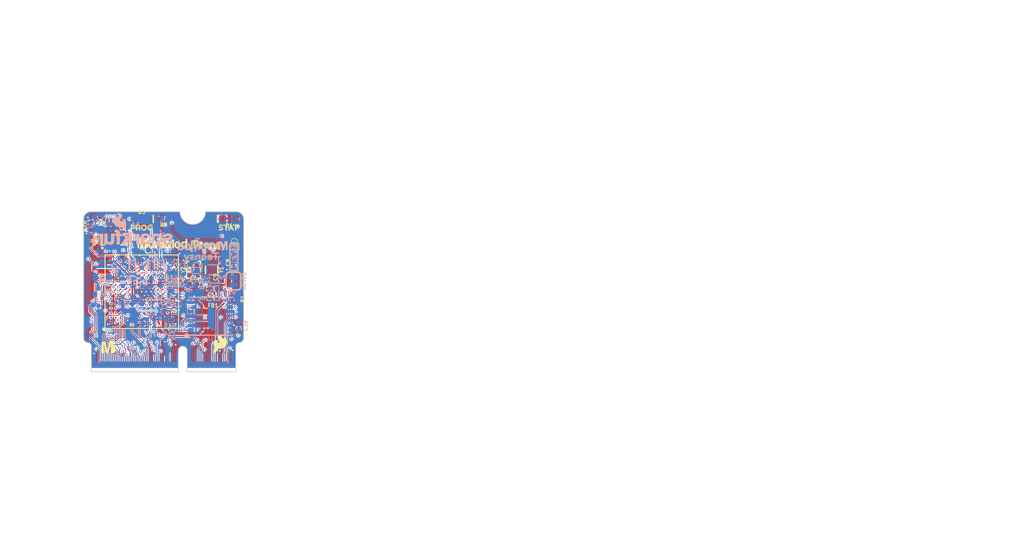
<source format=kicad_pcb>
(kicad_pcb (version 20240108) (generator "pcbnew") (generator_version "8.0")
  (layers (0 "F.Cu" signal) (1 "In1.Cu" signal) (2 "In2.Cu" signal) (31 "B.Cu" signal) (34 "B.Paste" user) (35 "F.Paste" user) (36 "B.SilkS" user "B.Silkscreen") (37 "F.SilkS" user "F.Silkscreen") (38 "B.Mask" user) (39 "F.Mask" user) (44 "Edge.Cuts" user))
  (net 0 "")
  (net 1 "BATT_VIN/22/A8")
  (net 2 "SCL/19/A5")
  (net 3 "SDA/18/A4")
  (net 4 "TX1/17/A3")
  (net 5 "RX1/16/A2")
  (net 6 "A1/15")
  (net 7 "A0/14")
  (net 8 "SCK/13")
  (net 9 "CIPO/12")
  (net 10 "COPI/11")
  (net 11 "GPIO/9")
  (net 12 "GPIO/6")
  (net 13 "D1/5")
  (net 14 "D0/4")
  (net 15 "PWM0/3")
  (net 16 "PWM1/2")
  (net 17 "TX0/1")
  (net 18 "RX0/0")
  (net 19 "SCL1/24/A10")
  (net 20 "SDA1/25/A11")
  (net 21 "GPIO/26/A12")
  (net 22 "GPIO/27/A13")
  (net 23 "I2C_~{INT}/29")
  (net 24 "CAN_RX/30")
  (net 25 "CAN_TX/31")
  (net 26 "GPIO/32")
  (net 27 "GPIO/33")
  (net 28 "34/DAT1")
  (net 29 "35/DAT0")
  (net 30 "36/CLK")
  (net 31 "37/CMD")
  (net 32 "39/DAT3")
  (net 33 "32KHZ_2")
  (net 34 "32KHZ_1")
  (net 35 "32KHZ_TEST")
  (net 36 "N$2")
  (net 37 "GND")
  (net 38 "3.3V")
  (net 39 "USB_D+")
  (net 40 "24MHZ_1")
  (net 41 "24MHZ_2")
  (net 42 "JTAG_TRST")
  (net 43 "V_USB")
  (net 44 "ON/~{OFF}")
  (net 45 "PMIC")
  (net 46 "VCC")
  (net 47 "DCDC_IN")
  (net 48 "DCDC_LP")
  (net 49 "VDD_SOC_IN")
  (net 50 "V_BATT")
  (net 51 "PROGRAM")
  (net 52 "VDD_USB_CAP")
  (net 53 "VDD_SNVS_IN")
  (net 54 "USB2_D-")
  (net 55 "USB2_D+")
  (net 56 "VDD_SNVS_CAP")
  (net 57 "NVCC_PLL")
  (net 58 "VDD_HIGH_CAP")
  (net 59 "BOOTMODE0")
  (net 60 "JTAG_TMS")
  (net 61 "JTAG_TCK")
  (net 62 "JTAG_MOD")
  (net 63 "JTAG_TDI")
  (net 64 "JTAG_TDO")
  (net 65 "DEBUG_EN")
  (net 66 "QSPI-CS")
  (net 67 "QSPI-CLK")
  (net 68 "QSPI0")
  (net 69 "QSPI1")
  (net 70 "QSPI2")
  (net 71 "QSPI3")
  (net 72 "DEBUG_SWO")
  (net 73 "PORB_RESET")
  (net 74 "N$12")
  (net 75 "N$13")
  (net 76 "SWD_CLK")
  (net 77 "SWD_DIO")
  (net 78 "USB_D-")
  (net 79 "LRCLK/20/A6")
  (net 80 "BCLK/21/A7")
  (net 81 "AUD_IN/8")
  (net 82 "AUD_OUT/7")
  (net 83 "MCLK/23/A9")
  (net 84 "CS/10")
  (net 85 "N$10")
  (net 86 "N$7")
  (net 87 "3.3V_CONTROLLED")
  (net 88 "GPIO/40")
  (net 89 "GPIO/41")
  (net 90 "GPIO/42")
  (net 91 "GPIO/43")
  (net 92 "GPIO/44")
  (net 93 "GPIO/45")
  (net 94 "GPIO/28/3.3V_EN")
  (net 95 "38/DAT2")
  (footprint "MicroMod-Teensy-Lockable:LED-0603" (layer "F.Cu") (at 157.5011 94.6036 180)
    (property "Reference" "D1")
    (property "Value" "BLUE")
  )
  (footprint "MicroMod-Teensy-Lockable:LED-0603" (layer "F.Cu") (at 145.5011 94.6036)
    (property "Reference" "D5")
    (property "Value" "Yellow")
  )
  (footprint "MicroMod-Teensy-Lockable:0402-TIGHT" (layer "F.Cu") (at 155.2811 104.1736 180)
    (property "Reference" "C11")
    (property "Value" "2.2uF")
  )
  (footprint "MicroMod-Teensy-Lockable:0402-TIGHT" (layer "F.Cu") (at 156.5011 102.6036 90)
    (property "Reference" "C9")
    (property "Value" "20pF")
  )
  (footprint "MicroMod-Teensy-Lockable:SFE_LOGO_FLAME_.1" (layer "F.Cu") (at 156.3011 111.7436)
    (property "Reference" "U$6" (hide yes))
    (property "Value" "" (hide yes))
  )
  (footprint "MicroMod-Teensy-Lockable:CREATIVE_COMMONS" (layer "F.Cu") (at 146.3511 137.1836)
    (property "Reference" "FRAME1" (hide yes))
    (property "Value" "FRAME-LEDGER" (hide yes))
  )
  (footprint "MicroMod-Teensy-Lockable:CRYSTAL-SMD-3.2X1.5MM" (layer "F.Cu") (at 155.1011 101.6036 -90)
    (property "Reference" "Y1")
    (property "Value" "32.768kHz")
  )
  (footprint "MicroMod-Teensy-Lockable:0402-TIGHT" (layer "F.Cu") (at 156.5011 100.6036 -90)
    (property "Reference" "C8")
    (property "Value" "20pF")
  )
  (footprint "MicroMod-Teensy-Lockable:0402-TIGHT" (layer "F.Cu") (at 155.2811 105.4436 180)
    (property "Reference" "FB1")
    (property "Value" "120Ω")
  )
  (footprint "MicroMod-Teensy-Lockable:TEENSY2" (layer "F.Cu") (at 151.3591 98.0776)
    (property "Reference" "U$3" (hide yes))
    (property "Value" "" (hide yes))
  )
  (footprint "MicroMod-Teensy-Lockable:0402-TIGHT" (layer "F.Cu") (at 148.5011 94.6036 180)
    (property "Reference" "R7")
    (property "Value" "1k")
  )
  (footprint "MicroMod-Teensy-Lockable:0402-TIGHT" (layer "F.Cu") (at 152.6011 103.6036)
    (property "Reference" "C6")
    (property "Value" "12pF")
  )
  (footprint "MicroMod-Teensy-Lockable:PROG0" (layer "F.Cu") (at 143.2011 95.7936)
    (property "Reference" "U$9" (hide yes))
    (property "Value" "" (hide yes))
  )
  (footprint "MicroMod-Teensy-Lockable:ORDERING_INSTRUCTIONS" (layer "F.Cu") (at 164.9911 64.7936)
    (property "Reference" "LOGO3" (hide yes))
    (property "Value" "SPECIAL_INSTRUCTIONS-ORDERING" (hide yes))
  )
  (footprint "MicroMod-Teensy-Lockable:DUMMY" (layer "F.Cu") (at 149.7511 137.1836)
    (property "Reference" "LOGO2" (hide yes))
    (property "Value" "OSHW-LOGONO_SILK" (hide yes))
  )
  (footprint "MicroMod-Teensy-Lockable:0402-TIGHT" (layer "F.Cu") (at 158.5011 105.6036 -90)
    (property "Reference" "R1")
    (property "Value" "1k")
  )
  (footprint "MicroMod-Teensy-Lockable:QFN-16" (layer "F.Cu") (at 141.5011 96.6036 90)
    (property "Reference" "U3")
    (property "Value" "MKL02Z32VFG4")
  )
  (footprint "MicroMod-Teensy-Lockable:FIDUCIAL-MICRO" (layer "F.Cu") (at 158.8011 109.7036)
    (property "Reference" "FD1" (hide yes))
    (property "Value" "FIDUCIALUFIDUCIAL" (hide yes))
  )
  (footprint "MicroMod-Teensy-Lockable:FIDUCIAL-MICRO" (layer "F.Cu") (at 139.8011 94.3036)
    (property "Reference" "FD2" (hide yes))
    (property "Value" "FIDUCIALUFIDUCIAL" (hide yes))
  )
  (footprint "MicroMod-Teensy-Lockable:0402-TIGHT" (layer "F.Cu") (at 152.6011 99.7036)
    (property "Reference" "C7")
    (property "Value" "12pF")
  )
  (footprint "MicroMod-Teensy-Lockable:STAT1" (layer "F.Cu") (at 155.3011 95.7936)
    (property "Reference" "U$10" (hide yes))
    (property "Value" "" (hide yes))
  )
  (footprint "MicroMod-Teensy-Lockable:0402-TIGHT" (layer "F.Cu") (at 151.1511 101.6036 -90)
    (property "Reference" "R4")
    (property "Value" "2.2M")
  )
  (footprint "MicroMod-Teensy-Lockable:0402-TIGHT" (layer "F.Cu") (at 138.5011 95.6036 90)
    (property "Reference" "C28")
    (property "Value" "0.22uF")
  )
  (footprint "MicroMod-Teensy-Lockable:LOCKED4#PNG" (layer "F.Cu") (at 158.2021 98.0676)
    (property "Reference" "U$16" (hide yes))
    (property "Value" "" (hide yes))
  )
  (footprint "MicroMod-Teensy-Lockable:0402-TIGHT" (layer "F.Cu") (at 138.5011 97.6036 -90)
    (property "Reference" "R5")
    (property "Value" "100k")
  )
  (footprint "MicroMod-Teensy-Lockable:IMXRT1062" (layer "F.Cu") (at 145.5011 104.6036 90)
    (property "Reference" "U1" (hide yes))
    (property "Value" "IMXRT1062DV10X10" (hide yes))
  )
  (footprint "MicroMod-Teensy-Lockable:1008(2520)" (layer "F.Cu") (at 153.7511 108.2436 90)
    (property "Reference" "L2")
    (property "Value" "4.7μH")
  )
  (footprint "MicroMod-Teensy-Lockable:MICROMOD_MI_LOGO_.35" (layer "F.Cu") (at 140.9011 112.2436)
    (property "Reference" "U$4" (hide yes))
    (property "Value" "" (hide yes))
  )
  (footprint "MicroMod-Teensy-Lockable:CRYSTAL-SMD-2.0X1.6MM" (layer "F.Cu") (at 152.6011 101.6036 90)
    (property "Reference" "Y2")
    (property "Value" "24MHz")
  )
  (footprint "MicroMod-Teensy-Lockable:MICROMOD_LOGO_.3" (layer "F.Cu") (at 148.2961 98.0676)
    (property "Reference" "U$7" (hide yes))
    (property "Value" "" (hide yes))
  )
  (footprint "MicroMod-Teensy-Lockable:PAD.03X.03" (layer "B.Cu") (at 141.2371 96.1066 180)
    (property "Reference" "TP9" (hide yes))
    (property "Value" "" (hide yes))
  )
  (footprint "MicroMod-Teensy-Lockable:0402-TIGHT" (layer "B.Cu") (at 146.7011 109.6036)
    (property "Reference" "FB2")
    (property "Value" "120Ω")
  )
  (footprint "MicroMod-Teensy-Lockable:PAD.03X.03" (layer "B.Cu") (at 139.5011 99.0036 180)
    (property "Reference" "TP8" (hide yes))
    (property "Value" "" (hide yes))
  )
  (footprint "MicroMod-Teensy-Lockable:SOT-416FL" (layer "B.Cu") (at 140.0411 105.4436 180)
    (property "Reference" "Q2")
    (property "Value" "20V/0.2A/8MHz/1.2Ω/1Vth")
  )
  (footprint "MicroMod-Teensy-Lockable:0402-TIGHT" (layer "B.Cu") (at 149.3011 109.6036)
    (property "Reference" "C14")
    (property "Value" "4.7uF")
  )
  (footprint "MicroMod-Teensy-Lockable:PAD.03X.03" (layer "B.Cu") (at 143.0611 100.1536 180)
    (property "Reference" "TP4" (hide yes))
    (property "Value" "" (hide yes))
  )
  (footprint "MicroMod-Teensy-Lockable:0402-TIGHT" (layer "B.Cu") (at 149.3011 108.4036)
    (property "Reference" "C10")
    (property "Value" "10uF")
  )
  (footprint "MicroMod-Teensy-Lockable:0402-TIGHT" (layer "B.Cu") (at 145.5011 103.3036 -90)
    (property "Reference" "C2")
    (property "Value" "4.7uF")
  )
  (footprint "MicroMod-Teensy-Lockable:FIDUCIAL-MICRO" (layer "B.Cu") (at 158.5011 94.6036 180)
    (property "Reference" "FD4" (hide yes))
    (property "Value" "FIDUCIALUFIDUCIAL" (hide yes))
  )
  (footprint "MicroMod-Teensy-Lockable:0402-TIGHT" (layer "B.Cu") (at 148.1011 105.8036 90)
    (property "Reference" "R6")
    (property "Value" "100k")
  )
  (footprint "MicroMod-Teensy-Lockable:PAD.03X.03" (layer "B.Cu") (at 144.6381 95.4716 -90)
    (property "Reference" "TP11" (hide yes))
    (property "Value" "" (hide yes))
  )
  (footprint "MicroMod-Teensy-Lockable:SOT23-3" (layer "B.Cu") (at 140.0411 101.6336 180)
    (property "Reference" "Q1")
    (property "Value" "20V/4.2A/52mΩ/1.4W")
  )
  (footprint "MicroMod-Teensy-Lockable:SOD-523" (layer "B.Cu") (at 144.2011 100.8036 -90)
    (property "Reference" "D3" (hide yes))
    (property "Value" "120mA/40V/370mV" (hide yes))
  )
  (footprint "MicroMod-Teensy-Lockable:0402-TIGHT" (layer "B.Cu") (at 158.8511 109.2936 90)
    (property "Reference" "C29")
    (property "Value" "0.22uF")
  )
  (footprint "MicroMod-Teensy-Lockable:0402-TIGHT" (layer "B.Cu") (at 146.8011 105.8036 90)
    (property "Reference" "C5")
    (property "Value" "10nF")
  )
  (footprint "MicroMod-Teensy-Lockable:PAD.03X.03" (layer "B.Cu") (at 149.9011 98.9936 -90)
    (property "Reference" "TP1" (hide yes))
    (property "Value" "" (hide yes))
  )
  (footprint "MicroMod-Teensy-Lockable:SOD-523" (layer "B.Cu") (at 148.1011 100.8036 -90)
    (property "Reference" "D2" (hide yes))
    (property "Value" "120mA/40V/370mV" (hide yes))
  )
  (footprint "MicroMod-Teensy-Lockable:0402-TIGHT" (layer "B.Cu") (at 145.5011 105.8036 90)
    (property "Reference" "C3")
    (property "Value" "0.22uF")
  )
  (footprint "MicroMod-Teensy-Lockable:MICROMOD_LOGO_.3" (layer "B.Cu") (at 153.8841 98.3216 180)
    (property "Reference" "U$11" (hide yes))
    (property "Value" "" (hide yes))
  )
  (footprint "MicroMod-Teensy-Lockable:PAD.03X.03" (layer "B.Cu") (at 148.2571 94.4586 180)
    (property "Reference" "TP13" (hide yes))
    (property "Value" "" (hide yes))
  )
  (footprint "MicroMod-Teensy-Lockable:SMT-JUMPER_2_NC_TRACE_SILK" (layer "B.Cu") (at 158.1011 103.1496 90)
    (property "Reference" "MEAS0")
    (property "Value" "")
  )
  (footprint "MicroMod-Teensy-Lockable:SFE_LOGO_NAME_FLAME_.1" (layer "B.Cu") (at 144.2011 97.5036 180)
    (property "Reference" "LOGO1" (hide yes))
    (property "Value" "SFE_LOGO_NAME_FLAME.1_INCH" (hide yes))
  )
  (footprint "MicroMod-Teensy-Lockable:0402-TIGHT" (layer "B.Cu") (at 148.1011 103.3036 90)
    (property "Reference" "C20")
    (property "Value" "0.22uF")
  )
  (footprint "MicroMod-Teensy-Lockable:0402-TIGHT" (layer "B.Cu") (at 140.0411 104.1736)
    (property "Reference" "R2")
    (property "Value" "100k")
  )
  (footprint "MicroMod-Teensy-Lockable:0402-TIGHT" (layer "B.Cu") (at 144.2011 105.8036 -90)
    (property "Reference" "C16")
    (property "Value" "10nF")
  )
  (footprint "MicroMod-Teensy-Lockable:MEAS2" (layer "B.Cu") (at 158.1511 102.3436 90)
    (property "Reference" "U$8" (hide yes))
    (property "Value" "" (hide yes))
  )
  (footprint "MicroMod-Teensy-Lockable:PAD.03X.03" (layer "B.Cu") (at 138.9411 94.3136 180)
    (property "Reference" "TP12" (hide yes))
    (property "Value" "" (hide yes))
  )
  (footprint "MicroMod-Teensy-Lockable:0402-TIGHT" (layer "B.Cu") (at 142.9011 103.3036 90)
    (property "Reference" "C18")
    (property "Value" "4.7uF")
  )
  (footprint "MicroMod-Teensy-Lockable:PAD.03X.03" (layer "B.Cu") (at 148.5011 107.3436 90)
    (property "Reference" "TP3" (hide yes))
    (property "Value" "" (hide yes))
  )
  (footprint "MicroMod-Teensy-Lockable:0402-TIGHT" (layer "B.Cu") (at 150.5011 100.8036 90)
    (property "Reference" "C4")
    (property "Value" "0.22uF")
  )
  (footprint "MicroMod-Teensy-Lockable:WSON-8-6X5-SKINNY_CENTERPAD" (layer "B.Cu") (at 155.0111 107.9736)
    (property "Reference" "U4")
    (property "Value" "W25QXX128MBIT-6X5")
  )
  (footprint "MicroMod-Teensy-Lockable:0402-TIGHT" (layer "B.Cu") (at 144.2011 103.3036 90)
    (property "Reference" "C17")
    (property "Value" "0.22uF")
  )
  (footprint "MicroMod-Teensy-Lockable:PAD.03X.03" (layer "B.Cu") (at 154.3011 101.7036 180)
    (property "Reference" "TP7" (hide yes))
    (property "Value" "" (hide yes))
  )
  (footprint "MicroMod-Teensy-Lockable:0402-TIGHT" (layer "B.Cu") (at 150.5011 105.8036 -90)
    (property "Reference" "C12")
    (property "Value" "0.22uF")
  )
  (footprint "MicroMod-Teensy-Lockable:PAD.03X.03" (layer "B.Cu") (at 144.8011 104.6036 -90)
    (property "Reference" "TP10" (hide yes))
    (property "Value" "" (hide yes))
  )
  (footprint "MicroMod-Teensy-Lockable:0402-TIGHT" (layer "B.Cu") (at 146.8011 103.3036 -90)
    (property "Reference" "C1")
    (property "Value" "2.2uF")
  )
  (footprint "MicroMod-Teensy-Lockable:0402-TIGHT" (layer "B.Cu") (at 153.7011 103.2936 90)
    (property "Reference" "C27")
    (property "Value" "4.7uF")
  )
  (footprint "MicroMod-Teensy-Lockable:0402-TIGHT" (layer "B.Cu") (at 149.3011 103.3036 90)
    (property "Reference" "C22")
    (property "Value" "0.22uF")
  )
  (footprint "MicroMod-Teensy-Lockable:0402-TIGHT" (layer "B.Cu") (at 145.5011 100.8036 90)
    (property "Reference" "C21")
    (property "Value" "10uF")
  )
  (footprint "MicroMod-Teensy-Lockable:LOCKED4#PNG" (layer "B.Cu") (at 152.9951 101.3696 180)
    (property "Reference" "U$17" (hide yes))
    (property "Value" "" (hide yes))
  )
  (footprint "MicroMod-Teensy-Lockable:PAD.03X.03" (layer "B.Cu") (at 139.0511 104.9536 180)
    (property "Reference" "TP2" (hide yes))
    (property "Value" "" (hide yes))
  )
  (footprint "MicroMod-Teensy-Lockable:TEENSY2" (layer "B.Cu") (at 157.0591 99.7186 180)
    (property "Reference" "U$1" (hide yes))
    (property "Value" "" (hide yes))
  )
  (footprint "MicroMod-Teensy-Lockable:FIDUCIAL-MICRO" (layer "B.Cu") (at 138.5011 110.6036 180)
    (property "Reference" "FD3" (hide yes))
    (property "Value" "FIDUCIALUFIDUCIAL" (hide yes))
  )
  (footprint "MicroMod-Teensy-Lockable:0402-TIGHT" (layer "B.Cu") (at 149.3011 105.8036 -90)
    (property "Reference" "C13")
    (property "Value" "0.22uF")
  )
  (footprint "MicroMod-Teensy-Lockable:PAD.03X.03" (layer "B.Cu") (at 151.5011 101.0536 180)
    (property "Reference" "TP6" (hide yes))
    (property "Value" "" (hide yes))
  )
  (footprint "MicroMod-Teensy-Lockable:0402-TIGHT" (layer "B.Cu") (at 151.8011 103.3036 -90)
    (property "Reference" "C26")
    (property "Value" "4.7uF")
  )
  (footprint "MicroMod-Teensy-Lockable:0402-TIGHT" (layer "B.Cu") (at 150.5011 103.3036 -90)
    (property "Reference" "C24")
    (property "Value" "0.22uF")
  )
  (footprint "MicroMod-Teensy-Lockable:SOD-523" (layer "B.Cu") (at 146.8011 100.8036 90)
    (property "Reference" "D4" (hide yes))
    (property "Value" "120mA/40V/370mV" (hide yes))
  )
  (footprint "MicroMod-Teensy-Lockable:0402-TIGHT" (layer "B.Cu") (at 146.7011 108.4036 180)
    (property "Reference" "C15")
    (property "Value" "0.22uF")
  )
  (footprint "MicroMod-Teensy-Lockable:PAD.03X.03" (layer "B.Cu") (at 146.4011 98.9036 180)
    (property "Reference" "TP5" (hide yes))
    (property "Value" "" (hide yes))
  )
  (footprint "MicroMod-Teensy-Lockable:0402-TIGHT" (layer "B.Cu") (at 152.7511 103.2936 90)
    (property "Reference" "C25")
    (property "Value" "0.22uF")
  )
  (footprint "MicroMod-Teensy-Lockable:0402-TIGHT" (layer "B.Cu") (at 142.9011 105.8036 -90)
    (property "Reference" "C19")
    (property "Value" "10uF")
  )
  (footprint "MicroMod-Teensy-Lockable:0402-TIGHT" (layer "B.Cu") (at 149.3011 100.8036 90)
    (property "Reference" "C23")
    (property "Value" "0.22uF")
  )
  (gr_line (start 150.5261 112.7036) (end 150.5261 115.6036) (stroke (width 0.1016)) (layer "Edge.Cuts"))
  (gr_arc (start 158.5011 93.6036) (mid 159.2011 93.9036) (end 159.5011 94.6036) (stroke (width 0.1016)) (layer "Edge.Cuts"))
  (gr_arc (start 150.5261 112.7036) (mid 151.1261 112.1036) (end 151.7261 112.7036) (stroke (width 0.1016)) (layer "Edge.Cuts"))
  (gr_line (start 158.4261 115.6036) (end 151.7261 115.6036) (stroke (width 0.1016)) (layer "Edge.Cuts"))
  (gr_line (start 150.5261 115.6036) (end 138.5761 115.6036) (stroke (width 0.1016)) (layer "Edge.Cuts"))
  (gr_line (start 158.5011 93.6036) (end 154.2511 93.6036) (stroke (width 0.1016)) (layer "Edge.Cuts"))
  (gr_arc (start 138.10111 111.603487) (mid 138.433182 111.761266) (end 138.576099 112.1) (stroke (width 0.1016)) (layer "Edge.Cuts"))
  (gr_arc (start 159.501099 111.003601) (mid 159.320461 111.422962) (end 158.9011 111.6036) (stroke (width 0.1016)) (layer "Edge.Cuts"))
  (gr_arc (start 154.2511 93.6036) (mid 152.5011 95.3536) (end 150.7511 93.6036) (stroke (width 0.1016)) (layer "Edge.Cuts"))
  (gr_arc (start 137.5011 94.6036) (mid 137.8011 93.903601) (end 138.501099 93.603601) (stroke (width 0.1016)) (layer "Edge.Cuts"))
  (gr_line (start 138.5761 115.6036) (end 138.5761 112.1) (stroke (width 0.1016)) (layer "Edge.Cuts"))
  (gr_arc (start 158.4261 112.1036) (mid 158.566444 111.761302) (end 158.9011 111.6036) (stroke (width 0.1016)) (layer "Edge.Cuts"))
  (gr_line (start 150.7511 93.6036) (end 138.5011 93.6036) (stroke (width 0.1016)) (layer "Edge.Cuts"))
  (gr_line (start 159.5011 94.6036) (end 159.5011 111.0036) (stroke (width 0.1016)) (layer "Edge.Cuts"))
  (gr_arc (start 138.101098 111.6036) (mid 137.681737 111.422961) (end 137.5011 111.0036) (stroke (width 0.1016)) (layer "Edge.Cuts"))
  (gr_line (start 158.4261 112.1036) (end 158.4261 115.6036) (stroke (width 0.1016)) (layer "Edge.Cuts"))
  (gr_line (start 137.5011 94.6036) (end 137.5011 111.0036) (stroke (width 0.1016)) (layer "Edge.Cuts"))
  (gr_line (start 151.7261 112.7036) (end 151.7261 115.6036) (stroke (width 0.1016)) (layer "Edge.Cuts"))
  (gr_text "v15" (at 156.8011 94.5936 0) (layer "B.Cu") (effects (font (size 0.6 0.6)) (justify mirror)))
  (segment (start 145.5511 99.0481) (end 145.5511 98.6036) (width 0.1016) (layer "F.Cu") (net 1))
  (segment (start 145.8261 101.0286) (end 146.1455 100.7092) (width 0.1016) (layer "F.Cu") (net 1))
  (segment (start 146.1455 100.7092) (end 146.1455 99.6425) (width 0.1016) (layer "F.Cu") (net 1))
  (segment (start 145.8297 113.424613) (end 145.8297 112.952388) (width 0.1016) (layer "F.Cu") (net 1))
  (segment (start 145.81065 112.933338) (end 145.8297 112.952388) (width 0.1016) (layer "F.Cu") (net 1))
  (segment (start 145.81065 112.816332) (end 145.81065 112.933338) (width 0.1016) (layer "F.Cu") (net 1))
  (segment (start 146.1455 99.6425) (end 145.5511 99.0481) (width 0.1016) (layer "F.Cu") (net 1))
  (segment (start 145.7511 113.503213) (end 145.8297 113.424613) (width 0.1016) (layer "F.Cu") (net 1))
  (segment (start 145.7511 114.3186) (end 145.7511 113.503213) (width 0.1016) (layer "F.Cu") (net 1))
  (via (at 145.5511 98.6036) (size 0.3524) (drill 0.2) (layers "F.Cu" "B.Cu") (net 1))
  (via (at 145.81065 112.816332) (size 0.3524) (drill 0.2) (layers "F.Cu" "B.Cu") (net 1))
  (segment (start 146.15155 102.65315) (end 146.15155 102.730519) (width 0.1016) (layer "F.Cu") (net 2))
  (segment (start 146.4761 102.3286) (end 146.15155 102.65315) (width 0.1016) (layer "F.Cu") (net 2))
  (via (at 146.15155 102.730519) (size 0.3524) (drill 0.2) (layers "F.Cu" "B.Cu") (net 2))
  (via (at 155.2821 98.9536) (size 0.3524) (drill 0.2) (layers "F.Cu" "B.Cu") (net 2))
  (segment (start 155.6185 105.837819) (end 155.5399 105.759219) (width 0.1016) (layer "B.Cu") (net 2))
  (segment (start 155.5399 105.759219) (end 155.5399 99.2114) (width 0.1016) (layer "B.Cu") (net 2))
  (segment (start 154.5011 112.988644) (end 154.76465 112.725094) (width 0.1016) (layer "B.Cu") (net 2))
  (segment (start 154.76465 111.44005) (end 155.6161 110.5886) (width 0.1016) (layer "B.Cu") (net 2))
  (segment (start 155.6161 110.5886) (end 155.6161 110.049488) (width 0.1016) (layer "B.Cu") (net 2))
  (segment (start 155.5399 99.2114) (end 155.2821 98.9536) (width 0.1016) (layer "B.Cu") (net 2))
  (segment (start 155.6161 110.049488) (end 155.6185 110.047088) (width 0.1016) (layer "B.Cu") (net 2))
  (segment (start 154.5011 114.0686) (end 154.5011 112.988644) (width 0.1016) (layer "B.Cu") (net 2))
  (segment (start 155.6185 110.047088) (end 155.6185 105.837819) (width 0.1016) (layer "B.Cu") (net 2))
  (segment (start 154.76465 112.725094) (end 154.76465 111.44005) (width 0.1016) (layer "B.Cu") (net 2))
  (segment (start 147.516415 102.012916) (end 147.200731 102.3286) (width 0.1016) (layer "F.Cu") (net 3))
  (segment (start 147.1261 102.3286) (end 147.200731 102.3286) (width 0.1016) (layer "F.Cu") (net 3))
  (via (at 147.516415 102.012916) (size 0.3524) (drill 0.2) (layers "F.Cu" "B.Cu") (net 3))
  (via (at 155.59615 98.6256) (size 0.3524) (drill 0.2) (layers "F.Cu" "B.Cu") (net 3))
  (segment (start 155.8217 105.75365) (end 155.7431 105.67505) (width 0.1016) (layer "B.Cu") (net 3))
  (segment (start 155.0011 114.0686) (end 155.0011 111.637888) (width 0.1016) (layer "B.Cu") (net 3))
  (segment (start 155.0011 111.637888) (end 155.8217 110.817288) (width 0.1016) (layer "B.Cu") (net 3))
  (segment (start 155.7431 98.77255) (end 155.59615 98.6256) (width 0.1016) (layer "B.Cu") (net 3))
  (segment (start 155.7431 105.67505) (end 155.7431 98.77255) (width 0.1016) (layer "B.Cu") (net 3))
  (segment (start 155.8217 110.817288) (end 155.8217 105.75365) (width 0.1016) (layer "B.Cu") (net 3))
  (segment (start 153.737143 111.682557) (end 152.6335 111.682557) (width 0.1016) (layer "F.Cu") (net 4))
  (segment (start 153.737143 111.682557) (end 154.1841 111.2356) (width 0.1016) (layer "F.Cu") (net 4))
  (segment (start 146.148468 101.350969) (end 146.148468 101.3036) (width 0.1016) (layer "F.Cu") (net 4))
  (segment (start 146.4761 101.6786) (end 146.148468 101.350969) (width 0.1016) (layer "F.Cu") (net 4))
  (segment (start 152.587856 111.7282) (end 152.6335 111.682557) (width 0.1016) (layer "F.Cu") (net 4))
  (via (at 154.92175 98.658857) (size 0.3524) (drill 0.2) (layers "F.Cu" "B.Cu") (net 4))
  (via (at 152.587856 111.7282) (size 0.3524) (drill 0.2) (layers "F.Cu" "B.Cu") (net 4))
  (via (at 146.148468 101.3036) (size 0.3524) (drill 0.2) (layers "F.Cu" "B.Cu") (net 4))
  (via (at 154.1841 111.2356) (size 0.3524) (drill 0.2) (layers "F.Cu" "B.Cu") (net 4))
  (segment (start 153.84715 109.626882) (end 153.84715 106.3226) (width 0.1016) (layer "B.Cu") (net 4))
  (segment (start 154.08285 111.13435) (end 154.1841 111.2356) (width 0.1016) (layer "B.Cu") (net 4))
  (segment (start 154.8495 104.717488) (end 154.8495 105.32025) (width 0.1016) (layer "B.Cu") (net 4))
  (segment (start 155.3146 99.451707) (end 154.92175 99.058857) (width 0.1016) (layer "B.Cu") (net 4))
  (segment (start 154.08285 109.862582) (end 153.84715 109.626882) (width 0.1016) (layer "B.Cu") (net 4))
  (segment (start 154.92175 99.058857) (end 154.92175 98.658857) (width 0.1016) (layer "B.Cu") (net 4))
  (segment (start 154.8495 105.32025) (end 153.84715 106.3226) (width 0.1016) (layer "B.Cu") (net 4))
  (segment (start 152.5011 114.0686) (end 152.5011 111.814957) (width 0.1016) (layer "B.Cu") (net 4))
  (segment (start 152.5011 111.814957) (end 152.587856 111.7282) (width 0.1016) (layer "B.Cu") (net 4))
  (segment (start 155.3146 104.252388) (end 154.8495 104.717488) (width 0.1016) (layer "B.Cu") (net 4))
  (segment (start 154.08285 111.13435) (end 154.08285 109.862582) (width 0.1016) (layer "B.Cu") (net 4))
  (segment (start 155.3146 99.451707) (end 155.3146 104.252388) (width 0.1016) (layer "B.Cu") (net 4))
  (segment (start 147.40155 103.25405) (end 147.40155 103.278057) (width 0.1016) (layer "F.Cu") (net 5))
  (segment (start 147.1261 102.9786) (end 147.40155 103.25405) (width 0.1016) (layer "F.Cu") (net 5))
  (via (at 154.2883 103.6436) (size 0.3524) (drill 0.2) (layers "F.Cu" "B.Cu") (net 5))
  (via (at 147.40155 103.278057) (size 0.3524) (drill 0.2) (layers "F.Cu" "B.Cu") (net 5))
  (segment (start 153.23755 106.070094) (end 154.2399 105.067744) (width 0.1016) (layer "B.Cu") (net 5))
  (segment (start 152.9511 111.609232) (end 152.75575 111.413882) (width 0.1016) (layer "B.Cu") (net 5))
  (segment (start 154.2399 105.067744) (end 154.2399 104.464982) (width 0.1016) (layer "B.Cu") (net 5))
  (segment (start 154.2883 104.416582) (end 154.2883 103.6436) (width 0.1016) (layer "B.Cu") (net 5))
  (segment (start 153.0011 112.7186) (end 152.9511 112.6686) (width 0.1016) (layer "B.Cu") (net 5))
  (segment (start 152.9511 111.609232) (end 152.9511 112.6686) (width 0.1016) (layer "B.Cu") (net 5))
  (segment (start 153.23755 110.519782) (end 153.23755 106.070094) (width 0.1016) (layer "B.Cu") (net 5))
  (segment (start 154.2399 104.464982) (end 154.2883 104.416582) (width 0.1016) (layer "B.Cu") (net 5))
  (segment (start 152.75575 111.001582) (end 153.23755 110.519782) (width 0.1016) (layer "B.Cu") (net 5))
  (segment (start 152.75575 111.413882) (end 152.75575 111.001582) (width 0.1016) (layer "B.Cu") (net 5))
  (segment (start 153.0011 114.0686) (end 153.0011 112.7186) (width 0.1016) (layer "B.Cu") (net 5))
  (segment (start 148.4261 101.6786) (end 148.4261 101.636775) (width 0.1016) (layer "F.Cu") (net 6))
  (segment (start 148.4261 101.636775) (end 148.702175 101.3607) (width 0.1016) (layer "F.Cu") (net 6))
  (via (at 148.4011 110.6536) (size 0.3524) (drill 0.2) (layers "F.Cu" "B.Cu") (net 6))
  (via (at 148.702175 101.3607) (size 0.3524) (drill 0.2) (layers "F.Cu" "B.Cu") (net 6))
  (segment (start 148.1611 112.049313) (end 148.1611 110.8936) (width 0.1016) (layer "B.Cu") (net 6))
  (segment (start 148.1611 110.8936) (end 148.4011 110.6536) (width 0.1016) (layer "B.Cu") (net 6))
  (segment (start 148.5011 114.0686) (end 148.5011 112.389313) (width 0.1016) (layer "B.Cu") (net 6))
  (segment (start 148.5011 112.389313) (end 148.1611 112.049313) (width 0.1016) (layer "B.Cu") (net 6))
  (segment (start 147.7761 102.3286) (end 147.485784 102.618916) (width 0.1016) (layer "F.Cu") (net 7))
  (segment (start 147.485784 102.618916) (end 147.485784 102.697916) (width 0.1016) (layer "F.Cu") (net 7))
  (via (at 147.89155 110.53535) (size 0.3524) (drill 0.2) (layers "F.Cu" "B.Cu") (net 7))
  (via (at 147.485784 102.697916) (size 0.3524) (drill 0.2) (layers "F.Cu" "B.Cu") (net 7))
  (segment (start 149.8285 111.366288) (end 149.8285 112.729694) (width 0.1016) (layer "B.Cu") (net 7))
  (segment (start 148.737212 110.275) (end 148.114987 110.275) (width 0.1016) (layer "B.Cu") (net 7))
  (segment (start 149.5011 113.057094) (end 149.8285 112.729694) (width 0.1016) (layer "B.Cu") (net 7))
  (segment (start 148.114987 110.275) (end 147.89155 110.498438) (width 0.1016) (layer "B.Cu") (net 7))
  (segment (start 147.89155 110.498438) (end 147.89155 110.53535) (width 0.1016) (layer "B.Cu") (net 7))
  (segment (start 148.737212 110.275) (end 149.8285 111.366288) (width 0.1016) (layer "B.Cu") (net 7))
  (segment (start 149.5011 114.0686) (end 149.5011 113.057094) (width 0.1016) (layer "B.Cu") (net 7))
  (segment (start 158.2011 106.1036) (end 157.8511 106.4536) (width 0.1016) (layer "F.Cu") (net 8))
  (segment (start 143.89635 112.785925) (end 143.65585 112.545425) (width 0.1016) (layer "F.Cu") (net 8))
  (segment (start 143.2261 104.2786) (end 143.5511 103.9536) (width 0.1016) (layer "F.Cu") (net 8))
  (segment (start 158.2011 106.1036) (end 158.5011 106.1036) (width 0.1016) (layer "F.Cu") (net 8))
  (segment (start 157.8511 108.809075) (end 157.8511 106.4536) (width 0.1016) (layer "F.Cu") (net 8))
  (segment (start 157.6011 109.059075) (end 157.6011 110.9036) (width 0.1016) (layer "F.Cu") (net 8))
  (segment (start 143.7511 114.3186) (end 143.7511 113.566525) (width 0.1016) (layer "F.Cu") (net 8))
  (segment (start 143.65585 111.70835) (end 143.65585 112.545425) (width 0.1016) (layer "F.Cu") (net 8))
  (segment (start 143.61065 111.66315) (end 143.65585 111.70835) (width 0.1016) (layer "F.Cu") (net 8))
  (segment (start 157.6011 110.9036) (end 157.8011 111.1036) (width 0.1016) (layer "F.Cu") (net 8))
  (segment (start 143.89635 113.421275) (end 143.89635 112.785925) (width 0.1016) (layer "F.Cu") (net 8))
  (segment (start 157.6011 109.059075) (end 157.8511 108.809075) (width 0.1016) (layer "F.Cu") (net 8))
  (segment (start 143.7511 113.566525) (end 143.89635 113.421275) (width 0.1016) (layer "F.Cu") (net 8))
  (via (at 143.61065 111.66315) (size 0.3524) (drill 0.2) (layers "F.Cu" "B.Cu") (net 8))
  (via (at 157.8011 111.1036) (size 0.3524) (drill 0.2) (layers "F.Cu" "B.Cu") (net 8))
  (via (at 143.5511 103.9536) (size 0.3524) (drill 0.2) (layers "F.Cu" "B.Cu") (net 8))
  (segment (start 143.049212 104.3322) (end 143.295787 104.3322) (width 0.1016) (layer "B.Cu") (net 8))
  (segment (start 143.4297 104.198288) (end 143.4297 104.075) (width 0.1016) (layer "B.Cu") (net 8))
  (segment (start 143.4297 104.075) (end 143.5511 103.9536) (width 0.1016) (layer "B.Cu") (net 8))
  (segment (start 143.61065 111.66315) (end 143.11065 111.16315) (width 0.1016) (layer "B.Cu") (net 8))
  (segment (start 143.11065 111.16315) (end 143.11065 108.019619) (width 0.1016) (layer "B.Cu") (net 8))
  (segment (start 143.295787 104.3322) (end 143.4297 104.198288) (width 0.1016) (layer "B.Cu") (net 8))
  (segment (start 143.11065 108.019619) (end 141.7963 106.705269) (width 0.1016) (layer "B.Cu") (net 8))
  (segment (start 141.7963 106.705269) (end 141.7963 105.585113) (width 0.1016) (layer "B.Cu") (net 8))
  (segment (start 141.7963 105.585113) (end 143.049212 104.3322) (width 0.1016) (layer "B.Cu") (net 8))
  (segment (start 143.8761 104.9786) (end 143.5511 105.3036) (width 0.1016) (layer "F.Cu") (net 9))
  (segment (start 142.7511 114.3186) (end 142.7511 113.588407) (width 0.1016) (layer "F.Cu") (net 9))
  (segment (start 142.44385 113.281157) (end 142.44385 112.4204) (width 0.1016) (layer "F.Cu") (net 9))
  (segment (start 142.44385 112.4204) (end 142.47965 112.3846) (width 0.1016) (layer "F.Cu") (net 9))
  (segment (start 142.7511 113.588407) (end 142.44385 113.281157) (width 0.1016) (layer "F.Cu") (net 9))
  (segment (start 143.8761 104.9286) (end 143.8761 104.9786) (width 0.1016) (layer "F.Cu") (net 9))
  (via (at 142.47965 112.3846) (size 0.3524) (drill 0.2) (layers "F.Cu" "B.Cu") (net 9))
  (via (at 140.960731 105.8536) (size 0.3524) (drill 0.2) (layers "F.Cu" "B.Cu") (net 9))
  (via (at 143.5511 105.3036) (size 0.3524) (drill 0.2) (layers "F.Cu" "B.Cu") (net 9))
  (segment (start 140.9574 105.856932) (end 140.960731 105.8536) (width 0.1016) (layer "B.Cu") (net 9))
  (segment (start 140.9574 105.856932) (end 140.9574 108.28645) (width 0.1016) (layer "B.Cu") (net 9))
  (segment (start 142.47965 112.3846) (end 142.1289 112.03385) (width 0.1016) (layer "B.Cu") (net 9))
  (segment (start 142.1289 112.03385) (end 142.1289 109.45795) (width 0.1016) (layer "B.Cu") (net 9))
  (segment (start 142.1289 109.45795) (end 140.9574 108.28645) (width 0.1016) (layer "B.Cu") (net 9))
  (segment (start 143.3011 112.911375) (end 143.3011 112.4996) (width 0.1016) (layer "F.Cu") (net 10))
  (segment (start 143.15025 113.062225) (end 143.3011 112.911375) (width 0.1016) (layer "F.Cu") (net 10))
  (segment (start 143.2511 113.495825) (end 143.15025 113.394975) (width 0.1016) (layer "F.Cu") (net 10))
  (segment (start 143.15025 113.394975) (end 143.15025 113.062225) (width 0.1016) (layer "F.Cu") (net 10))
  (segment (start 143.2511 114.3186) (end 143.2511 113.495825) (width 0.1016) (layer "F.Cu") (net 10))
  (segment (start 143.8761 104.2786) (end 143.5511 104.6036) (width 0.1016) (layer "F.Cu") (net 10))
  (segment (start 143.5511 104.6036) (end 143.5511 104.7036) (width 0.1016) (layer "F.Cu") (net 10))
  (segment (start 143.3011 112.4996) (end 142.9781 112.1766) (width 0.1016) (layer "F.Cu") (net 10))
  (via (at 142.9781 112.1766) (size 0.3524) (drill 0.2) (layers "F.Cu" "B.Cu") (net 10))
  (via (at 140.942962 105.245463) (size 0.3524) (drill 0.2) (layers "F.Cu" "B.Cu") (net 10))
  (via (at 143.5511 104.7036) (size 0.3524) (drill 0.2) (layers "F.Cu" "B.Cu") (net 10))
  (segment (start 141.292253 105.594754) (end 140.942962 105.245463) (width 0.1016) (layer "B.Cu") (net 10))
  (segment (start 142.3781 109.334188) (end 141.292253 108.248341) (width 0.1016) (layer "B.Cu") (net 10))
  (segment (start 142.3781 111.5766) (end 142.3781 109.334188) (width 0.1016) (layer "B.Cu") (net 10))
  (segment (start 141.292253 108.248341) (end 141.292253 105.594754) (width 0.1016) (layer "B.Cu") (net 10))
  (segment (start 142.9781 112.1766) (end 142.3781 111.5766) (width 0.1016) (layer "B.Cu") (net 10))
  (segment (start 140.7511 114.3186) (end 140.7511 112.8532) (width 0.1016) (layer "F.Cu") (net 11))
  (segment (start 139.2431 107.947682) (end 138.5193 107.223882) (width 0.1016) (layer "F.Cu") (net 11))
  (segment (start 140.7511 112.8532) (end 138.8661 110.9682) (width 0.1016) (layer "F.Cu") (net 11))
  (segment (start 138.8661 110.9682) (end 138.8661 110.417488) (width 0.1016) (layer "F.Cu") (net 11))
  (segment (start 139.6761 102.9786) (end 139.1079 103.5468) (width 0.1016) (layer "F.Cu") (net 11))
  (segment (start 139.1079 103.5468) (end 139.1079 106.109838) (width 0.1016) (layer "F.Cu") (net 11))
  (segment (start 139.1079 106.109838) (end 138.5193 106.698438) (width 0.1016) (layer "F.Cu") (net 11))
  (segment (start 141.2761 102.9786) (end 139.6761 102.9786) (width 0.1016) (layer "F.Cu") (net 11))
  (segment (start 138.5193 107.223882) (end 138.5193 106.698438) (width 0.1016) (layer "F.Cu") (net 11))
  (segment (start 138.8661 110.417488) (end 139.2431 110.040488) (width 0.1016) (layer "F.Cu") (net 11))
  (segment (start 139.2431 110.040488) (end 139.2431 107.947682) (width 0.1016) (layer "F.Cu") (net 11))
  (segment (start 138.6629 111.102369) (end 138.6629 110.333319) (width 0.1016) (layer "F.Cu") (net 12))
  (segment (start 138.3161 106.614269) (end 138.7793 106.151069) (width 0.1016) (layer "F.Cu") (net 12))
  (segment (start 140.2511 112.690569) (end 138.6629 111.102369) (width 0.1016) (layer "F.Cu") (net 12))
  (segment (start 138.7793 106.151069) (end 138.7793 105.9036) (width 0.1016) (layer "F.Cu") (net 12))
  (segment (start 143.5762 103.2785) (end 143.5762 103.238132) (width 0.1016) (layer "F.Cu") (net 12))
  (segment (start 138.988359 110.00786) (end 138.988359 107.98031) (width 0.1016) (layer "F.Cu") (net 12))
  (segment (start 143.2261 103.6286) (end 143.5762 103.2785) (width 0.1016) (layer "F.Cu") (net 12))
  (segment (start 138.988359 107.98031) (end 138.3161 107.30805) (width 0.1016) (layer "F.Cu") (net 12))
  (segment (start 138.3161 107.30805) (end 138.3161 106.614269) (width 0.1016) (layer "F.Cu") (net 12))
  (segment (start 140.2511 114.3186) (end 140.2511 112.690569) (width 0.1016) (layer "F.Cu") (net 12))
  (segment (start 138.6629 110.333319) (end 138.988359 110.00786) (width 0.1016) (layer "F.Cu") (net 12))
  (via (at 138.7793 105.9036) (size 0.3524) (drill 0.2) (layers "F.Cu" "B.Cu") (net 12))
  (via (at 143.5762 103.238132) (size 0.3524) (drill 0.2) (layers "F.Cu" "B.Cu") (net 12))
  (segment (start 141.9911 102.248313) (end 141.9911 101.754957) (width 0.1016) (layer "B.Cu") (net 12))
  (segment (start 141.767409 101.531266) (end 138.738765 101.531266) (width 0.1016) (layer "B.Cu") (net 12))
  (segment (start 141.9011 102.828313) (end 141.9011 102.338313) (width 0.1016) (layer "B.Cu") (net 12))
  (segment (start 138.738765 101.531266) (end 138.48235 101.787682) (width 0.1016) (layer "B.Cu") (net 12))
  (segment (start 142.378787 103.306) (end 141.9011 102.828313) (width 0.1016) (layer "B.Cu") (net 12))
  (segment (start 138.48235 101.787682) (end 138.48235 105.60665) (width 0.1016) (layer "B.Cu") (net 12))
  (segment (start 143.5762 103.238132) (end 143.5762 103.244025) (width 0.1016) (layer "B.Cu") (net 12))
  (segment (start 143.5762 103.244025) (end 143.514225 103.306) (width 0.1016) (layer "B.Cu") (net 12))
  (segment (start 143.514225 103.306) (end 142.378787 103.306) (width 0.1016) (layer "B.Cu") (net 12))
  (segment (start 138.7793 105.9036) (end 138.48235 105.60665) (width 0.1016) (layer "B.Cu") (net 12))
  (segment (start 141.9911 101.754957) (end 141.767409 101.531266) (width 0.1016) (layer "B.Cu") (net 12))
  (segment (start 141.9011 102.338313) (end 141.9911 102.248313) (width 0.1016) (layer "B.Cu") (net 12))
  (segment (start 147.287687 108.5092) (end 147.4511 108.672613) (width 0.1016) (layer "F.Cu") (net 13))
  (segment (start 149.114012 110.9996) (end 152.837193 110.9996) (width 0.1016) (layer "F.Cu") (net 13))
  (segment (start 146.629737 107.85125) (end 146.8067 108.028213) (width 0.1016) (layer "F.Cu") (net 13))
  (segment (start 146.975712 108.5092) (end 147.287687 108.5092) (width 0.1016) (layer "F.Cu") (net 13))
  (segment (start 147.4511 110.678313) (end 147.824787 111.052) (width 0.1016) (layer "F.Cu") (net 13))
  (segment (start 152.837193 110.9996) (end 153.09155 111.253957) (width 0.1016) (layer "F.Cu") (net 13))
  (segment (start 147.824787 111.052) (end 149.061612 111.052) (width 0.1016) (layer "F.Cu") (net 13))
  (segment (start 149.061612 111.052) (end 149.114012 110.9996) (width 0.1016) (layer "F.Cu") (net 13))
  (segment (start 146.8067 108.028213) (end 146.8067 108.340188) (width 0.1016) (layer "F.Cu") (net 13))
  (segment (start 145.8261 107.5286) (end 146.14875 107.85125) (width 0.1016) (layer "F.Cu") (net 13))
  (segment (start 146.8067 108.340188) (end 146.975712 108.5092) (width 0.1016) (layer "F.Cu") (net 13))
  (segment (start 146.14875 107.85125) (end 146.629737 107.85125) (width 0.1016) (layer "F.Cu") (net 13))
  (segment (start 147.4511 108.672613) (end 147.4511 110.678313) (width 0.1016) (layer "F.Cu") (net 13))
  (via (at 153.09155 111.253957) (size 0.3524) (drill 0.2) (layers "F.Cu" "B.Cu") (net 13))
  (segment (start 153.19155 112.306238) (end 153.5011 112.615788) (width 0.1016) (layer "B.Cu") (net 13))
  (segment (start 153.09155 111.253957) (end 153.19155 111.353957) (width 0.1016) (layer "B.Cu") (net 13))
  (segment (start 153.5011 112.615788) (end 153.5011 114.0686) (width 0.1016) (layer "B.Cu") (net 13))
  (segment (start 153.19155 111.353957) (end 153.19155 112.306238) (width 0.1016) (layer "B.Cu") (net 13))
  (segment (start 145.8261 106.2286) (end 145.885731 106.2286) (width 0.1016) (layer "F.Cu") (net 14))
  (segment (start 145.885731 106.2286) (end 146.1702 106.513069) (width 0.1016) (layer "F.Cu") (net 14))
  (via (at 156.3654 108.1316) (size 0.3524) (drill 0.2) (layers "F.Cu" "B.Cu") (net 14))
  (via (at 146.1702 106.513069) (size 0.3524) (drill 0.2) (layers "F.Cu" "B.Cu") (net 14))
  (segment (start 156.3654 108.1316) (end 156.5402 108.3064) (width 0.1016) (layer "B.Cu") (net 14))
  (segment (start 155.5011 114.0686) (end 155.5011 112.652925) (width 0.1016) (layer "B.Cu") (net 14))
  (segment (start 156.5402 108.3064) (end 156.5402 111.613825) (width 0.1016) (layer "B.Cu") (net 14))
  (segment (start 155.5011 112.652925) (end 156.5402 111.613825) (width 0.1016) (layer "B.Cu") (net 14))
  (segment (start 145.1761 106.2286) (end 144.8711 106.5336) (width 0.1016) (layer "F.Cu") (net 15))
  (segment (start 144.8711 106.5336) (end 144.8711 106.5656) (width 0.1016) (layer "F.Cu") (net 15))
  (via (at 144.8711 106.5656) (size 0.3524) (drill 0.2) (layers "F.Cu" "B.Cu") (net 15))
  (segment (start 150.4857 112.016713) (end 150.4857 111.736119) (width 0.1016) (layer "B.Cu") (net 15))
  (segment (start 150.0011 114.0686) (end 150.0011 113.074375) (width 0.1016) (layer "B.Cu") (net 15))
  (segment (start 146.555 107.9512) (end 146.4011 107.7973) (width 0.1016) (layer "B.Cu") (net 15))
  (segment (start 146.7011 108.088075) (end 146.564225 107.9512) (width 0.1016) (layer "B.Cu") (net 15))
  (segment (start 145.916925 107.7973) (end 145.622087 107.502463) (width 0.1016) (layer "B.Cu") (net 15))
  (segment (start 146.853775 110.0718) (end 146.7011 109.919125) (width 0.1016) (layer "B.Cu") (net 15))
  (segment (start 146.564225 107.9512) (end 146.555 107.9512) (width 0.1016) (layer "B.Cu") (net 15))
  (segment (start 145.622087 107.502463) (end 145.372087 107.502463) (width 0.1016) (layer "B.Cu") (net 15))
  (segment (start 144.8711 107.001475) (end 144.8711 106.5656) (width 0.1016) (layer "B.Cu") (net 15))
  (segment (start 148.821381 110.0718) (end 146.853775 110.0718) (width 0.1016) (layer "B.Cu") (net 15))
  (segment (start 150.4857 111.736119) (end 148.821381 110.0718) (width 0.1016) (layer "B.Cu") (net 15))
  (segment (start 146.4011 107.7973) (end 145.916925 107.7973) (width 0.1016) (layer "B.Cu") (net 15))
  (segment (start 145.372087 107.502463) (end 144.8711 107.001475) (width 0.1016) (layer "B.Cu") (net 15))
  (segment (start 150.0011 113.074375) (end 150.26665 112.808825) (width 0.1016) (layer "B.Cu") (net 15))
  (segment (start 146.7011 109.919125) (end 146.7011 108.088075) (width 0.1016) (layer "B.Cu") (net 15))
  (segment (start 150.26665 112.235763) (end 150.4857 112.016713) (width 0.1016) (layer "B.Cu") (net 15))
  (segment (start 150.26665 112.808825) (end 150.26665 112.235763) (width 0.1016) (layer "B.Cu") (net 15))
  (segment (start 146.2511 112.19405) (end 145.96065 111.9036) (width 0.1016) (layer "F.Cu") (net 16))
  (segment (start 144.2011 108.5036) (end 144.2011 109.1036) (width 0.1016) (layer "F.Cu") (net 16))
  (segment (start 144.2011 109.1036) (end 144.1511 109.1536) (width 0.1016) (layer "F.Cu") (net 16))
  (segment (start 146.2511 114.3186) (end 146.2511 112.19405) (width 0.1016) (layer "F.Cu") (net 16))
  (segment (start 144.5261 108.1786) (end 144.2011 108.5036) (width 0.1016) (layer "F.Cu") (net 16))
  (via (at 144.1511 109.1536) (size 0.3524) (drill 0.2) (layers "F.Cu" "B.Cu") (net 16))
  (via (at 145.96065 111.9036) (size 0.3524) (drill 0.2) (layers "F.Cu" "B.Cu") (net 16))
  (segment (start 145.96065 111.9036) (end 144.1511 110.09405) (width 0.1016) (layer "B.Cu") (net 16))
  (segment (start 144.1511 110.09405) (end 144.1511 109.1536) (width 0.1016) (layer "B.Cu") (net 16))
  (segment (start 153.7511 114.3186) (end 153.7511 112.851075) (width 0.1016) (layer "F.Cu") (net 17))
  (segment (start 148.1011 98.4845) (end 148.2011 98.3845) (width 0.1016) (layer "F.Cu") (net 17))
  (segment (start 148.4261 102.3286) (end 148.1011 102.0036) (width 0.1016) (layer "F.Cu") (net 17))
  (segment (start 153.7511 112.851075) (end 154.0797 112.522475) (width 0.1016) (layer "F.Cu") (net 17))
  (segment (start 148.1011 98.4845) (end 148.1011 102.0036) (width 0.1016) (layer "F.Cu") (net 17))
  (via (at 148.2011 98.3845) (size 0.3524) (drill 0.2) (layers "F.Cu" "B.Cu") (net 17))
  (via (at 153.582212 97.984713) (size 0.3524) (drill 0.2) (layers "F.Cu" "B.Cu") (net 17))
  (via (at 154.0797 112.522475) (size 0.3524) (drill 0.2) (layers "F.Cu" "B.Cu") (net 17))
  (segment (start 153.44075 106.154263) (end 154.4431 105.151913) (width 0.1016) (layer "B.Cu") (net 17))
  (segment (start 153.929425 112.3722) (end 154.0797 112.522475) (width 0.1016) (layer "B.Cu") (net 17))
  (segment (start 153.974537 99.45045) (end 153.582212 99.058125) (width 0.1016) (layer "B.Cu") (net 17))
  (segment (start 154.9082 104.08405) (end 154.9082 99.620044) (width 0.1016) (layer "B.Cu") (net 17))
  (segment (start 153.582212 99.058125) (end 153.582212 97.984713) (width 0.1016) (layer "B.Cu") (net 17))
  (segment (start 153.40895 111.83575) (end 153.44075 111.80395) (width 0.1016) (layer "B.Cu") (net 17))
  (segment (start 154.4431 104.54915) (end 154.9082 104.08405) (width 0.1016) (layer "B.Cu") (net 17))
  (segment (start 154.738606 99.45045) (end 153.974537 99.45045) (width 0.1016) (layer "B.Cu") (net 17))
  (segment (start 153.40895 112.179713) (end 153.601437 112.3722) (width 0.1016) (layer "B.Cu") (net 17))
  (segment (start 153.40895 111.83575) (end 153.40895 112.179713) (width 0.1016) (layer "B.Cu") (net 17))
  (segment (start 154.9082 99.620044) (end 154.738606 99.45045) (width 0.1016) (layer "B.Cu") (net 17))
  (segment (start 154.4431 105.151913) (end 154.4431 104.54915) (width 0.1016) (layer "B.Cu") (net 17))
  (segment (start 153.601437 112.3722) (end 153.929425 112.3722) (width 0.1016) (layer "B.Cu") (net 17))
  (segment (start 153.44075 111.80395) (end 153.44075 106.154263) (width 0.1016) (layer "B.Cu") (net 17))
  (segment (start 153.2511 114.3186) (end 153.2511 112.53005) (width 0.1016) (layer "F.Cu") (net 18))
  (segment (start 153.2511 112.53005) (end 153.73755 112.0436) (width 0.1016) (layer "F.Cu") (net 18))
  (segment (start 145.1761 102.3286) (end 145.5011 102.0036) (width 0.1016) (layer "F.Cu") (net 18))
  (segment (start 145.5011 102.0036) (end 146.091468 102.0036) (width 0.1016) (layer "F.Cu") (net 18))
  (via (at 154.11065 99.12185) (size 0.3524) (drill 0.2) (layers "F.Cu" "B.Cu") (net 18))
  (via (at 146.091468 102.0036) (size 0.3524) (drill 0.2) (layers "F.Cu" "B.Cu") (net 18))
  (via (at 153.73755 112.0436) (size 0.3524) (drill 0.2) (layers "F.Cu" "B.Cu") (net 18))
  (segment (start 155.1114 104.168219) (end 155.1114 99.535875) (width 0.1016) (layer "B.Cu") (net 18))
  (segment (start 154.6463 104.633319) (end 155.1114 104.168219) (width 0.1016) (layer "B.Cu") (net 18))
  (segment (start 153.73755 110.5436) (end 153.64395 110.45) (width 0.1016) (layer "B.Cu") (net 18))
  (segment (start 155.1114 99.535875) (end 154.697375 99.12185) (width 0.1016) (layer "B.Cu") (net 18))
  (segment (start 154.697375 99.12185) (end 154.11065 99.12185) (width 0.1016) (layer "B.Cu") (net 18))
  (segment (start 153.64395 106.238432) (end 154.6463 105.236082) (width 0.1016) (layer "B.Cu") (net 18))
  (segment (start 154.6463 105.236082) (end 154.6463 104.633319) (width 0.1016) (layer "B.Cu") (net 18))
  (segment (start 153.64395 106.238432) (end 153.64395 110.45) (width 0.1016) (layer "B.Cu") (net 18))
  (segment (start 153.73755 112.0436) (end 153.73755 110.5436) (width 0.1016) (layer "B.Cu") (net 18))
  (segment (start 147.1011 98.4036) (end 147.1261 98.4286) (width 0.1016) (layer "F.Cu") (net 19))
  (segment (start 147.1261 100.3786) (end 147.1261 98.4286) (width 0.1016) (layer "F.Cu") (net 19))
  (segment (start 144.7511 113.423644) (end 144.46065 113.133194) (width 0.1016) (layer "F.Cu") (net 19))
  (segment (start 144.41065 112.3536) (end 144.46065 112.4036) (width 0.1016) (layer "F.Cu") (net 19))
  (segment (start 144.46065 112.4036) (end 144.46065 113.133194) (width 0.1016) (layer "F.Cu") (net 19))
  (segment (start 144.7511 114.3186) (end 144.7511 113.423644) (width 0.1016) (layer "F.Cu") (net 19))
  (via (at 144.41065 112.3536) (size 0.3524) (drill 0.2) (layers "F.Cu" "B.Cu") (net 19))
  (via (at 147.1011 98.4036) (size 0.3524) (drill 0.2) (layers "F.Cu" "B.Cu") (net 19))
  (via (at 143.33565 98.0227) (size 0.3524) (drill 0.2) (layers "F.Cu" "B.Cu") (net 19))
  (segment (start 147.80785 97.49685) (end 147.882212 97.422488) (width 0.1016) (layer "F.Cu") (net 20))
  (segment (start 145.2511 113.503213) (end 144.733893 112.986007) (width 0.1016) (layer "F.Cu") (net 20))
  (segment (start 144.733893 112.436319) (end 144.86465 112.305563) (width 0.1016) (layer "F.Cu") (net 20))
  (segment (start 147.7761 98.176725) (end 147.80785 98.144975) (width 0.1016) (layer "F.Cu") (net 20))
  (segment (start 144.733893 112.986007) (end 144.733893 112.436319) (width 0.1016) (layer "F.Cu") (net 20))
  (segment (start 145.2511 114.3186) (end 145.2511 113.503213) (width 0.1016) (layer "F.Cu") (net 20))
  (segment (start 147.7761 100.3786) (end 147.7761 98.176725) (width 0.1016) (layer "F.Cu") (net 20))
  (segment (start 147.80785 98.144975) (end 147.80785 97.49685) (width 0.1016) (layer "F.Cu") (net 20))
  (segment (start 144.86465 112.305563) (end 144.86465 112.26205) (width 0.1016) (layer "F.Cu") (net 20))
  (via (at 144.86465 112.26205) (size 0.3524) (drill 0.2) (layers "F.Cu" "B.Cu") (net 20))
  (via (at 144.49155 97.29405) (size 0.3524) (drill 0.2) (layers "F.Cu" "B.Cu") (net 20))
  (via (at 147.882212 97.422488) (size 0.3524) (drill 0.2) (layers "F.Cu" "B.Cu") (net 20))
  (segment (start 144.9843 101.8704) (end 144.9843 101.945113) (width 0.1143) (layer "F.Cu") (net 21))
  (segment (start 141.2511 113.019119) (end 139.2097 110.977719) (width 0.1016) (layer "F.Cu") (net 21))
  (segment (start 141.2511 114.3186) (end 141.2511 113.019119) (width 0.1016) (layer "F.Cu") (net 21))
  (segment (start 145.1761 101.6786) (end 144.9843 101.8704) (width 0.1143) (layer "F.Cu") (net 21))
  (segment (start 139.2097 110.977719) (end 139.2097 110.6926) (width 0.1016) (layer "F.Cu") (net 21))
  (via (at 144.9843 101.945113) (size 0.3524) (drill 0.2) (layers "F.Cu" "B.Cu") (net 21))
  (via (at 139.2097 110.6926) (size 0.3524) (drill 0.2) (layers "F.Cu" "B.Cu") (net 21))
  (segment (start 139.6601 99.8456) (end 138.2643 101.2414) (width 0.1016) (layer "B.Cu") (net 21))
  (segment (start 143.733975 101.906) (end 141.673575 99.8456) (width 0.1016) (layer "B.Cu") (net 21))
  (segment (start 144.945187 101.906) (end 143.733975 101.906) (width 0.1016) (layer "B.Cu") (net 21))
  (segment (start 139.2097 107.672969) (end 139.2097 110.6926) (width 0.1016) (layer "B.Cu") (net 21))
  (segment (start 138.2643 106.727569) (end 139.2097 107.672969) (width 0.1016) (layer "B.Cu") (net 21))
  (segment (start 138.2643 101.2414) (end 138.2643 106.727569) (width 0.1016) (layer "B.Cu") (net 21))
  (segment (start 144.9843 101.945113) (end 144.945187 101.906) (width 0.1016) (layer "B.Cu") (net 21))
  (segment (start 141.673575 99.8456) (end 139.6601 99.8456) (width 0.1016) (layer "B.Cu") (net 21))
  (segment (start 148.876387 98.1436) (end 152.3511 98.1436) (width 0.1016) (layer "F.Cu") (net 22))
  (segment (start 148.560812 97.236375) (end 148.560812 97.828025) (width 0.1016) (layer "F.Cu") (net 22))
  (segment (start 148.268537 96.9441) (end 148.560812 97.236375) (width 0.1016) (layer "F.Cu") (net 22))
  (segment (start 146.4761 98.971113) (end 145.8138 98.308813) (width 0.1016) (layer "F.Cu") (net 22))
  (segment (start 145.8138 97.286588) (end 146.156287 96.9441) (width 0.1016) (layer "F.Cu") (net 22))
  (segment (start 148.560812 97.828025) (end 148.876387 98.1436) (width 0.1016) (layer "F.Cu") (net 22))
  (segment (start 152.3511 98.1436) (end 153.5411 96.9536) (width 0.1016) (layer "F.Cu") (net 22))
  (segment (start 146.156287 96.9441) (end 148.268537 96.9441) (width 0.1016) (layer "F.Cu") (net 22))
  (segment (start 145.8138 98.308813) (end 145.8138 97.286588) (width 0.1016) (layer "F.Cu") (net 22))
  (segment (start 146.4761 100.3786) (end 146.4761 98.971113) (width 0.1016) (layer "F.Cu") (net 22))
  (segment (start 153.5411 96.9536) (end 156.5111 96.9536) (width 0.1016) (layer "F.Cu") (net 22))
  (via (at 156.5111 96.9536) (size 0.3524) (drill 0.2) (layers "F.Cu" "B.Cu") (net 22))
  (segment (start 156.7434 108.044888) (end 156.2281 107.529588) (width 0.1016) (layer "B.Cu") (net 22))
  (segment (start 156.2281 105.585313) (end 156.1495 105.506713) (width 0.1016) (layer "B.Cu") (net 22))
  (segment (start 155.8511 112.590294) (end 156.7434 111.697994) (width 0.1016) (layer "B.Cu") (net 22))
  (segment (start 156.1495 105.506713) (end 156.1495 97.3152) (width 0.1016) (layer "B.Cu") (net 22))
  (segment (start 156.2281 107.529588) (end 156.2281 105.585313) (width 0.1016) (layer "B.Cu") (net 22))
  (segment (start 155.8511 112.590294) (end 155.8511 112.9186) (width 0.1016) (layer "B.Cu") (net 22))
  (segment (start 156.0011 114.0686) (end 156.0011 113.0686) (width 0.1016) (layer "B.Cu") (net 22))
  (segment (start 156.1495 97.3152) (end 156.5111 96.9536) (width 0.1016) (layer "B.Cu") (net 22))
  (segment (start 156.0011 113.0686) (end 155.8511 112.9186) (width 0.1016) (layer "B.Cu") (net 22))
  (segment (start 156.7434 111.697994) (end 156.7434 108.044888) (width 0.1016) (layer "B.Cu") (net 22))
  (segment (start 142.263915 106.540785) (end 142.263915 106.600416) (width 0.1016) (layer "F.Cu") (net 23))
  (segment (start 142.5761 106.2286) (end 142.263915 106.540785) (width 0.1016) (layer "F.Cu") (net 23))
  (via (at 154.17575 108.1836) (size 0.3524) (drill 0.2) (layers "F.Cu" "B.Cu") (net 23))
  (via (at 142.263915 106.600416) (size 0.3524) (drill 0.2) (layers "F.Cu" "B.Cu") (net 23))
  (segment (start 154.16825 108.1911) (end 154.17575 108.1836) (width 0.1016) (layer "B.Cu") (net 23))
  (segment (start 154.56145 112.590925) (end 154.56145 109.830275) (width 0.1016) (layer "B.Cu") (net 23))
  (segment (start 154.0011 114.0686) (end 154.0011 113.151275) (width 0.1016) (layer "B.Cu") (net 23))
  (segment (start 154.16825 109.437075) (end 154.16825 108.1911) (width 0.1016) (layer "B.Cu") (net 23))
  (segment (start 154.56145 109.830275) (end 154.16825 109.437075) (width 0.1016) (layer "B.Cu") (net 23))
  (segment (start 154.0011 113.151275) (end 154.56145 112.590925) (width 0.1016) (layer "B.Cu") (net 23))
  (segment (start 147.7439 112.135063) (end 147.93925 111.939713) (width 0.1016) (layer "F.Cu") (net 24))
  (segment (start 145.519831 110.5504) (end 147.022162 110.5504) (width 0.1016) (layer "F.Cu") (net 24))
  (segment (start 142.8455 107.528213) (end 142.8455 108.940188) (width 0.1016) (layer "F.Cu") (net 24))
  (segment (start 143.8761 106.8786) (end 143.4955 107.2592) (width 0.1016) (layer "F.Cu") (net 24))
  (segment (start 145.383181 110.68705) (end 145.519831 110.5504) (width 0.1016) (layer "F.Cu") (net 24))
  (segment (start 147.93925 111.467488) (end 147.93925 111.939713) (width 0.1016) (layer "F.Cu") (net 24))
  (segment (start 142.241637 109.54405) (end 140.76065 109.54405) (width 0.1016) (layer "F.Cu") (net 24))
  (segment (start 140.997025 111.2822) (end 141.690693 111.2822) (width 0.1016) (layer "F.Cu") (net 24))
  (segment (start 140.76065 109.54405) (end 140.4441 109.8606) (width 0.1016) (layer "F.Cu") (net 24))
  (segment (start 140.4441 110.729275) (end 140.997025 111.2822) (width 0.1016) (layer "F.Cu") (net 24))
  (segment (start 147.7439 112.900444) (end 147.7439 112.135063) (width 0.1016) (layer "F.Cu") (net 24))
  (segment (start 142.8455 108.940188) (end 142.241637 109.54405) (width 0.1016) (layer "F.Cu") (net 24))
  (segment (start 143.114512 107.2592) (end 142.8455 107.528213) (width 0.1016) (layer "F.Cu") (net 24))
  (segment (start 147.93925 111.467488) (end 147.022162 110.5504) (width 0.1016) (layer "F.Cu") (net 24))
  (segment (start 147.7511 114.3186) (end 147.7511 112.907644) (width 0.1016) (layer "F.Cu") (net 24))
  (segment (start 140.4441 109.8606) (end 140.4441 110.729275) (width 0.1016) (layer "F.Cu") (net 24))
  (segment (start 141.690693 111.2822) (end 142.285843 110.68705) (width 0.1016) (layer "F.Cu") (net 24))
  (segment (start 143.4955 107.2592) (end 143.114512 107.2592) (width 0.1016) (layer "F.Cu") (net 24))
  (segment (start 147.7511 112.907644) (end 147.7439 112.900444) (width 0.1016) (layer "F.Cu") (net 24))
  (segment (start 142.285843 110.68705) (end 145.383181 110.68705) (width 0.1016) (layer "F.Cu") (net 24))
  (segment (start 141.0511 107.8536) (end 140.2155 108.6892) (width 0.1016) (layer "F.Cu") (net 25))
  (segment (start 147.46665 113.108825) (end 147.46665 111.974313) (width 0.1016) (layer "F.Cu") (net 25))
  (segment (start 147.2511 114.3186) (end 147.2511 113.324375) (width 0.1016) (layer "F.Cu") (net 25))
  (segment (start 141.69155 111.61315) (end 142.38905 110.91565) (width 0.1016) (layer "F.Cu") (net 25))
  (segment (start 145.44195 110.91565) (end 145.604 110.7536) (width 0.1016) (layer "F.Cu") (net 25))
  (segment (start 142.2511 107.8536) (end 141.0511 107.8536) (width 0.1016) (layer "F.Cu") (net 25))
  (segment (start 140.2155 108.6892) (end 140.2155 110.823044) (width 0.1016) (layer "F.Cu") (net 25))
  (segment (start 147.2511 113.324375) (end 147.46665 113.108825) (width 0.1016) (layer "F.Cu") (net 25))
  (segment (start 141.69155 111.61315) (end 141.005606 111.61315) (width 0.1016) (layer "F.Cu") (net 25))
  (segment (start 147.28205 111.18455) (end 146.8511 110.7536) (width 0.1016) (layer "F.Cu") (net 25))
  (segment (start 145.604 110.7536) (end 146.8511 110.7536) (width 0.1016) (layer "F.Cu") (net 25))
  (segment (start 142.5761 107.5286) (end 142.2511 107.8536) (width 0.1016) (layer "F.Cu") (net 25))
  (segment (start 147.46665 111.974313) (end 147.28205 111.789713) (width 0.1016) (layer "F.Cu") (net 25))
  (segment (start 142.38905 110.91565) (end 145.44195 110.91565) (width 0.1016) (layer "F.Cu") (net 25))
  (segment (start 147.28205 111.789713) (end 147.28205 111.18455) (width 0.1016) (layer "F.Cu") (net 25))
  (segment (start 141.005606 111.61315) (end 140.2155 110.823044) (width 0.1016) (layer "F.Cu") (net 25))
  (segment (start 138.7225 107.139713) (end 139.5733 107.990513) (width 0.1016) (layer "F.Cu") (net 26))
  (segment (start 139.808875 103.218888) (end 139.3111 103.716663) (width 0.1016) (layer "F.Cu") (net 26))
  (segment (start 141.7511 114.3186) (end 141.7511 113.23175) (width 0.1016) (layer "F.Cu") (net 26))
  (segment (start 141.020212 103.248) (end 140.9911 103.218888) (width 0.1016) (layer "F.Cu") (net 26))
  (segment (start 138.7225 106.782607) (end 138.7225 107.139713) (width 0.1016) (layer "F.Cu") (net 26))
  (segment (start 139.3111 106.194007) (end 138.7225 106.782607) (width 0.1016) (layer "F.Cu") (net 26))
  (segment (start 139.5733 107.990513) (end 139.5733 111.05395) (width 0.1016) (layer "F.Cu") (net 26))
  (segment (start 139.3111 103.716663) (end 139.3111 106.194007) (width 0.1016) (layer "F.Cu") (net 26))
  (segment (start 142.3067 103.248) (end 141.020212 103.248) (width 0.1016) (layer "F.Cu") (net 26))
  (segment (start 140.9911 103.218888) (end 139.808875 103.218888) (width 0.1016) (layer "F.Cu") (net 26))
  (segment (start 141.7511 113.23175) (end 139.5733 111.05395) (width 0.1016) (layer "F.Cu") (net 26))
  (segment (start 142.5761 102.9786) (end 142.3067 103.248) (width 0.1016) (layer "F.Cu") (net 26))
  (segment (start 142.2511 113.375775) (end 142.24065 113.365325) (width 0.1016) (layer "F.Cu") (net 27))
  (segment (start 139.0511 107.0036) (end 139.7765 107.729) (width 0.1016) (layer "F.Cu") (net 27))
  (segment (start 139.7765 107.729) (end 139.7765 110.969782) (width 0.1016) (layer "F.Cu") (net 27))
  (segment (start 139.7765 110.969782) (end 140.863518 112.0568) (width 0.1016) (layer "F.Cu") (net 27))
  (segment (start 142.2511 114.3186) (end 142.2511 113.375775) (width 0.1016) (layer "F.Cu") (net 27))
  (segment (start 141.5143 112.0568) (end 142.24065 112.78315) (width 0.1016) (layer "F.Cu") (net 27))
  (segment (start 145.530837 107.173863) (end 145.5082 107.173863) (width 0.1016) (layer "F.Cu") (net 27))
  (segment (start 140.863518 112.0568) (end 141.5143 112.0568) (width 0.1016) (layer "F.Cu") (net 27))
  (segment (start 145.8261 106.8786) (end 145.530837 107.173863) (width 0.1016) (layer "F.Cu") (net 27))
  (segment (start 142.24065 112.78315) (end 142.24065 113.365325) (width 0.1016) (layer "F.Cu") (net 27))
  (via (at 139.0511 107.0036) (size 0.3524) (drill 0.2) (layers "F.Cu" "B.Cu") (net 27))
  (via (at 145.5082 107.173863) (size 0.3524) (drill 0.2) (layers "F.Cu" "B.Cu") (net 27))
  (segment (start 141.596 111.0536) (end 142.19115 110.45845) (width 0.1016) (layer "F.Cu") (net 28))
  (segment (start 141.0011 110.7536) (end 141.3011 111.0536) (width 0.1016) (layer "F.Cu") (net 28))
  (segment (start 142.19115 110.45845) (end 145.246887 110.45845) (width 0.1016) (layer "F.Cu") (net 28))
  (segment (start 141.3011 111.0536) (end 141.596 111.0536) (width 0.1016) (layer "F.Cu") (net 28))
  (segment (start 146.601737 109.1036) (end 146.8511 109.1036) (width 0.1016) (layer "F.Cu") (net 28))
  (segment (start 146.8511 109.1036) (end 147.1261 108.8286) (width 0.1016) (layer "F.Cu") (net 28))
  (segment (start 145.246887 110.45845) (end 146.601737 109.1036) (width 0.1016) (layer "F.Cu") (net 28))
  (via (at 141.0011 110.7536) (size 0.3524) (drill 0.2) (layers "F.Cu" "B.Cu") (net 28))
  (segment (start 140.6869 111.0678) (end 141.0011 110.7536) (width 0.1016) (layer "B.Cu") (net 28))
  (segment (start 140.6869 112.266107) (end 140.6869 111.0678) (width 0.1016) (layer "B.Cu") (net 28))
  (segment (start 141.5011 114.0686) (end 141.5011 113.080307) (width 0.1016) (layer "B.Cu") (net 28))
  (segment (start 141.5011 113.080307) (end 140.6869 112.266107) (width 0.1016) (layer "B.Cu") (net 28))
  (segment (start 141.482212 110.548738) (end 141.8011 110.22985) (width 0.1016) (layer "F.Cu") (net 29))
  (segment (start 141.482212 110.684713) (end 141.482212 110.548738) (width 0.1016) (layer "F.Cu") (net 29))
  (segment (start 146.4761 108.8286) (end 146.4761 108.905944) (width 0.1016) (layer "F.Cu") (net 29))
  (segment (start 145.152193 110.22985) (end 146.4761 108.905944) (width 0.1016) (layer "F.Cu") (net 29))
  (segment (start 141.8011 110.22985) (end 145.152193 110.22985) (width 0.1016) (layer "F.Cu") (net 29))
  (via (at 141.482212 110.684713) (size 0.3524) (drill 0.2) (layers "F.Cu" "B.Cu") (net 29))
  (segment (start 141.65805 111.6536) (end 141.55805 111.5536) (width 0.1016) (layer "B.Cu") (net 29))
  (segment (start 141.0111 111.08855) (end 141.339843 111.08855) (width 0.1016) (layer "B.Cu") (net 29))
  (segment (start 140.89645 112.179307) (end 140.89645 112.01825) (width 0.1016) (layer "B.Cu") (net 29))
  (segment (start 141.65805 111.8036) (end 141.65805 111.6536) (width 0.1016) (layer "B.Cu") (net 29))
  (segment (start 141.8111 112.8036) (end 141.520743 112.8036) (width 0.1016) (layer "B.Cu") (net 29))
  (segment (start 141.0111 111.9036) (end 141.55805 111.9036) (width 0.1016) (layer "B.Cu") (net 29))
  (segment (start 140.89645 111.4536) (end 140.89645 111.2032) (width 0.1016) (layer "B.Cu") (net 29))
  (segment (start 141.55805 111.5536) (end 140.99645 111.5536) (width 0.1016) (layer "B.Cu") (net 29))
  (segment (start 141.4691 110.959294) (end 141.4691 110.697825) (width 0.1016) (layer "B.Cu") (net 29))
  (segment (start 142.0011 112.9936) (end 141.8111 112.8036) (width 0.1016) (layer "B.Cu") (net 29))
  (segment (start 141.520743 112.8036) (end 140.89645 112.179307) (width 0.1016) (layer "B.Cu") (net 29))
  (segment (start 141.4691 110.697825) (end 141.482212 110.684713) (width 0.1016) (layer "B.Cu") (net 29))
  (segment (start 141.4691 110.959294) (end 141.339843 111.08855) (width 0.1016) (layer "B.Cu") (net 29))
  (segment (start 140.99645 111.5536) (end 140.89645 111.4536) (width 0.1016) (layer "B.Cu") (net 29))
  (segment (start 140.89645 111.2032) (end 141.0111 111.08855) (width 0.1016) (layer "B.Cu") (net 29))
  (segment (start 141.55805 111.9036) (end 141.65805 111.8036) (width 0.1016) (layer "B.Cu") (net 29))
  (segment (start 140.89645 112.01825) (end 141.0111 111.9036) (width 0.1016) (layer "B.Cu") (net 29))
  (segment (start 142.0011 114.0686) (end 142.0011 112.9936) (width 0.1016) (layer "B.Cu") (net 29))
  (segment (start 146.795631 107.1885) (end 146.4761 107.508032) (width 0.1016) (layer "F.Cu") (net 30))
  (segment (start 146.4761 107.5286) (end 146.4761 107.508032) (width 0.1016) (layer "F.Cu") (net 30))
  (via (at 142.87245 112.745044) (size 0.3524) (drill 0.2) (layers "F.Cu" "B.Cu") (net 30))
  (via (at 146.795631 107.1885) (size 0.3524) (drill 0.2) (layers "F.Cu" "B.Cu") (net 30))
  (via (at 142.2511 108.4936) (size 0.3524) (drill 0.2) (layers "F.Cu" "B.Cu") (net 30))
  (segment (start 143.0011 114.0686) (end 143.0011 112.873694) (width 0.1016) (layer "B.Cu") (net 30))
  (segment (start 143.0011 112.873694) (end 142.87245 112.745044) (width 0.1016) (layer "B.Cu") (net 30))
  (segment (start 146.4761 106.8786) (end 146.1511 107.2036) (width 0.1016) (layer "F.Cu") (net 31))
  (segment (start 146.1511 107.2036) (end 146.1511 107.2536) (width 0.1016) (layer "F.Cu") (net 31))
  (via (at 146.1511 107.2536) (size 0.3524) (drill 0.2) (layers "F.Cu" "B.Cu") (net 31))
  (via (at 140.5161 107.2036) (size 0.3524) (drill 0.2) (layers "F.Cu" "B.Cu") (net 31))
  (segment (start 141.8676 109.5631) (end 140.5161 108.2116) (width 0.1016) (layer "B.Cu") (net 31))
  (segment (start 140.5161 107.2036) (end 140.5161 108.2116) (width 0.1016) (layer "B.Cu") (net 31))
  (segment (start 142.5011 113.0536) (end 141.8676 112.4201) (width 0.1016) (layer "B.Cu") (net 31))
  (segment (start 141.8676 112.4201) (end 141.8676 109.5631) (width 0.1016) (layer "B.Cu") (net 31))
  (segment (start 142.5011 114.0686) (end 142.5011 113.0536) (width 0.1016) (layer "B.Cu") (net 31))
  (segment (start 141.63045 110.00125) (end 141.3281 110.3036) (width 0.1016) (layer "F.Cu") (net 32))
  (segment (start 146.17645 108.8823) (end 145.0575 110.00125) (width 0.1016) (layer "F.Cu") (net 32))
  (segment (start 141.63045 110.00125) (end 145.0575 110.00125) (width 0.1016) (layer "F.Cu") (net 32))
  (segment (start 146.4761 108.1786) (end 146.17645 108.47825) (width 0.1016) (layer "F.Cu") (net 32))
  (segment (start 140.8201 110.0496) (end 141.0741 110.3036) (width 0.1016) (layer "F.Cu") (net 32))
  (segment (start 141.3281 110.3036) (end 141.0741 110.3036) (width 0.1016) (layer "F.Cu") (net 32))
  (segment (start 146.17645 108.47825) (end 146.17645 108.8823) (width 0.1016) (layer "F.Cu") (net 32))
  (via (at 140.8201 110.0496) (size 0.3524) (drill 0.2) (layers "F.Cu" "B.Cu") (net 32))
  (segment (start 140.5011 114.0686) (end 140.5011 112.655044) (width 0.1016) (layer "B.Cu") (net 32))
  (segment (start 140.2805 110.5892) (end 140.8201 110.0496) (width 0.1016) (layer "B.Cu") (net 32))
  (segment (start 140.5011 112.655044) (end 140.2805 112.434444) (width 0.1016) (layer "B.Cu") (net 32))
  (segment (start 140.2805 112.434444) (end 140.2805 110.5892) (width 0.1016) (layer "B.Cu") (net 32))
  (segment (start 155.1011 102.8536) (end 156.2511 102.8536) (width 0.1016) (layer "F.Cu") (net 33))
  (segment (start 152.03145 104.7314) (end 153.584712 104.7314) (width 0.1016) (layer "F.Cu") (net 33))
  (segment (start 153.9011 104.415013) (end 153.9011 103.2036) (width 0.1016) (layer "F.Cu") (net 33))
  (segment (start 153.584712 104.7314) (end 153.9011 104.415013) (width 0.1016) (layer "F.Cu") (net 33))
  (segment (start 152.03145 104.7314) (end 151.0688 103.76875) (width 0.1016) (layer "F.Cu") (net 33))
  (segment (start 156.2511 102.8536) (end 156.5011 103.1036) (width 0.1016) (layer "F.Cu") (net 33))
  (segment (start 154.2511 102.8536) (end 155.1011 102.8536) (width 0.1016) (layer "F.Cu") (net 33))
  (segment (start 149.7261 103.6286) (end 149.744031 103.6286) (width 0.1016) (layer "F.Cu") (net 33))
  (segment (start 149.884181 103.76875) (end 151.0688 103.76875) (width 0.1016) (layer "F.Cu") (net 33))
  (segment (start 153.9011 103.2036) (end 154.2511 102.8536) (width 0.1016) (layer "F.Cu") (net 33))
  (segment (start 149.744031 103.6286) (end 149.884181 103.76875) (width 0.1016) (layer "F.Cu") (net 33))
  (segment (start 154.1011 100.3536) (end 155.1011 100.3536) (width 0.1016) (layer "F.Cu") (net 34))
  (segment (start 155.1011 100.3536) (end 156.2511 100.3536) (width 0.1016) (layer "F.Cu") (net 34))
  (segment (start 149.866975 103.32825) (end 150.078875 103.54015) (width 0.1016) (layer "F.Cu") (net 34))
  (segment (start 152.144668 104.5092) (end 151.175618 103.54015) (width 0.1016) (layer "F.Cu") (net 34))
  (segment (start 149.63045 103.32825) (end 149.866975 103.32825) (width 0.1016) (layer "F.Cu") (net 34))
  (segment (start 151.175618 103.54015) (end 150.078875 103.54015) (width 0.1016) (layer "F.Cu") (net 34))
  (segment (start 149.63045 103.32825) (end 149.3301 103.6286) (width 0.1016) (layer "F.Cu") (net 34))
  (segment (start 153.4955 104.5092) (end 152.144668 104.5092) (width 0.1016) (layer "F.Cu") (net 34))
  (segment (start 153.6511 100.8036) (end 154.1011 100.3536) (width 0.1016) (layer "F.Cu") (net 34))
  (segment (start 149.0761 103.6286) (end 149.3301 103.6286) (width 0.1016) (layer "F.Cu") (net 34))
  (segment (start 156.2511 100.3536) (end 156.5011 100.1036) (width 0.1016) (layer "F.Cu") (net 34))
  (segment (start 153.6511 104.3536) (end 153.4955 104.5092) (width 0.1016) (layer "F.Cu") (net 34))
  (segment (start 153.6511 100.8036) (end 153.6511 104.3536) (width 0.1016) (layer "F.Cu") (net 34))
  (segment (start 148.78065 98.5936) (end 148.4261 98.94815) (width 0.1016) (layer "F.Cu") (net 35))
  (segment (start 148.4261 98.94815) (end 148.4261 100.3786) (width 0.1016) (layer "F.Cu") (net 35))
  (via (at 148.78065 98.5936) (size 0.3524) (drill 0.2) (layers "F.Cu" "B.Cu") (net 35))
  (segment (start 149.8511 99.0436) (end 148.9011 99.0436) (width 0.1016) (layer "B.Cu") (net 35))
  (segment (start 148.78065 98.92315) (end 148.78065 98.5936) (width 0.1016) (layer "B.Cu") (net 35))
  (segment (start 149.9011 98.9936) (end 149.8511 99.0436) (width 0.1016) (layer "B.Cu") (net 35))
  (segment (start 148.9011 99.0436) (end 148.78065 98.92315) (width 0.1016) (layer "B.Cu") (net 35))
  (segment (start 157.9511 95.0306) (end 157.9511 104.5536) (width 0.1016) (layer "F.Cu") (net 36))
  (segment (start 158.5011 105.1036) (end 157.9511 104.5536) (width 0.1016) (layer "F.Cu") (net 36))
  (segment (start 158.3781 94.6036) (end 157.9511 95.0306) (width 0.1016) (layer "F.Cu") (net 36))
  (segment (start 147.1261 103.6286) (end 147.303425 103.6286) (width 0.1016) (layer "F.Cu") (net 37))
  (segment (start 147.7761 103.6286) (end 148.1011 103.3036) (width 0.1016) (layer "F.Cu") (net 37))
  (segment (start 142.1811 102.7236) (end 142.2611 102.7236) (width 0.1016) (layer "F.Cu") (net 37))
  (segment (start 143.8761 108.1786) (end 143.8761 108.2186) (width 0.1016) (layer "F.Cu") (net 37))
  (segment (start 147.1761 101.0286) (end 147.4511 101.3036) (width 0.1016) (layer "F.Cu") (net 37))
  (segment (start 141.9261 106.1786) (end 142.2011 105.9036) (width 0.1016) (layer "F.Cu") (net 37))
  (segment (start 147.456568 107.7885) (end 147.496568 107.8285) (width 0.1016) (layer "F.Cu") (net 37))
  (segment (start 146.8111 104.5936) (end 146.7721 104.5546) (width 0.1016) (layer "F.Cu") (net 37))
  (segment (start 148.726 107.8285) (end 149.0761 108.1786) (width 0.1016) (layer "F.Cu") (net 37))
  (segment (start 146.4761 104.2786) (end 146.5181 104.3206) (width 0.1016) (layer "F.Cu") (net 37))
  (segment (start 141.9261 106.2286) (end 141.9261 106.1786) (width 0.1016) (layer "F.Cu") (net 37))
  (segment (start 143.8761 101.0286) (end 143.5511 100.7036) (width 0.1016) (layer "F.Cu") (net 37))
  (segment (start 140.9011 100.7536) (end 140.9011 100.9036) (width 0.1016) (layer "F.Cu") (net 37))
  (segment (start 146.8111 105.077282) (end 146.8111 104.5936) (width 0.1016) (layer "F.Cu") (net 37))
  (segment (start 147.535375 107.96) (end 147.581721 107.913654) (width 0.1016) (layer "F.Cu") (net 37))
  (segment (start 146.5181 104.3206) (end 146.5181 104.5546) (width 0.1016) (layer "F.Cu") (net 37))
  (segment (start 143.8761 108.2186) (end 143.5511 108.5436) (width 0.1016) (layer "F.Cu") (net 37))
  (segment (start 147.581721 107.913654) (end 147.456568 107.7885) (width 0.1016) (layer "F.Cu") (net 37))
  (segment (start 147.3447 107.96) (end 147.535375 107.96) (width 0.1016) (layer "F.Cu") (net 37))
  (segment (start 146.7721 104.5546) (end 146.5181 104.5546) (width 0.1016) (layer "F.Cu") (net 37))
  (segment (start 141.2761 100.3786) (end 140.9011 100.7536) (width 0.1016) (layer "F.Cu") (net 37))
  (segment (start 147.598412 103.6286) (end 147.7761 103.6286) (width 0.1016) (layer "F.Cu") (net 37))
  (segment (start 148.726 107.8285) (end 147.496568 107.8285) (width 0.1016) (layer "F.Cu") (net 37))
  (segment (start 146.1011 104.6036) (end 145.5011 104.6036) (width 0.1016) (layer "F.Cu") (net 37))
  (segment (start 147.592293 103.622482) (end 147.598412 103.6286) (width 0.1016) (layer "F.Cu") (net 37))
  (segment (start 147.309543 103.622482) (end 147.592293 103.622482) (width 0.1016) (layer "F.Cu") (net 37))
  (segment (start 149.0761 104.2786) (end 149.345112 104.2786) (width 0.1016) (layer "F.Cu") (net 37))
  (segment (start 147.1261 108.1786) (end 147.3447 107.96) (width 0.1016) (layer "F.Cu") (net 37))
  (segment (start 146.5181 104.6036) (end 146.1011 104.6036) (width 0.1016) (layer "F.Cu") (net 37))
  (segment (start 147.1261 105.392282) (end 146.8111 105.077282) (width 0.1016) (layer "F.Cu") (net 37))
  (segment (start 147.1261 101.0286) (end 147.1761 101.0286) (width 0.1016) (layer "F.Cu") (net 37))
  (segment (start 146.5181 104.5546) (end 146.5181 104.6036) (width 0.1016) (layer "F.Cu") (net 37))
  (segment (start 147.303425 103.6286) (end 147.309543 103.622482) (width 0.1016) (layer "F.Cu") (net 37))
  (segment (start 149.614512 104.0092) (end 150.1855 104.0092) (width 0.1016) (layer "F.Cu") (net 37))
  (segment (start 148.1011 103.3036) (end 148.1011 102.7036) (width 0.1016) (layer "F.Cu") (net 37))
  (segment (start 145.1761 99.6786) (end 145.2011 99.6536) (width 0.1016) (layer "F.Cu") (net 37))
  (segment (start 147.1261 105.5786) (end 147.1261 105.392282) (width 0.1016) (layer "F.Cu") (net 37))
  (segment (start 149.345112 104.2786) (end 149.614512 104.0092) (width 0.1016) (layer "F.Cu") (net 37))
  (segment (start 145.1761 100.3786) (end 145.1761 99.6786) (width 0.1016) (layer "F.Cu") (net 37))
  (segment (start 141.9261 102.9786) (end 142.1811 102.7236) (width 0.1016) (layer "F.Cu") (net 37))
  (segment (start 148.9091 106.2286) (end 148.844 106.2937) (width 0.1016) (layer "F.Cu") (net 37))
  (segment (start 149.0761 106.2286) (end 148.9091 106.2286) (width 0.1016) (layer "F.Cu") (net 37))
  (via (at 157.9841 112.6536) (size 0.3524) (drill 0.2) (layers "F.Cu" "B.Cu") (net 37))
  (via (at 142.2011 105.9036) (size 0.3524) (drill 0.2) (layers "F.Cu" "B.Cu") (net 37))
  (via (at 147.456568 107.7885) (size 0.3524) (drill 0.2) (layers "F.Cu" "B.Cu") (net 37))
  (via (at 145.5011 104.6036) (size 0.3524) (drill 0.2) (layers "F.Cu" "B.Cu") (net 37))
  (via (at 143.5511 100.7036) (size 0.3524) (drill 0.2) (layers "F.Cu" "B.Cu") (net 37))
  (via (at 153.2301 102.9776) (size 0.3524) (drill 0.2) (layers "F.Cu" "B.Cu") (net 37))
  (via (at 158.1571 109.2306) (size 0.3524) (drill 0.2) (layers "F.Cu" "B.Cu") (net 37))
  (via (at 151.1341 103.1076) (size 0.3524) (drill 0.2) (layers "F.Cu" "B.Cu") (net 37))
  (via (at 150.6071 107.1306) (size 0.3524) (drill 0.2) (layers "F.Cu" "B.Cu") (net 37))
  (via (at 137.9011 96.6036) (size 0.3524) (drill 0.2) (layers "F.Cu" "B.Cu") (net 37))
  (via (at 156.2071 111.4306) (size 0.3524) (drill 0.2) (layers "F.Cu" "B.Cu") (net 37))
  (via (at 156.2341 112.7036) (size 0.3524) (drill 0.2) (layers "F.Cu" "B.Cu") (net 37))
  (via (at 148.844 106.2937) (size 0.3524) (drill 0.2) (layers "F.Cu" "B.Cu") (net 37))
  (via (at 138.1011 94.4036) (size 0.3524) (drill 0.2) (layers "F.Cu" "B.Cu") (net 37))
  (via (at 150.1571 109.0306) (size 0.3524) (drill 0.2) (layers "F.Cu" "B.Cu") (net 37))
  (via (at 142.2611 102.7236) (size 0.3524) (drill 0.2) (layers "F.Cu" "B.Cu") (net 37))
  (via (at 153.8111 100.1546) (size 0.3524) (drill 0.2) (layers "F.Cu" "B.Cu") (net 37))
  (via (at 140.9011 100.9036) (size 0.3524) (drill 0.2) (layers "F.Cu" "B.Cu") (net 37))
  (via (at 148.7071 111.4806) (size 0.3524) (drill 0.2) (layers "F.Cu" "B.Cu") (net 37))
  (via (at 150.1571 111.8806) (size 0.3524) (drill 0.2) (layers "F.Cu" "B.Cu") (net 37))
  (via (at 146.4571 111.1306) (size 0.3524) (drill 0.2) (layers "F.Cu" "B.Cu") (net 37))
  (via (at 158.4071 100.8806) (size 0.3524) (drill 0.2) (layers "F.Cu" "B.Cu") (net 37))
  (via (at 138.9571 113.0806) (size 0.3524) (drill 0.2) (layers "F.Cu" "B.Cu") (net 37))
  (via (at 152.7071 105.2306) (size 0.3524) (drill 0.2) (layers "F.Cu" "B.Cu") (net 37))
  (via (at 146.8011 104.6036) (size 0.3524) (drill 0.2) (layers "F.Cu" "B.Cu") (net 37))
  (via (at 148.1011 102.7036) (size 0.3524) (drill 0.2) (layers "F.Cu" "B.Cu") (net 37))
  (via (at 143.5511 108.5436) (size 0.3524) (drill 0.2) (layers "F.Cu" "B.Cu") (net 37))
  (via (at 145.2011 99.6536) (size 0.3524) (drill 0.2) (layers "F.Cu" "B.Cu") (net 37))
  (via (at 147.4511 101.3036) (size 0.3524) (drill 0.2) (layers "F.Cu" "B.Cu") (net 37))
  (via (at 155.1781 104.8536) (size 0.3524) (drill 0.2) (layers "F.Cu" "B.Cu") (net 37))
  (via (at 140.8071 109.0806) (size 0.3524) (drill 0.2) (layers "F.Cu" "B.Cu") (net 37))
  (via (at 141.1011 99.0036) (size 0.3524) (drill 0.2) (layers "F.Cu" "B.Cu") (net 37))
  (via (at 152.6571 101.5806) (size 0.3524) (drill 0.2) (layers "F.Cu" "B.Cu") (net 37))
  (via (at 150.7071 99.3806) (size 0.3524) (drill 0.2) (layers "F.Cu" "B.Cu") (net 37))
  (via (at 157.2071 101.5806) (size 0.3524) (drill 0.2) (layers "F.Cu" "B.Cu") (net 37))
  (via (at 146.1011 104.6036) (size 0.3524) (drill 0.2) (layers "F.Cu" "B.Cu") (net 37))
  (via (at 151.2571 100.2806) (size 0.3524) (drill 0.2) (layers "F.Cu" "B.Cu") (net 37))
  (segment (start 142.8211 102.7236) (end 142.9011 102.8036) (width 0.1016) (layer "B.Cu") (net 37))
  (segment (start 159.1511 108.4936) (end 159.1511 108.0436) (width 0.1016) (layer "B.Cu") (net 37))
  (segment (start 158.8511 108.7936) (end 158.4141 109.2306) (width 0.1016) (layer "B.Cu") (net 37))
  (segment (start 145.0293 105.7338) (end 145.4595 105.3036) (width 0.3048) (layer "B.Cu") (net 37))
  (segment (start 144.7709 105.7338) (end 145.0293 105.7338) (width 0.3048) (layer "B.Cu") (net 37))
  (segment (start 144.2011 106.3036) (end 144.7709 105.7338) (width 0.3048) (layer "B.Cu") (net 37))
  (segment (start 147.456568 107.7885) (end 147.556568 107.8885) (width 0.1016) (layer "B.Cu") (net 37))
  (segment (start 158.8511 108.7936) (end 159.1511 108.4936) (width 0.1016) (layer "B.Cu") (net 37))
  (segment (start 142.2611 102.7236) (end 142.8211 102.7236) (width 0.1016) (layer "B.Cu") (net 37))
  (segment (start 149.286 107.8885) (end 147.556568 107.8885) (width 0.1016) (layer "B.Cu") (net 37))
  (segment (start 145.4595 105.3036) (end 145.5011 105.3036) (width 0.3048) (layer "B.Cu") (net 37))
  (segment (start 149.286 107.8885) (end 149.8011 108.4036) (width 0.1016) (layer "B.Cu") (net 37))
  (segment (start 142.9011 106.3036) (end 142.6011 106.3036) (width 0.1016) (layer "B.Cu") (net 37))
  (segment (start 158.4141 109.2306) (end 158.1571 109.2306) (width 0.1016) (layer "B.Cu") (net 37))
  (segment (start 142.6011 106.3036) (end 142.2011 105.9036) (width 0.1016) (layer "B.Cu") (net 37))
  (via (at 157.602 112.393644) (size 0.3524) (drill 0.2) (layers "F.Cu" "B.Cu") (net 38))
  (via (at 139.1611 101.9036) (size 0.3524) (drill 0.2) (layers "F.Cu" "B.Cu") (net 38))
  (via (at 148.13645 97.9305) (size 0.3524) (drill 0.2) (layers "F.Cu" "B.Cu") (net 38))
  (via (at 139.3011 112.4936) (size 0.3524) (drill 0.2) (layers "F.Cu" "B.Cu") (net 38))
  (segment (start 139.5411 104.1736) (end 139.5411 103.5836) (width 0.3048) (layer "B.Cu") (net 38))
  (segment (start 148.261612 97.829644) (end 148.261612 94.463113) (width 0.2032) (layer "B.Cu") (net 38))
  (segment (start 139.0911 102.6336) (end 139.0911 103.1336) (width 0.3048) (layer "B.Cu") (net 38))
  (segment (start 157.5011 112.494544) (end 157.602 112.393644) (width 0.3) (layer "B.Cu") (net 38))
  (segment (start 139.0911 103.1336) (end 139.5411 103.5836) (width 0.3048) (layer "B.Cu") (net 38))
  (segment (start 148.1011 99.003213) (end 147.7455 98.647613) (width 0.2032) (layer "B.Cu") (net 38))
  (segment (start 157.5011 114.0686) (end 157.5011 112.494544) (width 0.3) (layer "B.Cu") (net 38))
  (segment (start 139.5011 114.0686) (end 139.5011 112.6936) (width 0.3) (layer "B.Cu") (net 38))
  (segment (start 147.7455 98.647613) (end 147.7455 98.19445) (width 0.2032) (layer "B.Cu") (net 38))
  (segment (start 148.00945 97.9305) (end 147.7455 98.19445) (width 0.2032) (layer "B.Cu") (net 38))
  (segment (start 148.00945 97.9305) (end 148.13645 97.9305) (width 0.2032) (layer "B.Cu") (net 38))
  (segment (start 139.0911 101.9736) (end 139.1611 101.9036) (width 0.3048) (layer "B.Cu") (net 38))
  (segment (start 148.261612 94.463113) (end 148.2571 94.4586) (width 0.2032) (layer "B.Cu") (net 38))
  (segment (start 148.1011 100.1036) (end 148.1011 99.003213) (width 0.2032) (layer "B.Cu") (net 38))
  (segment (start 148.13645 97.9305) (end 148.160756 97.9305) (width 0.2032) (layer "B.Cu") (net 38))
  (segment (start 139.0911 102.6336) (end 139.0911 101.9736) (width 0.3048) (layer "B.Cu") (net 38))
  (segment (start 148.261612 97.829644) (end 148.160756 97.9305) (width 0.2032) (layer "B.Cu") (net 38))
  (segment (start 139.5011 112.6936) (end 139.3011 112.4936) (width 0.3) (layer "B.Cu") (net 38))
  (segment (start 147.5011 104.5436) (end 147.5011 104.5936) (width 0.1143) (layer "F.Cu") (net 39))
  (segment (start 147.7761 104.2786) (end 147.7661 104.2786) (width 0.1143) (layer "F.Cu") (net 39))
  (segment (start 157.2511 113.0436) (end 157.1924 112.9849) (width 0.1143) (layer "F.Cu") (net 39))
  (segment (start 157.1924 109.03485) (end 157.52895 108.6983) (width 0.1143) (layer "F.Cu") (net 39))
  (segment (start 147.7661 104.2786) (end 147.5011 104.5436) (width 0.1143) (layer "F.Cu") (net 39))
  (segment (start 157.4702 104.3036) (end 157.4702 105.211838) (width 0.1143) (layer "F.Cu") (net 39))
  (segment (start 157.2511 114.3186) (end 157.2511 113.0436) (width 0.1143) (layer "F.Cu") (net 39))
  (segment (start 157.1924 112.9849) (end 157.1924 109.03485) (width 0.1143) (layer "F.Cu") (net 39))
  (segment (start 157.4702 105.211838) (end 157.52895 105.270588) (width 0.1143) (layer "F.Cu") (net 39))
  (segment (start 157.52895 105.270588) (end 157.52895 108.6983) (width 0.1143) (layer "F.Cu") (net 39))
  (via (at 157.4702 104.3036) (size 0.3524) (drill 0.2) (layers "F.Cu" "B.Cu") (net 39))
  (via (at 147.5011 104.5936) (size 0.3524) (drill 0.2) (layers "F.Cu" "B.Cu") (net 39))
  (segment (start 150.3885 101.62025) (end 151.88445 101.62025) (width 0.1016) (layer "F.Cu") (net 40))
  (segment (start 151.88445 101.62025) (end 152.1011 101.4036) (width 0.1016) (layer "F.Cu") (net 40))
  (segment (start 149.57575 102.02895) (end 149.9798 102.02895) (width 0.1016) (layer "F.Cu") (net 40))
  (segment (start 149.0761 102.3286) (end 149.2761 102.3286) (width 0.1016) (layer "F.Cu") (net 40))
  (segment (start 152.1011 101.4036) (end 152.1011 100.9286) (width 0.1016) (layer "F.Cu") (net 40))
  (segment (start 152.1011 100.9286) (end 152.1011 99.7036) (width 0.1016) (layer "F.Cu") (net 40))
  (segment (start 149.57575 102.02895) (end 149.2761 102.3286) (width 0.1016) (layer "F.Cu") (net 40))
  (segment (start 149.9798 102.02895) (end 150.3885 101.62025) (width 0.1016) (layer "F.Cu") (net 40))
  (segment (start 151.1511 102.1036) (end 151.1511 102.5536) (width 0.1016) (layer "F.Cu") (net 41))
  (segment (start 152.1011 103.6036) (end 152.1011 102.9036) (width 0.1016) (layer "F.Cu") (net 41))
  (segment (start 153.0511 102.3286) (end 153.1011 102.2786) (width 0.1016) (layer "F.Cu") (net 41))
  (segment (start 153.0511 102.6536) (end 153.0511 102.3286) (width 0.1016) (layer "F.Cu") (net 41))
  (segment (start 149.7261 102.3286) (end 150.1491 102.3286) (width 0.1016) (layer "F.Cu") (net 41))
  (segment (start 150.3741 102.1036) (end 150.1491 102.3286) (width 0.1016) (layer "F.Cu") (net 41))
  (segment (start 152.8011 102.9036) (end 153.0511 102.6536) (width 0.1016) (layer "F.Cu") (net 41))
  (segment (start 152.1011 102.9036) (end 152.8011 102.9036) (width 0.1016) (layer "F.Cu") (net 41))
  (segment (start 150.3741 102.1036) (end 151.1511 102.1036) (width 0.1016) (layer "F.Cu") (net 41))
  (segment (start 151.1511 102.5536) (end 151.5011 102.9036) (width 0.1016) (layer "F.Cu") (net 41))
  (segment (start 151.5011 102.9036) (end 152.1011 102.9036) (width 0.1016) (layer "F.Cu") (net 41))
  (segment (start 145.008325 102.9786) (end 145.007475 102.97775) (width 0.1016) (layer "F.Cu") (net 42))
  (segment (start 142.69295 101.3965) (end 142.8582 101.56175) (width 0.1016) (layer "F.Cu") (net 42))
  (segment (start 144.97525 102.97775) (end 144.6082 102.6107) (width 0.1016) (layer "F.Cu") (net 42))
  (segment (start 141.7511 99.5536) (end 141.6011 99.7036) (width 0.1016) (layer "F.Cu") (net 42))
  (segment (start 145.1761 102.9786) (end 145.008325 102.9786) (width 0.1016) (layer "F.Cu") (net 42))
  (segment (start 141.89505 100.7465) (end 142.04295 100.7465) (width 0.1016) (layer "F.Cu") (net 42))
  (segment (start 143.594 102.44545) (end 143.594 102.29755) (width 0.1016) (layer "F.Cu") (net 42))
  (segment (start 141.7511 98.1036) (end 141.7511 99.1036) (width 0.1016) (layer "F.Cu") (net 42))
  (segment (start 142.54505 101.3965) (end 142.69295 101.3965) (width 0.1016) (layer "F.Cu") (net 42))
  (segment (start 142.04295 100.7465) (end 142.294 100.99755) (width 0.1016) (layer "F.Cu") (net 42))
  (segment (start 138.5011 98.7036) (end 139.5011 99.7036) (width 0.1016) (layer "F.Cu") (net 42))
  (segment (start 141.7511 99.1036) (end 141.7511 99.5536) (width 0.1016) (layer "F.Cu") (net 42))
  (segment (start 141.6011 100.45255) (end 141.89505 100.7465) (width 0.1016) (layer "F.Cu") (net 42))
  (segment (start 142.294 100.99755) (end 142.294 101.14545) (width 0.1016) (layer "F.Cu") (net 42))
  (segment (start 145.007475 102.97775) (end 144.97525 102.97775) (width 0.1016) (layer "F.Cu") (net 42))
  (segment (start 147.1261 107.5286) (end 147.1841 107.5286) (width 0.1016) (layer "F.Cu") (net 42))
  (segment (start 141.6011 99.7036) (end 141.6011 100.45255) (width 0.1016) (layer "F.Cu") (net 42))
  (segment (start 138.5011 98.1036) (end 138.5011 98.7036) (width 0.1016) (layer "F.Cu") (net 42))
  (segment (start 139.5011 99.7036) (end 141.6011 99.7036) (width 0.1016) (layer "F.Cu") (net 42))
  (segment (start 143.75925 102.6107) (end 143.594 102.44545) (width 0.1016) (layer "F.Cu") (net 42))
  (segment (start 142.8582 101.56175) (end 142.8582 101.70965) (width 0.1016) (layer "F.Cu") (net 42))
  (segment (start 144.6082 102.6107) (end 143.75925 102.6107) (width 0.1016) (layer "F.Cu") (net 42))
  (segment (start 147.1841 107.5286) (end 147.444 107.2687) (width 0.1016) (layer "F.Cu") (net 42))
  (segment (start 143.594 102.29755) (end 143.25715 101.9607) (width 0.1016) (layer "F.Cu") (net 42))
  (segment (start 142.8582 101.70965) (end 143.10925 101.9607) (width 0.1016) (layer "F.Cu") (net 42))
  (segment (start 143.10925 101.9607) (end 143.25715 101.9607) (width 0.1016) (layer "F.Cu") (net 42))
  (segment (start 142.294 101.14545) (end 142.54505 101.3965) (width 0.1016) (layer "F.Cu") (net 42))
  (via (at 146.3511 97.4536) (size 0.3524) (drill 0.2) (layers "F.Cu" "B.Cu") (net 42))
  (via (at 147.444 107.2687) (size 0.3524) (drill 0.2) (layers "F.Cu" "B.Cu") (net 42))
  (via (at 141.7511 99.1036) (size 0.3524) (drill 0.2) (layers "F.Cu" "B.Cu") (net 42))
  (segment (start 155.7511 111.889157) (end 155.8165 111.823757) (width 0.2032) (layer "F.Cu") (net 43))
  (segment (start 155.7511 114.3186) (end 155.7511 111.889157) (width 0.2032) (layer "F.Cu") (net 43))
  (segment (start 155.8165 111.823757) (end 155.8165 107.1794) (width 0.2032) (layer "F.Cu") (net 43))
  (segment (start 155.8165 107.1794) (end 156.9273 106.0686) (width 0.2032) (layer "F.Cu") (net 43))
  (via (at 156.9273 106.0686) (size 0.3524) (drill 0.2) (layers "F.Cu" "B.Cu") (net 43))
  (segment (start 156.9273 105.8956) (end 158.1011 104.7218) (width 0.2032) (layer "B.Cu") (net 43))
  (segment (start 158.1011 103.6703) (end 158.1011 104.7218) (width 0.2032) (layer "B.Cu") (net 43))
  (segment (start 156.9273 105.8956) (end 156.9273 106.0686) (width 0.2032) (layer "B.Cu") (net 43))
  (segment (start 148.4261 105.5786) (end 148.7231 105.2816) (width 0.1016) (layer "F.Cu") (net 44))
  (segment (start 148.7231 105.2816) (end 148.7231 105.2536) (width 0.1016) (layer "F.Cu") (net 44))
  (via (at 156.5081 104.8285) (size 0.3524) (drill 0.2) (layers "F.Cu" "B.Cu") (net 44))
  (via (at 148.7231 105.2536) (size 0.3524) (drill 0.2) (layers "F.Cu" "B.Cu") (net 44))
  (segment (start 156.9466 107.960719) (end 156.4313 107.445419) (width 0.1016) (layer "B.Cu") (net 44))
  (segment (start 156.6011 112.127663) (end 156.9466 111.782163) (width 0.1016) (layer "B.Cu") (net 44))
  (segment (start 156.5011 114.0686) (end 156.5011 113.0186) (width 0.1016) (layer "B.Cu") (net 44))
  (segment (start 156.9466 111.782163) (end 156.9466 107.960719) (width 0.1016) (layer "B.Cu") (net 44))
  (segment (start 156.4313 107.445419) (end 156.4313 104.9053) (width 0.1016) (layer "B.Cu") (net 44))
  (segment (start 156.6011 112.127663) (end 156.6011 112.9186) (width 0.1016) (layer "B.Cu") (net 44))
  (segment (start 156.6011 112.9186) (end 156.5011 113.0186) (width 0.1016) (layer "B.Cu") (net 44))
  (segment (start 156.4313 104.9053) (end 156.5081 104.8285) (width 0.1016) (layer "B.Cu") (net 44))
  (segment (start 147.1699 104.9486) (end 147.1261 104.9486) (width 0.1016) (layer "F.Cu") (net 45))
  (segment (start 147.4789 105.2576) (end 147.1699 104.9486) (width 0.1016) (layer "F.Cu") (net 45))
  (segment (start 147.1261 104.9486) (end 147.1261 104.9286) (width 0.1016) (layer "F.Cu") (net 45))
  (via (at 147.4789 105.2576) (size 0.3524) (drill 0.2) (layers "F.Cu" "B.Cu") (net 45))
  (via (at 140.5681 105.58445) (size 0.3524) (drill 0.2) (layers "F.Cu" "B.Cu") (net 45))
  (segment (start 139.570575 105.9936) (end 139.0511 105.474125) (width 0.1016) (layer "B.Cu") (net 45))
  (segment (start 140.5681 105.58445) (end 140.5681 105.9936) (width 0.1016) (layer "B.Cu") (net 45))
  (segment (start 147.5249 105.3036) (end 147.4789 105.2576) (width 0.1016) (layer "B.Cu") (net 45))
  (segment (start 139.0511 105.474125) (end 139.0511 104.9536) (width 0.1016) (layer "B.Cu") (net 45))
  (segment (start 148.1011 105.3036) (end 147.5249 105.3036) (width 0.1016) (layer "B.Cu") (net 45))
  (segment (start 140.5681 105.9936) (end 139.570575 105.9936) (width 0.1016) (layer "B.Cu") (net 45))
  (segment (start 140.5411 106.5436) (end 140.5681 106.5166) (width 0.1016) (layer "B.Cu") (net 45))
  (segment (start 140.5681 105.9936) (end 140.5681 106.5166) (width 0.1016) (layer "B.Cu") (net 45))
  (segment (start 149.7261 105.5786) (end 150.1861 105.5786) (width 0.2032) (layer "F.Cu") (net 46))
  (segment (start 152.864256 105.61) (end 151.442081 105.61) (width 0.2032) (layer "F.Cu") (net 46))
  (segment (start 151.283231 105.76885) (end 150.916243 105.76885) (width 0.2032) (layer "F.Cu") (net 46))
  (segment (start 154.7811 105.4436) (end 153.030656 105.4436) (width 0.2032) (layer "F.Cu") (net 46))
  (segment (start 150.916243 105.76885) (end 150.740993 105.5936) (width 0.2032) (layer "F.Cu") (net 46))
  (segment (start 150.740993 105.5936) (end 150.2011 105.5936) (width 0.2032) (layer "F.Cu") (net 46))
  (segment (start 150.1861 105.5786) (end 150.2011 105.5936) (width 0.2032) (layer "F.Cu") (net 46))
  (segment (start 151.442081 105.61) (end 151.283231 105.76885) (width 0.2032) (layer "F.Cu") (net 46))
  (segment (start 153.030656 105.4436) (end 152.864256 105.61) (width 0.2032) (layer "F.Cu") (net 46))
  (segment (start 149.0761 105.5786) (end 149.7261 105.5786) (width 0.2032) (layer "F.Cu") (net 46))
  (via (at 150.2011 105.5936) (size 0.3524) (drill 0.2) (layers "F.Cu" "B.Cu") (net 46))
  (segment (start 150.2011 105.5936) (end 150.4511 105.3436) (width 0.254) (layer "B.Cu") (net 46))
  (segment (start 149.9535 105.8412) (end 150.2011 105.5936) (width 0.1524) (layer "B.Cu") (net 46))
  (segment (start 150.4511 105.3036) (end 150.5011 105.3036) (width 0.2032) (layer "B.Cu") (net 46))
  (segment (start 149.664225 106.906) (end 149.9535 106.616725) (width 0.1524) (layer "B.Cu") (net 46))
  (segment (start 149.3011 105.3036) (end 150.4511 105.3036) (width 0.254) (layer "B.Cu") (net 46))
  (segment (start 150.4511 105.3436) (end 150.4511 105.3036) (width 0.2032) (layer "B.Cu") (net 46))
  (segment (start 148.5011 107.3436) (end 148.9387 106.906) (width 0.1524) (layer "B.Cu") (net 46))
  (segment (start 148.9387 106.906) (end 149.664225 106.906) (width 0.1524) (layer "B.Cu") (net 46))
  (segment (start 149.9535 106.616725) (end 149.9535 105.8412) (width 0.1524) (layer "B.Cu") (net 46))
  (segment (start 147.9211 108.9736) (end 147.9211 109.2836) (width 0.254) (layer "F.Cu") (net 47))
  (segment (start 147.7761 108.8286) (end 147.9211 108.9736) (width 0.254) (layer "F.Cu") (net 47))
  (segment (start 147.7761 108.1786) (end 147.7761 108.8286) (width 0.254) (layer "F.Cu") (net 47))
  (via (at 147.9211 109.2836) (size 0.3524) (drill 0.2) (layers "F.Cu" "B.Cu") (net 47))
  (segment (start 148.1411 109.6036) (end 147.9211 109.3836) (width 0.254) (layer "B.Cu") (net 47))
  (segment (start 148.8011 108.4036) (end 148.8011 109.6036) (width 0.254) (layer "B.Cu") (net 47))
  (segment (start 147.2011 109.6036) (end 147.2011 108.4036) (width 0.254) (layer "B.Cu") (net 47))
  (segment (start 147.9211 109.2836) (end 147.9211 109.3836) (width 0.254) (layer "B.Cu") (net 47))
  (segment (start 147.7011 109.6036) (end 147.2011 109.6036) (width 0.254) (layer "B.Cu") (net 47))
  (segment (start 148.8011 109.6036) (end 148.1411 109.6036) (width 0.254) (layer "B.Cu") (net 47))
  (segment (start 147.9211 109.3836) (end 147.7011 109.6036) (width 0.254) (layer "B.Cu") (net 47))
  (segment (start 148.8011 108.4036) (end 147.2011 108.4036) (width 0.254) (layer "B.Cu") (net 47))
  (segment (start 153.2574 110.3373) (end 149.2148 110.3373) (width 0.4064) (layer "F.Cu") (net 48))
  (segment (start 148.4261 108.1786) (end 148.4261 108.8286) (width 0.381) (layer "F.Cu") (net 48))
  (segment (start 149.2148 110.3373) (end 148.4261 109.5486) (width 0.4064) (layer "F.Cu") (net 48))
  (segment (start 153.7511 109.8436) (end 153.2574 110.3373) (width 0.4064) (layer "F.Cu") (net 48))
  (segment (start 148.4261 108.8286) (end 148.4261 109.5486) (width 0.4064) (layer "F.Cu") (net 48))
  (segment (start 153.7511 109.1436) (end 153.7511 109.8436) (width 0.4064) (layer "F.Cu") (net 48))
  (segment (start 145.123256 103.69845) (end 144.708943 103.69845) (width 0.2032) (layer "F.Cu") (net 49))
  (segment (start 144.5361 105.3036) (end 144.5261 105.2936) (width 0.2032) (layer "F.Cu") (net 49))
  (segment (start 144.708943 103.69845) (end 144.639093 103.6286) (width 0.2032) (layer "F.Cu") (net 49))
  (segment (start 144.5661 103.8536) (end 144.5261 103.8936) (width 0.2032) (layer "F.Cu") (net 49))
  (segment (start 145.8261 105.5786) (end 145.8261 105.418888) (width 0.2032) (layer "F.Cu") (net 49))
  (segment (start 144.8511 105.3036) (end 144.5361 105.3036) (width 0.2032) (layer "F.Cu") (net 49))
  (segment (start 144.5261 105.5786) (end 144.5261 105.2936) (width 0.2032) (layer "F.Cu") (net 49))
  (segment (start 145.839543 103.6286) (end 145.8261 103.6286) (width 0.2032) (layer "F.Cu") (net 49))
  (segment (start 149.849131 105.8988) (end 146.8059 105.8988) (width 0.2032) (layer "F.Cu") (net 49))
  (segment (start 145.1761 103.645607) (end 145.123256 103.69845) (width 0.2032) (layer "F.Cu") (net 49))
  (segment (start 146.4761 103.6286) (end 146.462656 103.6286) (width 0.2032) (layer "F.Cu") (net 49))
  (segment (start 144.8511 105.5786) (end 144.5261 105.5786) (width 0.2032) (layer "F.Cu") (net 49))
  (segment (start 145.8261 103.6286) (end 145.1761 103.6286) (width 0.2032) (layer "F.Cu") (net 49))
  (segment (start 146.7963 105.8892) (end 146.7963 105.445969) (width 0.2032) (layer "F.Cu") (net 49))
  (segment (start 145.8261 105.418888) (end 145.986587 105.2584) (width 0.2032) (layer "F.Cu") (net 49))
  (segment (start 144.8511 105.3036) (end 144.8511 105.5786) (width 0.2032) (layer "F.Cu") (net 49))
  (segment (start 151.609487 106.07365) (end 150.023981 106.07365) (width 0.2032) (layer "F.Cu") (net 49))
  (segment (start 146.4761 106.2286) (end 146.8059 105.8988) (width 0.2032) (layer "F.Cu") (net 49))
  (segment (start 145.8261 105.5786) (end 145.1761 105.5786) (width 0.2032) (layer "F.Cu") (net 49))
  (segment (start 153.1897 106.0322) (end 153.7511 106.5936) (width 0.4064) (layer "F.Cu") (net 49))
  (segment (start 149.849131 105.8988) (end 150.023981 106.07365) (width 0.2032) (layer "F.Cu") (net 49))
  (segment (start 151.666293 106.0322) (end 151.650937 106.0322) (width 0.2032) (layer "F.Cu") (net 49))
  (segment (start 146.462656 103.6286) (end 146.408256 103.683) (width 0.2032) (layer "F.Cu") (net 49))
  (segment (start 144.5261 104.2786) (end 144.5261 104.9286) (width 0.2032) (layer "F.Cu") (net 49))
  (segment (start 146.7963 105.445969) (end 146.608731 105.2584) (width 0.2032) (layer "F.Cu") (net 49))
  (segment (start 153.1897 106.0322) (end 151.666293 106.0322) (width 0.4064) (layer "F.Cu") (net 49))
  (segment (start 146.408256 103.683) (end 145.893943 103.683) (width 0.2032) (layer "F.Cu") (net 49))
  (segment (start 146.8059 105.8988) (end 146.7963 105.8892) (width 0.2032) (layer "F.Cu") (net 49))
  (segment (start 153.7511 106.5936) (end 153.7511 107.3436) (width 0.4064) (layer "F.Cu") (net 49))
  (segment (start 151.650937 106.0322) (end 151.609487 106.07365) (width 0.2032) (layer "F.Cu") (net 49))
  (segment (start 144.639093 103.6286) (end 144.5261 103.6286) (width 0.2032) (layer "F.Cu") (net 49))
  (segment (start 144.5261 103.6286) (end 144.5261 103.8936) (width 0.2032) (layer "F.Cu") (net 49))
  (segment (start 145.893943 103.683) (end 145.839543 103.6286) (width 0.2032) (layer "F.Cu") (net 49))
  (segment (start 146.608731 105.2584) (end 145.986587 105.2584) (width 0.2032) (layer "F.Cu") (net 49))
  (segment (start 144.5261 103.8936) (end 144.5261 104.2786) (width 0.2032) (layer "F.Cu") (net 49))
  (segment (start 144.8511 103.8536) (end 144.5661 103.8536) (width 0.2032) (layer "F.Cu") (net 49))
  (segment (start 145.1761 105.5786) (end 144.8511 105.5786) (width 0.2032) (layer "F.Cu") (net 49))
  (segment (start 145.1761 103.6286) (end 145.1761 103.645607) (width 0.2032) (layer "F.Cu") (net 49))
  (segment (start 144.5261 105.2936) (end 144.5261 104.9286) (width 0.2032) (layer "F.Cu") (net 49))
  (via (at 144.8511 105.3036) (size 0.3524) (drill 0.2) (layers "F.Cu" "B.Cu") (net 49))
  (via (at 144.8511 103.8536) (size 0.3524) (drill 0.2) (layers "F.Cu" "B.Cu") (net 49))
  (segment (start 144.2011 103.8036) (end 144.2511 103.8536) (width 0.1524) (layer "B.Cu") (net 49))
  (segment (start 144.0011 103.6036) (end 144.2011 103.8036) (width 0.1524) (layer "B.Cu") (net 49))
  (segment (start 144.8511 103.8536) (end 144.2511 103.8536) (width 0.1524) (layer "B.Cu") (net 49))
  (segment (start 142.9011 103.8036) (end 143.1011 103.6036) (width 0.1524) (layer "B.Cu") (net 49))
  (segment (start 144.8011 104.7036) (end 144.2011 105.3036) (width 0.1524) (layer "B.Cu") (net 49))
  (segment (start 144.2011 105.3036) (end 143.84225 105.66245) (width 0.1524) (layer "B.Cu") (net 49))
  (segment (start 144.0011 103.6036) (end 143.1011 103.6036) (width 0.1016) (layer "B.Cu") (net 49))
  (segment (start 144.8011 104.6036) (end 144.8011 104.7036) (width 0.2032) (layer "B.Cu") (net 49))
  (segment (start 144.8011 104.4036) (end 144.8011 104.6036) (width 0.2032) (layer "B.Cu") (net 49))
  (segment (start 144.2011 105.3036) (end 144.8511 105.3036) (width 0.1524) (layer "B.Cu") (net 49))
  (segment (start 144.2011 103.8036) (end 144.8011 104.4036) (width 0.1524) (layer "B.Cu") (net 49))
  (segment (start 143.84225 105.66245) (end 143.25995 105.66245) (width 0.1524) (layer "B.Cu") (net 49))
  (segment (start 143.25995 105.66245) (end 142.9011 105.3036) (width 0.1524) (layer "B.Cu") (net 49))
  (segment (start 138.306462 111.0735) (end 138.0312 110.798238) (width 0.1016) (layer "B.Cu") (net 50))
  (segment (start 139.0065 107.757138) (end 139.0065 109.0882) (width 0.1016) (layer "B.Cu") (net 50))
  (segment (start 139.0065 109.0882) (end 138.0312 110.0635) (width 0.1016) (layer "B.Cu") (net 50))
  (segment (start 139.550468 99.5916) (end 138.0611 101.080969) (width 0.1016) (layer "B.Cu") (net 50))
  (segment (start 140.0011 114.0686) (end 140.0011 112.4256) (width 0.1016) (layer "B.Cu") (net 50))
  (segment (start 138.0611 101.080969) (end 138.0611 106.811738) (width 0.1016) (layer "B.Cu") (net 50))
  (segment (start 144.2011 99.953075) (end 143.839625 99.5916) (width 0.1016) (layer "B.Cu") (net 50))
  (segment (start 138.0611 106.811738) (end 139.0065 107.757138) (width 0.1016) (layer "B.Cu") (net 50))
  (segment (start 143.839625 99.5916) (end 139.550468 99.5916) (width 0.1016) (layer "B.Cu") (net 50))
  (segment (start 138.649 111.0735) (end 138.306462 111.0735) (width 0.1016) (layer "B.Cu") (net 50))
  (segment (start 140.0011 112.4256) (end 138.649 111.0735) (width 0.1016) (layer "B.Cu") (net 50))
  (segment (start 144.2011 100.1036) (end 144.2011 99.953075) (width 0.1016) (layer "B.Cu") (net 50))
  (segment (start 138.0312 110.798238) (end 138.0312 110.0635) (width 0.1016) (layer "B.Cu") (net 50))
  (segment (start 141.7511 95.1036) (end 141.7511 94.3036) (width 0.1016) (layer "F.Cu") (net 51))
  (segment (start 155.2511 111.8526) (end 155.2511 114.3186) (width 0.1016) (layer "F.Cu") (net 51))
  (segment (start 141.7511 94.3036) (end 141.719987 94.272488) (width 0.1016) (layer "F.Cu") (net 51))
  (segment (start 155.4371 111.6666) (end 155.2511 111.8526) (width 0.1016) (layer "F.Cu") (net 51))
  (via (at 149.6261 95.1436) (size 0.3524) (drill 0.2) (layers "F.Cu" "B.Cu") (net 51))
  (via (at 155.4371 111.6666) (size 0.3524) (drill 0.2) (layers "F.Cu" "B.Cu") (net 51))
  (via (at 141.719987 94.272488) (size 0.3524) (drill 0.2) (layers "F.Cu" "B.Cu") (net 51))
  (segment (start 150.9811 97.4506) (end 155.4461 97.4506) (width 0.1016) (layer "B.Cu") (net 51))
  (segment (start 149.7011 95.2186) (end 149.7011 96.1706) (width 0.1016) (layer "B.Cu") (net 51))
  (segment (start 155.4371 111.6666) (end 156.0249 111.0788) (width 0.1016) (layer "B.Cu") (net 51))
  (segment (start 155.4461 97.4506) (end 155.9463 97.9508) (width 0.1016) (layer "B.Cu") (net 51))
  (segment (start 149.6261 95.1436) (end 149.7011 95.2186) (width 0.1016) (layer "B.Cu") (net 51))
  (segment (start 155.9463 105.590882) (end 155.9463 97.9508) (width 0.1016) (layer "B.Cu") (net 51))
  (segment (start 149.7011 96.1706) (end 150.9811 97.4506) (width 0.1016) (layer "B.Cu") (net 51))
  (segment (start 156.0249 105.669482) (end 155.9463 105.590882) (width 0.1016) (layer "B.Cu") (net 51))
  (segment (start 156.0249 111.0788) (end 156.0249 105.669482) (width 0.1016) (layer "B.Cu") (net 51))
  (segment (start 147.440915 103.963785) (end 147.450915 103.963785) (width 0.1016) (layer "F.Cu") (net 52))
  (segment (start 147.1261 104.2786) (end 147.440915 103.963785) (width 0.1016) (layer "F.Cu") (net 52))
  (via (at 147.450915 103.963785) (size 0.3524) (drill 0.2) (layers "F.Cu" "B.Cu") (net 52))
  (via (at 146.8511 97.42265) (size 0.3524) (drill 0.2) (layers "F.Cu" "B.Cu") (net 52))
  (via (at 146.816934 102.027766) (size 0.3524) (drill 0.2) (layers "F.Cu" "B.Cu") (net 52))
  (segment (start 145.5011 101.3036) (end 145.6511 101.3036) (width 0.1016) (layer "B.Cu") (net 52))
  (segment (start 147.086387 101.5036) (end 146.8011 101.5036) (width 0.1016) (layer "B.Cu") (net 52))
  (segment (start 148.58085 103.357338) (end 148.58085 102.317825) (width 0.1016) (layer "B.Cu") (net 52))
  (segment (start 147.666287 101.684313) (end 147.2671 101.684313) (width 0.1016) (layer "B.Cu") (net 52))
  (segment (start 146.8011 101.491519) (end 146.284581 100.975) (width 0.1016) (layer "B.Cu") (net 52))
  (segment (start 148.58085 102.317825) (end 148.369025 102.106) (width 0.1016) (layer "B.Cu") (net 52))
  (segment (start 146.8011 101.5036) (end 146.8011 102.011932) (width 0.1016) (layer "B.Cu") (net 52))
  (segment (start 145.9797 100.975) (end 146.284581 100.975) (width 0.1016) (layer "B.Cu") (net 52))
  (segment (start 145.9797 100.975) (end 145.6511 101.3036) (width 0.1016) (layer "B.Cu") (net 52))
  (segment (start 148.1011 103.8036) (end 147.600915 103.8036) (width 0.1016) (layer "B.Cu") (net 52))
  (segment (start 146.8511 96.02265) (end 146.30005 95.4716) (width 0.1016) (layer "B.Cu") (net 52))
  (segment (start 146.816934 102.027766) (end 146.8011 102.011932) (width 0.1016) (layer "B.Cu") (net 52))
  (segment (start 147.2671 101.684313) (end 147.086387 101.5036) (width 0.1016) (layer "B.Cu") (net 52))
  (segment (start 147.450915 103.963785) (end 147.450915 103.9536) (width 0.1016) (layer "B.Cu") (net 52))
  (segment (start 148.087975 102.106) (end 147.666287 101.684313) (width 0.1016) (layer "B.Cu") (net 52))
  (segment (start 146.8511 97.42265) (end 146.8511 96.02265) (width 0.1016) (layer "B.Cu") (net 52))
  (segment (start 147.600915 103.8036) (end 147.450915 103.9536) (width 0.1016) (layer "B.Cu") (net 52))
  (segment (start 146.8011 101.491519) (end 146.8011 101.5036) (width 0.1016) (layer "B.Cu") (net 52))
  (segment (start 144.6381 95.4716) (end 146.30005 95.4716) (width 0.1016) (layer "B.Cu") (net 52))
  (segment (start 148.1011 103.8036) (end 148.134587 103.8036) (width 0.1016) (layer "B.Cu") (net 52))
  (segment (start 148.58085 103.357338) (end 148.134587 103.8036) (width 0.1016) (layer "B.Cu") (net 52))
  (segment (start 148.369025 102.106) (end 148.087975 102.106) (width 0.1016) (layer "B.Cu") (net 52))
  (segment (start 148.4261 103.668604) (end 148.731096 103.9736) (width 0.1016) (layer "F.Cu") (net 53))
  (segment (start 148.4261 103.6286) (end 148.4261 103.668604) (width 0.1016) (layer "F.Cu") (net 53))
  (segment (start 148.731096 103.9736) (end 148.7311 103.9736) (width 0.1016) (layer "F.Cu") (net 53))
  (via (at 148.7311 103.9736) (size 0.3524) (drill 0.2) (layers "F.Cu" "B.Cu") (net 53))
  (segment (start 147.8011 101.1036) (end 147.8011 101.2036) (width 0.1016) (layer "B.Cu") (net 53))
  (segment (start 146.8011 100.1036) (end 146.5471 100.1036) (width 0.1016) (layer "B.Cu") (net 53))
  (segment (start 148.3011 101.5036) (end 148.81775 102.02025) (width 0.1016) (layer "B.Cu") (net 53))
  (segment (start 148.81775 103.6036) (end 148.8511 103.63695) (width 0.1016) (layer "B.Cu") (net 53))
  (segment (start 143.5611 100.1536) (end 144.5561 101.1486) (width 0.1016) (layer "B.Cu") (net 53))
  (segment (start 148.81775 102.02025) (end 148.81775 103.6036) (width 0.1016) (layer "B.Cu") (net 53))
  (segment (start 144.9111 100.7936) (end 144.5561 101.1486) (width 0.1016) (layer "B.Cu") (net 53))
  (segment (start 148.81775 103.88695) (end 148.81775 103.6036) (width 0.1016) (layer "B.Cu") (net 53))
  (segment (start 148.3011 101.5036) (end 148.1011 101.5036) (width 0.1016) (layer "B.Cu") (net 53))
  (segment (start 148.7311 103.9736) (end 148.81775 103.88695) (width 0.1016) (layer "B.Cu") (net 53))
  (segment (start 145.8571 100.7936) (end 144.9111 100.7936) (width 0.1016) (layer "B.Cu") (net 53))
  (segment (start 144.5561 101.1486) (end 144.2011 101.5036) (width 0.1016) (layer "B.Cu") (net 53))
  (segment (start 149.3011 103.63695) (end 149.3011 103.8036) (width 0.1016) (layer "B.Cu") (net 53))
  (segment (start 148.8511 103.63695) (end 149.3011 103.63695) (width 0.1016) (layer "B.Cu") (net 53))
  (segment (start 147.8011 101.2036) (end 148.1011 101.5036) (width 0.1016) (layer "B.Cu") (net 53))
  (segment (start 146.8011 100.1036) (end 147.8011 101.1036) (width 0.1016) (layer "B.Cu") (net 53))
  (segment (start 143.0611 100.1536) (end 143.5611 100.1536) (width 0.1016) (layer "B.Cu") (net 53))
  (segment (start 146.5471 100.1036) (end 145.8571 100.7936) (width 0.1016) (layer "B.Cu") (net 53))
  (segment (start 148.7511 114.3186) (end 148.7511 113.5286) (width 0.1143) (layer "F.Cu") (net 54))
  (segment (start 149.598731 105.2361) (end 150.048987 105.2361) (width 0.1143) (layer "F.Cu") (net 54))
  (segment (start 149.26065 111.4536) (end 149.0011 111.71315) (width 0.1143) (layer "F.Cu") (net 54))
  (segment (start 150.78475 105.23325) (end 150.915553 105.364054) (width 0.1143) (layer "F.Cu") (net 54))
  (segment (start 149.0761 104.9286) (end 149.291231 104.9286) (width 0.1143) (layer "F.Cu") (net 54))
  (segment (start 149.0011 111.71315) (end 149.0011 113.2786) (width 0.1143) (layer "F.Cu") (net 54))
  (segment (start 149.26065 111.4536) (end 149.26065 111.3536) (width 0.1143) (layer "F.Cu") (net 54))
  (segment (start 149.291231 104.9286) (end 149.598731 105.2361) (width 0.1143) (layer "F.Cu") (net 54))
  (segment (start 150.048987 105.2361) (end 150.051837 105.23325) (width 0.1143) (layer "F.Cu") (net 54))
  (segment (start 150.915553 105.364054) (end 151.115553 105.364054) (width 0.1143) (layer "F.Cu") (net 54))
  (segment (start 148.7511 113.5286) (end 149.0011 113.2786) (width 0.1143) (layer "F.Cu") (net 54))
  (segment (start 150.051837 105.23325) (end 150.78475 105.23325) (width 0.1143) (layer "F.Cu") (net 54))
  (via (at 149.26065 111.3536) (size 0.3524) (drill 0.2) (layers "F.Cu" "B.Cu") (net 54))
  (via (at 151.115553 105.364054) (size 0.3524) (drill 0.2) (layers "F.Cu" "B.Cu") (net 54))
  (segment (start 151.057 104.9286) (end 149.7261 104.9286) (width 0.1143) (layer "F.Cu") (net 55))
  (segment (start 149.2511 112.0385) (end 149.4511 111.8385) (width 0.1143) (layer "F.Cu") (net 55))
  (segment (start 149.2511 114.3186) (end 149.2511 112.0385) (width 0.1143) (layer "F.Cu") (net 55))
  (segment (start 151.136 104.8496) (end 151.057 104.9286) (width 0.1143) (layer "F.Cu") (net 55))
  (via (at 151.136 104.8496) (size 0.3524) (drill 0.2) (layers "F.Cu" "B.Cu") (net 55))
  (via (at 149.4511 111.8385) (size 0.3524) (drill 0.2) (layers "F.Cu" "B.Cu") (net 55))
  (segment (start 148.9724 101.97825) (end 149.1805 101.97825) (width 0.1016) (layer "F.Cu") (net 56))
  (segment (start 148.63015 102.9786) (end 148.77575 102.833) (width 0.1016) (layer "F.Cu") (net 56))
  (segment (start 149.37645 101.468619) (end 149.37645 101.7823) (width 0.1016) (layer "F.Cu") (net 56))
  (segment (start 149.1805 101.97825) (end 149.37645 101.7823) (width 0.1016) (layer "F.Cu") (net 56))
  (segment (start 148.4261 102.9786) (end 148.63015 102.9786) (width 0.1016) (layer "F.Cu") (net 56))
  (segment (start 149.481284 101.363785) (end 149.37645 101.468619) (width 0.1016) (layer "F.Cu") (net 56))
  (segment (start 148.77575 102.1749) (end 148.9724 101.97825) (width 0.1016) (layer "F.Cu") (net 56))
  (segment (start 148.77575 102.833) (end 148.77575 102.1749) (width 0.1016) (layer "F.Cu") (net 56))
  (via (at 149.481284 101.363785) (size 0.3524) (drill 0.2) (layers "F.Cu" "B.Cu") (net 56))
  (segment (start 149.3011 101.3036) (end 148.9411 100.9436) (width 0.1016) (layer "B.Cu") (net 56))
  (segment (start 147.4511 99.4936) (end 146.8611 98.9036) (width 0.1016) (layer "B.Cu") (net 56))
  (segment (start 148.0011 100.9436) (end 147.4511 100.3936) (width 0.1016) (layer "B.Cu") (net 56))
  (segment (start 147.4511 100.3936) (end 147.4511 99.4936) (width 0.1016) (layer "B.Cu") (net 56))
  (segment (start 149.3011 101.3036) (end 149.4211 101.3036) (width 0.1143) (layer "B.Cu") (net 56))
  (segment (start 149.4211 101.3036) (end 149.481284 101.363785) (width 0.1143) (layer "B.Cu") (net 56))
  (segment (start 148.9411 100.9436) (end 148.0011 100.9436) (width 0.1016) (layer "B.Cu") (net 56))
  (segment (start 146.8611 98.9036) (end 146.4011 98.9036) (width 0.1016) (layer "B.Cu") (net 56))
  (segment (start 150.3361 102.9786) (end 150.4211 102.8936) (width 0.1016) (layer "F.Cu") (net 57))
  (segment (start 149.7261 102.9786) (end 150.3361 102.9786) (width 0.1016) (layer "F.Cu") (net 57))
  (via (at 150.4211 102.8936) (size 0.3524) (drill 0.2) (layers "F.Cu" "B.Cu") (net 57))
  (segment (start 151.7511 102.7536) (end 150.5511 102.7536) (width 0.1016) (layer "B.Cu") (net 57))
  (segment (start 150.5011 102.8036) (end 150.5011 102.8136) (width 0.1016) (layer "B.Cu") (net 57))
  (segment (start 151.8011 101.3536) (end 151.5011 101.0536) (width 0.1016) (layer "B.Cu") (net 57))
  (segment (start 151.8011 102.8036) (end 151.8011 101.3536) (width 0.1016) (layer "B.Cu") (net 57))
  (segment (start 150.5511 102.7536) (end 150.5011 102.8036) (width 0.1016) (layer "B.Cu") (net 57))
  (segment (start 151.8011 102.8036) (end 151.7511 102.7536) (width 0.1016) (layer "B.Cu") (net 57))
  (segment (start 150.5011 102.8136) (end 150.4211 102.8936) (width 0.1016) (layer "B.Cu") (net 57))
  (segment (start 149.7261 104.2786) (end 149.9431 104.4956) (width 0.1016) (layer "F.Cu") (net 58))
  (segment (start 150.1821 104.4956) (end 149.9431 104.4956) (width 0.1016) (layer "F.Cu") (net 58))
  (via (at 150.1821 104.4956) (size 0.3524) (drill 0.2) (layers "F.Cu" "B.Cu") (net 58))
  (segment (start 152.1161 104.4286) (end 152.2987 104.246) (width 0.1016) (layer "B.Cu") (net 58))
  (segment (start 152.7511 103.7936) (end 152.2987 103.7936) (width 0.1016) (layer "B.Cu") (net 58))
  (segment (start 153.5911 100.9936) (end 154.3011 101.7036) (width 0.1016) (layer "B.Cu") (net 58))
  (segment (start 152.7511 103.7936) (end 153.7011 103.7936) (width 0.1016) (layer "B.Cu") (net 58))
  (segment (start 152.2987 104.246) (end 152.2987 103.7936) (width 0.1016) (layer "B.Cu") (net 58))
  (segment (start 152.2987 103.7936) (end 152.2987 101.455938) (width 0.1016) (layer "B.Cu") (net 58))
  (segment (start 152.1161 104.4286) (end 150.2491 104.4286) (width 0.1016) (layer "B.Cu") (net 58))
  (segment (start 152.2987 101.455938) (end 152.761037 100.9936) (width 0.1016) (layer "B.Cu") (net 58))
  (segment (start 150.1821 104.4956) (end 150.2491 104.4286) (width 0.1016) (layer "B.Cu") (net 58))
  (segment (start 152.761037 100.9936) (end 153.5911 100.9936) (width 0.1016) (layer "B.Cu") (net 58))
  (segment (start 143.125712 101.3592) (end 143.337687 101.3592) (width 0.1016) (layer "F.Cu") (net 59))
  (segment (start 143.5567 101.790188) (end 143.775712 102.0092) (width 0.1016) (layer "F.Cu") (net 59))
  (segment (start 142.475712 100.7092) (end 142.737687 100.7092) (width 0.1016) (layer "F.Cu") (net 59))
  (segment (start 143.5567 101.578213) (end 143.5567 101.790188) (width 0.1016) (layer "F.Cu") (net 59))
  (segment (start 143.987687 102.0092) (end 144.307087 102.3286) (width 0.1016) (layer "F.Cu") (net 59))
  (segment (start 143.337687 101.3592) (end 143.5567 101.578213) (width 0.1016) (layer "F.Cu") (net 59))
  (segment (start 142.2511 100.484588) (end 142.475712 100.7092) (width 0.1016) (layer "F.Cu") (net 59))
  (segment (start 144.307087 102.3286) (end 144.5261 102.3286) (width 0.1016) (layer "F.Cu") (net 59))
  (segment (start 142.2511 98.1036) (end 142.2511 100.484588) (width 0.1016) (layer "F.Cu") (net 59))
  (segment (start 142.9067 100.878213) (end 142.9067 101.140188) (width 0.1016) (layer "F.Cu") (net 59))
  (segment (start 142.9067 101.140188) (end 143.125712 101.3592) (width 0.1016) (layer "F.Cu") (net 59))
  (segment (start 143.775712 102.0092) (end 143.987687 102.0092) (width 0.1016) (layer "F.Cu") (net 59))
  (segment (start 142.737687 100.7092) (end 142.9067 100.878213) (width 0.1016) (layer "F.Cu") (net 59))
  (segment (start 143.0011 97.3536) (end 143.6611 97.3536) (width 0.1016) (layer "F.Cu") (net 60))
  (segment (start 143.4225 99.924263) (end 143.8761 100.377863) (width 0.1016) (layer "F.Cu") (net 60))
  (segment (start 143.8761 100.377863) (end 143.8761 100.3786) (width 0.1016) (layer "F.Cu") (net 60))
  (segment (start 143.7511 97.4436) (end 143.7511 98.215) (width 0.1016) (layer "F.Cu") (net 60))
  (segment (start 143.7511 98.215) (end 143.4225 98.5436) (width 0.1016) (layer "F.Cu") (net 60))
  (segment (start 143.6611 97.3536) (end 143.7511 97.4436) (width 0.1016) (layer "F.Cu") (net 60))
  (segment (start 143.4225 98.5436) (end 143.4225 99.924263) (width 0.1016) (layer "F.Cu") (net 60))
  (segment (start 145.117 99.054788) (end 145.117 98.306413) (width 0.1016) (layer "F.Cu") (net 61))
  (segment (start 145.29295 101.3107) (end 145.5424 101.06125) (width 0.1016) (layer "F.Cu") (net 61))
  (segment (start 144.894 101.3107) (end 145.29295 101.3107) (width 0.1016) (layer "F.Cu") (net 61))
  (segment (start 144.90985 96.71235) (end 144.0511 95.8536) (width 0.1016) (layer "F.Cu") (net 61))
  (segment (start 144.0511 95.8536) (end 143.0011 95.8536) (width 0.1016) (layer "F.Cu") (net 61))
  (segment (start 145.5424 99.480188) (end 145.117 99.054788) (width 0.1016) (layer "F.Cu") (net 61))
  (segment (start 145.117 98.306413) (end 144.90985 98.099263) (width 0.1016) (layer "F.Cu") (net 61))
  (segment (start 144.5261 101.6786) (end 144.894 101.3107) (width 0.1016) (layer "F.Cu") (net 61))
  (segment (start 145.5424 101.06125) (end 145.5424 99.480188) (width 0.1016) (layer "F.Cu") (net 61))
  (segment (start 144.90985 98.099263) (end 144.90985 96.71235) (width 0.1016) (layer "F.Cu") (net 61))
  (segment (start 143.9011 99.2436) (end 143.9011 99.8936) (width 0.1016) (layer "F.Cu") (net 62))
  (segment (start 140.0011 95.8386) (end 139.4361 95.8386) (width 0.1016) (layer "F.Cu") (net 62))
  (segment (start 144.1455 100.138) (end 143.9011 99.8936) (width 0.1016) (layer "F.Cu") (net 62))
  (segment (start 139.3511 95.4965) (end 139.594 95.2536) (width 0.1016) (layer "F.Cu") (net 62))
  (segment (start 139.3511 95.7536) (end 139.3511 95.4965) (width 0.1016) (layer "F.Cu") (net 62))
  (segment (start 144.5261 101.0286) (end 144.1455 100.648) (width 0.1016) (layer "F.Cu") (net 62))
  (segment (start 144.1455 100.138) (end 144.1455 100.648) (width 0.1016) (layer "F.Cu") (net 62))
  (segment (start 139.4361 95.8386) (end 139.3511 95.7536) (width 0.1016) (layer "F.Cu") (net 62))
  (via (at 143.9011 99.2436) (size 0.3524) (drill 0.2) (layers "F.Cu" "B.Cu") (net 62))
  (via (at 139.594 95.2536) (size 0.3524) (drill 0.2) (layers "F.Cu" "B.Cu") (net 62))
  (segment (start 139.594 95.2536) (end 139.979 94.8686) (width 0.1016) (layer "B.Cu") (net 62))
  (segment (start 143.9011 99.2436) (end 143.6725 99.015) (width 0.1016) (layer "B.Cu") (net 62))
  (segment (start 143.6725 99.015) (end 143.6725 96.975) (width 0.1016) (layer "B.Cu") (net 62))
  (segment (start 143.6725 96.975) (end 141.5661 94.8686) (width 0.1016) (layer "B.Cu") (net 62))
  (segment (start 141.5661 94.8686) (end 139.979 94.8686) (width 0.1016) (layer "B.Cu") (net 62))
  (segment (start 144.5761 99.0286) (end 144.0511 98.5036) (width 0.1016) (layer "F.Cu") (net 63))
  (segment (start 143.7971 96.3536) (end 143.8741 96.2766) (width 0.1016) (layer "F.Cu") (net 63))
  (segment (start 144.5261 100.3786) (end 144.5761 100.3286) (width 0.1016) (layer "F.Cu") (net 63))
  (segment (start 144.5761 99.0286) (end 144.5761 100.3286) (width 0.1016) (layer "F.Cu") (net 63))
  (segment (start 143.0011 96.3536) (end 143.7971 96.3536) (width 0.1016) (layer "F.Cu") (net 63))
  (via (at 144.0511 98.5036) (size 0.3524) (drill 0.2) (layers "F.Cu" "B.Cu") (net 63))
  (via (at 143.8741 96.2766) (size 0.3524) (drill 0.2) (layers "F.Cu" "B.Cu") (net 63))
  (segment (start 144.0511 96.4536) (end 144.0511 98.5036) (width 0.1016) (layer "B.Cu") (net 63))
  (segment (start 143.8741 96.2766) (end 144.0511 96.4536) (width 0.1016) (layer "B.Cu") (net 63))
  (segment (start 144.8455 98.433288) (end 144.1011 97.688888) (width 0.1016) (layer "F.Cu") (net 64))
  (segment (start 143.0011 96.8536) (end 143.8011 96.8536) (width 0.1016) (layer "F.Cu") (net 64))
  (segment (start 144.8455 100.698) (end 144.8455 98.433288) (width 0.1016) (layer "F.Cu") (net 64))
  (segment (start 144.1011 97.1536) (end 143.8011 96.8536) (width 0.1016) (layer "F.Cu") (net 64))
  (segment (start 144.1011 97.688888) (end 144.1011 97.1536) (width 0.1016) (layer "F.Cu") (net 64))
  (segment (start 145.1761 101.0286) (end 144.8455 100.698) (width 0.1016) (layer "F.Cu") (net 64))
  (segment (start 144.5261 107.5286) (end 144.257087 107.5286) (width 0.1016) (layer "F.Cu") (net 65))
  (segment (start 143.987687 107.798) (end 143.6684 107.798) (width 0.1016) (layer "F.Cu") (net 65))
  (segment (start 143.6684 107.798) (end 143.6098 107.8566) (width 0.1016) (layer "F.Cu") (net 65))
  (segment (start 140.0011 96.8536) (end 139.2511 96.8536) (width 0.1016) (layer "F.Cu") (net 65))
  (segment (start 144.257087 107.5286) (end 143.987687 107.798) (width 0.1016) (layer "F.Cu") (net 65))
  (segment (start 139.2511 96.8536) (end 139.2011 96.8036) (width 0.1016) (layer "F.Cu") (net 65))
  (via (at 139.2011 96.8036) (size 0.3524) (drill 0.2) (layers "F.Cu" "B.Cu") (net 65))
  (via (at 138.644018 108.200682) (size 0.3524) (drill 0.2) (layers "F.Cu" "B.Cu") (net 65))
  (via (at 143.6098 107.8566) (size 0.3524) (drill 0.2) (layers "F.Cu" "B.Cu") (net 65))
  (segment (start 139.163325 96.8036) (end 139.2011 96.8036) (width 0.1016) (layer "B.Cu") (net 65))
  (segment (start 137.8579 100.9968) (end 137.8579 107.414563) (width 0.1016) (layer "B.Cu") (net 65))
  (segment (start 138.8297 100.025) (end 137.8579 100.9968) (width 0.1016) (layer "B.Cu") (net 65))
  (segment (start 137.8579 107.414563) (end 138.644018 108.200682) (width 0.1016) (layer "B.Cu") (net 65))
  (segment (start 138.8297 97.137225) (end 138.8297 100.025) (width 0.1016) (layer "B.Cu") (net 65))
  (segment (start 138.8297 97.137225) (end 139.163325 96.8036) (width 0.1016) (layer "B.Cu") (net 65))
  (segment (start 148.6955 106.990188) (end 148.6955 106.878213) (width 0.1016) (layer "F.Cu") (net 66))
  (segment (start 148.537687 107.148) (end 148.6955 106.990188) (width 0.1016) (layer "F.Cu") (net 66))
  (segment (start 147.7761 107.5286) (end 148.1567 107.148) (width 0.1016) (layer "F.Cu") (net 66))
  (segment (start 148.980112 106.5936) (end 151.124412 106.5936) (width 0.1016) (layer "F.Cu") (net 66))
  (segment (start 151.1951 108.894819) (end 151.1951 109.542013) (width 0.1016) (layer "F.Cu") (net 66))
  (segment (start 151.1951 109.542013) (end 151.2451 109.592013) (width 0.1016) (layer "F.Cu") (net 66))
  (segment (start 151.124412 106.5936) (end 151.7389 107.208088) (width 0.1016) (layer "F.Cu") (net 66))
  (segment (start 148.6955 106.878213) (end 148.980112 106.5936) (width 0.1016) (layer "F.Cu") (net 66))
  (segment (start 148.1567 107.148) (end 148.537687 107.148) (width 0.1016) (layer "F.Cu") (net 66))
  (segment (start 151.7389 107.208088) (end 151.7389 108.351019) (width 0.1016) (layer "F.Cu") (net 66))
  (segment (start 151.7389 108.351019) (end 151.1951 108.894819) (width 0.1016) (layer "F.Cu") (net 66))
  (via (at 151.2451 109.592013) (size 0.3524) (drill 0.2) (layers "F.Cu" "B.Cu") (net 66))
  (segment (start 151.531687 109.8786) (end 151.2451 109.592013) (width 0.1016) (layer "B.Cu") (net 66))
  (segment (start 152.2361 109.8786) (end 151.531687 109.8786) (width 0.1016) (layer "B.Cu") (net 66))
  (segment (start 147.7761 106.8786) (end 147.4511 106.5536) (width 0.1016) (layer "F.Cu") (net 67))
  (via (at 158.3559 107.3436) (size 0.3524) (drill 0.2) (layers "F.Cu" "B.Cu") (net 67))
  (via (at 147.4511 106.5536) (size 0.3524) (drill 0.2) (layers "F.Cu" "B.Cu") (net 67))
  (segment (start 157.7861 107.3386) (end 158.3509 107.3386) (width 0.1016) (layer "B.Cu") (net 67))
  (segment (start 158.3559 107.3436) (end 158.3509 107.3386) (width 0.1016) (layer "B.Cu") (net 67))
  (segment (start 150.897712 107.563269) (end 151.189571 107.855129) (width 0.1016) (layer "F.Cu") (net 68))
  (segment (start 149.7261 107.5286) (end 149.743518 107.5286) (width 0.1016) (layer "F.Cu") (net 68))
  (segment (start 149.743518 107.5286) (end 149.778187 107.563269) (width 0.1016) (layer "F.Cu") (net 68))
  (segment (start 149.778187 107.563269) (end 150.897712 107.563269) (width 0.1016) (layer "F.Cu") (net 68))
  (via (at 158.3559 106.7634) (size 0.3524) (drill 0.2) (layers "F.Cu" "B.Cu") (net 68))
  (via (at 151.189571 107.855129) (size 0.3524) (drill 0.2) (layers "F.Cu" "B.Cu") (net 68))
  (segment (start 158.3559 106.6384) (end 158.3559 106.7634) (width 0.1016) (layer "B.Cu") (net 68))
  (segment (start 158.3559 106.6384) (end 157.7861 106.0686) (width 0.1016) (layer "B.Cu") (net 68))
  (segment (start 149.0761 106.8786) (end 149.295112 106.8786) (width 0.1016) (layer "F.Cu") (net 69))
  (segment (start 149.887687 107.2092) (end 149.625712 107.2092) (width 0.1016) (layer "F.Cu") (net 69))
  (segment (start 149.295112 106.8786) (end 149.625712 107.2092) (width 0.1016) (layer "F.Cu") (net 69))
  (segment (start 150.0643 107.234669) (end 149.913156 107.234669) (width 0.1016) (layer "F.Cu") (net 69))
  (segment (start 149.913156 107.234669) (end 149.887687 107.2092) (width 0.1016) (layer "F.Cu") (net 69))
  (via (at 150.0643 107.234669) (size 0.3524) (drill 0.2) (layers "F.Cu" "B.Cu") (net 69))
  (segment (start 150.0011 107.6436) (end 150.6511 108.2936) (width 0.1016) (layer "B.Cu") (net 69))
  (segment (start 152.1511 110.6936) (end 152.1511 110.3936) (width 0.1016) (layer "B.Cu") (net 69))
  (segment (start 152.0511 110.7936) (end 152.1511 110.6936) (width 0.1016) (layer "B.Cu") (net 69))
  (segment (start 150.1011 110.2936) (end 150.0011 110.3936) (width 0.1016) (layer "B.Cu") (net 69))
  (segment (start 151.3511 108.2936) (end 151.3511 108.4436) (width 0.1016) (layer "B.Cu") (net 69))
  (segment (start 149.210031 107.234669) (end 149.0511 107.3936) (width 0.1016) (layer "B.Cu") (net 69))
  (segment (start 150.2011 110.7936) (end 152.0511 110.7936) (width 0.1016) (layer "B.Cu") (net 69))
  (segment (start 150.0011 110.5936) (end 150.2011 110.7936) (width 0.1016) (layer "B.Cu") (net 69))
  (segment (start 152.2211 108.5936) (end 152.2361 108.6086) (width 0.1016) (layer "B.Cu") (net 69))
  (segment (start 152.0511 110.2936) (end 151.0011 110.2936) (width 0.1016) (layer "B.Cu") (net 69))
  (segment (start 151.5011 108.5936) (end 152.2211 108.5936) (width 0.1016) (layer "B.Cu") (net 69))
  (segment (start 151.0011 110.2936) (end 150.9011 110.1936) (width 0.1016) (layer "B.Cu") (net 69))
  (segment (start 151.2511 108.1936) (end 151.3511 108.2936) (width 0.1016) (layer "B.Cu") (net 69))
  (segment (start 150.9011 110.1936) (end 150.9011 108.3936) (width 0.1016) (layer "B.Cu") (net 69))
  (segment (start 149.0511 107.5436) (end 149.1511 107.6436) (width 0.1016) (layer "B.Cu") (net 69))
  (segment (start 150.6511 110.1936) (end 150.5511 110.2936) (width 0.1016) (layer "B.Cu") (net 69))
  (segment (start 150.9011 108.3936) (end 151.1011 108.1936) (width 0.1016) (layer "B.Cu") (net 69))
  (segment (start 150.6511 108.2936) (end 150.6511 110.1936) (width 0.1016) (layer "B.Cu") (net 69))
  (segment (start 152.1511 110.3936) (end 152.0511 110.2936) (width 0.1016) (layer "B.Cu") (net 69))
  (segment (start 150.0643 107.234669) (end 149.210031 107.234669) (width 0.1016) (layer "B.Cu") (net 69))
  (segment (start 150.5511 110.2936) (end 150.1011 110.2936) (width 0.1016) (layer "B.Cu") (net 69))
  (segment (start 150.0011 110.3936) (end 150.0011 110.5936) (width 0.1016) (layer "B.Cu") (net 69))
  (segment (start 151.5011 108.5936) (end 151.3511 108.4436) (width 0.1016) (layer "B.Cu") (net 69))
  (segment (start 149.0511 107.3936) (end 149.0511 107.5436) (width 0.1016) (layer "B.Cu") (net 69))
  (segment (start 151.1011 108.1936) (end 151.2511 108.1936) (width 0.1016) (layer "B.Cu") (net 69))
  (segment (start 149.1511 107.6436) (end 150.0011 107.6436) (width 0.1016) (layer "B.Cu") (net 69))
  (segment (start 152.404975 109.643725) (end 152.5146 109.5341) (width 0.1016) (layer "F.Cu") (net 70))
  (segment (start 151.5357 108.26285) (end 151.5357 107.344488) (width 0.1016) (layer "F.Cu") (net 70))
  (segment (start 152.1011 109.643725) (end 151.812212 109.932613) (width 0.1016) (layer "F.Cu") (net 70))
  (segment (start 151.812212 109.932613) (end 149.490112 109.932613) (width 0.1016) (layer "F.Cu") (net 70))
  (segment (start 150.9857 108.81285) (end 151.5357 108.26285) (width 0.1016) (layer "F.Cu") (net 70))
  (segment (start 152.5146 109.2031) (end 152.4011 109.0896) (width 0.1016) (layer "F.Cu") (net 70))
  (segment (start 149.3511 109.5436) (end 149.4855 109.4092) (width 0.1016) (layer "F.Cu") (net 70))
  (segment (start 150.020987 106.802) (end 149.944387 106.8786) (width 0.1016) (layer "F.Cu") (net 70))
  (segment (start 152.1621 107.5926) (end 152.289103 107.465597) (width 0.1016) (layer "F.Cu") (net 70))
  (segment (start 150.993212 106.802) (end 150.020987 106.802) (width 0.1016) (layer "F.Cu") (net 70))
  (segment (start 152.5281 108.1506) (end 152.4011 108.0236) (width 0.1016) (layer "F.Cu") (net 70))
  (segment (start 149.490112 109.932613) (end 149.3511 109.7936) (width 0.1016) (layer "F.Cu") (net 70))
  (segment (start 152.2891 108.5316) (end 152.4011 108.5316) (width 0.1016) (layer "F.Cu") (net 70))
  (segment (start 152.4011 109.0896) (end 152.2891 109.0896) (width 0.1016) (layer "F.Cu") (net 70))
  (segment (start 152.364096 106.8436) (end 152.52809 107.007597) (width 0.1016) (layer "F.Cu") (net 70))
  (segment (start 150.9857 109.216713) (end 150.9857 108.81285) (width 0.1016) (layer "F.Cu") (net 70))
  (segment (start 152.2011 106.8436) (end 152.364096 106.8436) (width 0.1016) (layer "F.Cu") (net 70))
  (segment (start 149.3511 109.7936) (end 149.3511 109.5436) (width 0.1016) (layer "F.Cu") (net 70))
  (segment (start 152.1011 109.643725) (end 152.404975 109.643725) (width 0.1016) (layer "F.Cu") (net 70))
  (segment (start 152.528093 107.3386) (end 152.4011 107.465597) (width 0.1016) (layer "F.Cu") (net 70))
  (segment (start 152.5146 109.5341) (end 152.5146 109.2031) (width 0.1016) (layer "F.Cu") (net 70))
  (segment (start 152.5281 108.4046) (end 152.5281 108.1506) (width 0.1016) (layer "F.Cu") (net 70))
  (segment (start 150.993212 106.802) (end 151.5357 107.344488) (width 0.1016) (layer "F.Cu") (net 70))
  (segment (start 152.1621 108.9626) (end 152.1621 108.6586) (width 0.1016) (layer "F.Cu") (net 70))
  (segment (start 152.289103 107.465597) (end 152.4011 107.465597) (width 0.1016) (layer "F.Cu") (net 70))
  (segment (start 152.4011 108.0236) (end 152.2891 108.0236) (width 0.1016) (layer "F.Cu") (net 70))
  (segment (start 152.2891 108.0236) (end 152.1621 107.8966) (width 0.1016) (layer "F.Cu") (net 70))
  (segment (start 152.4011 108.5316) (end 152.5281 108.4046) (width 0.1016) (layer "F.Cu") (net 70))
  (segment (start 149.4855 109.4092) (end 150.793212 109.4092) (width 0.1016) (layer "F.Cu") (net 70))
  (segment (start 152.2891 109.0896) (end 152.1621 108.9626) (width 0.1016) (layer "F.Cu") (net 70))
  (segment (start 152.528093 107.0076) (end 152.528093 107.3386) (width 0.1016) (layer "F.Cu") (net 70))
  (segment (start 152.1621 107.8966) (end 152.1621 107.5926) (width 0.1016) (layer "F.Cu") (net 70))
  (segment (start 152.1621 108.6586) (end 152.2891 108.5316) (width 0.1016) (layer "F.Cu") (net 70))
  (segment (start 149.944387 106.8786) (end 149.7261 106.8786) (width 0.1016) (layer "F.Cu") (net 70))
  (segment (start 152.2011 106.8436) (end 152.0011 106.6436) (width 0.1016) (layer "F.Cu") (net 70))
  (segment (start 150.793212 109.4092) (end 150.9857 109.216713) (width 0.1016) (layer "F.Cu") (net 70))
  (segment (start 152.52809 107.007597) (end 152.528093 107.0076) (width 0.1016) (layer "F.Cu") (net 70))
  (via (at 152.0011 106.6436) (size 0.3524) (drill 0.2) (layers "F.Cu" "B.Cu") (net 70))
  (segment (start 152.0011 106.6436) (end 152.0011 107.1036) (width 0.1016) (layer "B.Cu") (net 70))
  (segment (start 152.2361 107.3386) (end 152.0011 107.1036) (width 0.1016) (layer "B.Cu") (net 70))
  (segment (start 151.9421 108.435188) (end 151.557134 108.820154) (width 0.1016) (layer "F.Cu") (net 71))
  (segment (start 149.859725 106.3734) (end 149.7261 106.239775) (width 0.1016) (layer "F.Cu") (net 71))
  (segment (start 151.557134 108.820154) (end 151.557134 108.997504) (width 0.1016) (layer "F.Cu") (net 71))
  (segment (start 149.7261 106.2286) (end 149.7261 106.239775) (width 0.1016) (layer "F.Cu") (net 71))
  (segment (start 151.9421 107.123919) (end 151.9421 108.435188) (width 0.1016) (layer "F.Cu") (net 71))
  (segment (start 151.191581 106.3734) (end 151.9421 107.123919) (width 0.1016) (layer "F.Cu") (net 71))
  (segment (start 149.859725 106.3734) (end 151.191581 106.3734) (width 0.1016) (layer "F.Cu") (net 71))
  (via (at 158.4011 108.0936) (size 0.3524) (drill 0.2) (layers "F.Cu" "B.Cu") (net 71))
  (via (at 151.557134 108.997504) (size 0.3524) (drill 0.2) (layers "F.Cu" "B.Cu") (net 71))
  (segment (start 157.7861 108.2086) (end 157.9011 108.0936) (width 0.1016) (layer "B.Cu") (net 71))
  (segment (start 157.9011 108.0936) (end 158.4011 108.0936) (width 0.1016) (layer "B.Cu") (net 71))
  (segment (start 157.7861 108.6086) (end 157.7861 108.2086) (width 0.1016) (layer "B.Cu") (net 71))
  (segment (start 139.40185 101.30435) (end 138.2011 100.1036) (width 0.1016) (layer "F.Cu") (net 72))
  (segment (start 142.294 101.49755) (end 142.294 101.79545) (width 0.1016) (layer "F.Cu") (net 72))
  (segment (start 142.944 102.6965) (end 142.944 102.29755) (width 0.1016) (layer "F.Cu") (net 72))
  (segment (start 140.7511 95.1036) (end 140.7511 94.3266) (width 0.1016) (layer "F.Cu") (net 72))
  (segment (start 140.7511 94.3266) (end 140.7011 94.2766) (width 0.1016) (layer "F.Cu") (net 72))
  (segment (start 142.294 101.49755) (end 142.1008 101.30435) (width 0.1016) (layer "F.Cu") (net 72))
  (segment (start 142.1008 101.30435) (end 139.40185 101.30435) (width 0.1016) (layer "F.Cu") (net 72))
  (segment (start 143.2261 102.9786) (end 142.944 102.6965) (width 0.1016) (layer "F.Cu") (net 72))
  (segment (start 142.54505 102.0465) (end 142.69295 102.0465) (width 0.1016) (layer "F.Cu") (net 72))
  (segment (start 142.294 101.79545) (end 142.54505 102.0465) (width 0.1016) (layer "F.Cu") (net 72))
  (segment (start 142.944 102.29755) (end 142.69295 102.0465) (width 0.1016) (layer "F.Cu") (net 72))
  (via (at 138.2011 100.1036) (size 0.3524) (drill 0.2) (layers "F.Cu" "B.Cu") (net 72))
  (via (at 140.7011 94.2766) (size 0.3524) (drill 0.2) (layers "F.Cu" "B.Cu") (net 72))
  (segment (start 138.2011 100.1036) (end 138.205812 100.1036) (width 0.1016) (layer "B.Cu") (net 72))
  (segment (start 138.5397 99.769713) (end 138.5397 95.762) (width 0.1016) (layer "B.Cu") (net 72))
  (segment (start 140.7011 94.2766) (end 140.3661 94.6116) (width 0.1016) (layer "B.Cu") (net 72))
  (segment (start 138.5397 95.762) (end 139.6901 94.6116) (width 0.1016) (layer "B.Cu") (net 72))
  (segment (start 140.3661 94.6116) (end 139.6901 94.6116) (width 0.1016) (layer "B.Cu") (net 72))
  (segment (start 138.5397 99.769713) (end 138.205812 100.1036) (width 0.1016) (layer "B.Cu") (net 72))
  (segment (start 149.0011 97.3246) (end 149.0011 97.8036) (width 0.1143) (layer "F.Cu") (net 73))
  (segment (start 142.2511 95.1036) (end 143.712512 95.1036) (width 0.1016) (layer "F.Cu") (net 73))
  (segment (start 147.3011 96.1036) (end 147.7801 96.1036) (width 0.1143) (layer "F.Cu") (net 73))
  (segment (start 147.7801 96.1036) (end 149.0011 97.3246) (width 0.1143) (layer "F.Cu") (net 73))
  (segment (start 144.712512 96.1036) (end 147.3011 96.1036) (width 0.1016) (layer "F.Cu") (net 73))
  (segment (start 148.7511 104.6036) (end 148.7711 104.6036) (width 0.1016) (layer "F.Cu") (net 73))
  (segment (start 148.4261 104.9286) (end 148.7511 104.6036) (width 0.1016) (layer "F.Cu") (net 73))
  (segment (start 143.712512 95.1036) (end 144.712512 96.1036) (width 0.1016) (layer "F.Cu") (net 73))
  (via (at 149.0011 97.8036) (size 0.3524) (drill 0.2) (layers "F.Cu" "B.Cu") (net 73))
  (via (at 148.7711 104.6036) (size 0.3524) (drill 0.2) (layers "F.Cu" "B.Cu") (net 73))
  (segment (start 148.7011 95.3936) (end 148.7011 95.2936) (width 0.1016) (layer "F.Cu") (net 74))
  (segment (start 141.2511 94.3436) (end 141.2011 94.2936) (width 0.1016) (layer "F.Cu") (net 74))
  (segment (start 149.0011 94.9936) (end 149.0011 94.6036) (width 0.1016) (layer "F.Cu") (net 74))
  (segment (start 141.2511 95.1036) (end 141.2511 94.3436) (width 0.1016) (layer "F.Cu") (net 74))
  (segment (start 149.0011 94.9936) (end 148.7011 95.2936) (width 0.1016) (layer "F.Cu") (net 74))
  (via (at 148.7011 95.3936) (size 0.3524) (drill 0.2) (layers "F.Cu" "B.Cu") (net 74))
  (via (at 141.2011 94.2936) (size 0.3524) (drill 0.2) (layers "F.Cu" "B.Cu") (net 74))
  (segment (start 148.0011 94.6036) (end 146.3781 94.6036) (width 0.1016) (layer "F.Cu") (net 75))
  (segment (start 139.3241 96.3536) (end 139.1479 96.1774) (width 0.1016) (layer "F.Cu") (net 76))
  (segment (start 140.2011 94.9996) (end 140.2011 95.2536) (width 0.1016) (layer "F.Cu") (net 76))
  (segment (start 140.2011 94.9996) (end 140.0941 94.8926) (width 0.1016) (layer "F.Cu") (net 76))
  (segment (start 139.2791 94.8926) (end 140.0941 94.8926) (width 0.1016) (layer "F.Cu") (net 76))
  (segment (start 139.1479 95.0238) (end 139.2791 94.8926) (width 0.1016) (layer "F.Cu") (net 76))
  (segment (start 140.0011 96.3536) (end 139.3241 96.3536) (width 0.1016) (layer "F.Cu") (net 76))
  (segment (start 139.1479 96.1774) (end 139.1479 95.0238) (width 0.1016) (layer "F.Cu") (net 76))
  (via (at 140.2011 95.2536) (size 0.3524) (drill 0.2) (layers "F.Cu" "B.Cu") (net 76))
  (segment (start 141.2371 96.1066) (end 141.0621 96.1066) (width 0.1016) (layer "B.Cu") (net 76))
  (segment (start 140.2011 95.2456) (end 140.2011 95.2536) (width 0.1016) (layer "B.Cu") (net 76))
  (segment (start 141.0621 96.1066) (end 140.2011 95.2456) (width 0.1016) (layer "B.Cu") (net 76))
  (segment (start 139.4511 97.3536) (end 139.2011 97.6036) (width 0.1016) (layer "F.Cu") (net 77))
  (segment (start 140.0011 97.3536) (end 139.4511 97.3536) (width 0.1016) (layer "F.Cu") (net 77))
  (via (at 139.2011 97.6036) (size 0.3524) (drill 0.2) (layers "F.Cu" "B.Cu") (net 77))
  (segment (start 139.2011 97.6036) (end 139.5011 97.9036) (width 0.1016) (layer "B.Cu") (net 77))
  (segment (start 139.5011 97.9036) (end 139.5011 99.0036) (width 0.1016) (layer "B.Cu") (net 77))
  (segment (start 148.4261 104.2786) (end 148.37375 104.2786) (width 0.1143) (layer "F.Cu") (net 78))
  (segment (start 156.9511 108.9349) (end 156.9511 112.990875) (width 0.1143) (layer "F.Cu") (net 78))
  (segment (start 156.9221 104.0096) (end 156.9221 104.310575) (width 0.1143) (layer "F.Cu") (net 78))
  (segment (start 157.17165 104.560125) (end 157.17165 105.254538) (width 0.1143) (layer "F.Cu") (net 78))
  (segment (start 156.7511 114.3186) (end 156.7511 113.190875) (width 0.1143) (layer "F.Cu") (net 78))
  (segment (start 156.7511 113.190875) (end 156.9511 112.990875) (width 0.1143) (layer "F.Cu") (net 78))
  (segment (start 148.37375 104.2786) (end 148.076 104.57635) (width 0.1143) (layer "F.Cu") (net 78))
  (segment (start 157.17165 105.254538) (end 157.28765 105.370538) (width 0.1143) (layer "F.Cu") (net 78))
  (segment (start 157.28765 105.370538) (end 157.28765 108.59835) (width 0.1143) (layer "F.Cu") (net 78))
  (segment (start 157.28765 108.59835) (end 156.9511 108.9349) (width 0.1143) (layer "F.Cu") (net 78))
  (segment (start 156.9221 104.310575) (end 157.17165 104.560125) (width 0.1143) (layer "F.Cu") (net 78))
  (via (at 156.9221 104.0096) (size 0.3524) (drill 0.2) (layers "F.Cu" "B.Cu") (net 78))
  (via (at 148.076 104.57635) (size 0.3524) (drill 0.2) (layers "F.Cu" "B.Cu") (net 78))
  (segment (start 147.21655 97.8536) (end 147.4711 98.10815) (width 0.1016) (layer "F.Cu") (net 79))
  (segment (start 147.4711 98.10815) (end 147.4711 100.7236) (width 0.1016) (layer "F.Cu") (net 79))
  (segment (start 147.7761 101.0286) (end 147.4711 100.7236) (width 0.1016) (layer "F.Cu") (net 79))
  (via (at 147.21655 97.8536) (size 0.3524) (drill 0.2) (layers "F.Cu" "B.Cu") (net 79))
  (via (at 145.28845 97.46315) (size 0.3524) (drill 0.2) (layers "F.Cu" "B.Cu") (net 79))
  (via (at 145.075193 112.777694) (size 0.3524) (drill 0.2) (layers "F.Cu" "B.Cu") (net 79))
  (segment (start 145.0011 112.851788) (end 145.0011 114.0686) (width 0.1016) (layer "B.Cu") (net 79))
  (segment (start 145.075193 112.777694) (end 145.0011 112.851788) (width 0.1016) (layer "B.Cu") (net 79))
  (segment (start 146.7955 98.848) (end 146.2011 98.2536) (width 0.1016) (layer "F.Cu") (net 80))
  (segment (start 146.7955 100.490188) (end 146.7955 98.848) (width 0.1016) (layer "F.Cu") (net 80))
  (segment (start 146.2011 98.2536) (end 146.2011 98.2314) (width 0.1016) (layer "F.Cu") (net 80))
  (segment (start 146.1424 98.1727) (end 146.2011 98.2314) (width 0.1016) (layer "F.Cu") (net 80))
  (segment (start 146.4761 101.0286) (end 146.4761 100.809588) (width 0.1016) (layer "F.Cu") (net 80))
  (segment (start 146.4761 100.809588) (end 146.7955 100.490188) (width 0.1016) (layer "F.Cu") (net 80))
  (via (at 146.1424 98.1727) (size 0.3524) (drill 0.2) (layers "F.Cu" "B.Cu") (net 80))
  (via (at 145.5011 113.2885) (size 0.3524) (drill 0.2) (layers "F.Cu" "B.Cu") (net 80))
  (segment (start 145.5011 114.0686) (end 145.5011 113.2885) (width 0.1016) (layer "B.Cu") (net 80))
  (segment (start 139.9797 103.712775) (end 139.9797 110.885613) (width 0.1016) (layer "F.Cu") (net 81))
  (segment (start 139.9797 103.712775) (end 139.994987 103.697488) (width 0.1016) (layer "F.Cu") (net 81))
  (segment (start 144.3511 111.544975) (end 144.012125 111.206) (width 0.1016) (layer "F.Cu") (net 81))
  (segment (start 139.994987 103.697488) (end 139.994987 103.547488) (width 0.1016) (layer "F.Cu") (net 81))
  (segment (start 139.9797 110.885613) (end 140.947687 111.8536) (width 0.1016) (layer "F.Cu") (net 81))
  (segment (start 139.7781 102.4036) (end 139.8531 102.3286) (width 0.1016) (layer "F.Cu") (net 81))
  (segment (start 144.3511 111.6036) (end 144.3511 111.544975) (width 0.1016) (layer "F.Cu") (net 81))
  (segment (start 140.947687 111.8536) (end 142.495937 111.8536) (width 0.1016) (layer "F.Cu") (net 81))
  (segment (start 139.8531 102.3286) (end 141.2761 102.3286) (width 0.1016) (layer "F.Cu") (net 81))
  (segment (start 142.495937 111.8536) (end 143.143537 111.206) (width 0.1016) (layer "F.Cu") (net 81))
  (segment (start 143.143537 111.206) (end 144.012125 111.206) (width 0.1016) (layer "F.Cu") (net 81))
  (via (at 139.7781 102.4036) (size 0.3524) (drill 0.2) (layers "F.Cu" "B.Cu") (net 81))
  (via (at 139.994987 103.547488) (size 0.3524) (drill 0.2) (layers "F.Cu" "B.Cu") (net 81))
  (via (at 144.3511 111.6036) (size 0.3524) (drill 0.2) (layers "F.Cu" "B.Cu") (net 81))
  (segment (start 144.3511 111.625375) (end 143.8511 112.125375) (width 0.1016) (layer "B.Cu") (net 81))
  (segment (start 144.5011 113.16315) (end 143.8511 112.51315) (width 0.1016) (layer "B.Cu") (net 81))
  (segment (start 144.3511 111.6036) (end 144.3511 111.625375) (width 0.1016) (layer "B.Cu") (net 81))
  (segment (start 143.8511 112.51315) (end 143.8511 112.125375) (width 0.1016) (layer "B.Cu") (net 81))
  (segment (start 144.5011 114.0686) (end 144.5011 113.16315) (width 0.1016) (layer "B.Cu") (net 81))
  (segment (start 141.9261 102.3286) (end 141.9261 102.2786) (width 0.1016) (layer "F.Cu") (net 82))
  (segment (start 141.9261 102.2786) (end 141.6111 101.9636) (width 0.1016) (layer "F.Cu") (net 82))
  (via (at 141.6111 101.9636) (size 0.3524) (drill 0.2) (layers "F.Cu" "B.Cu") (net 82))
  (segment (start 141.6111 101.9636) (end 141.6211 101.9736) (width 0.1016) (layer "B.Cu") (net 82))
  (segment (start 141.5169 105.354688) (end 141.2111 105.048888) (width 0.1016) (layer "B.Cu") (net 82))
  (segment (start 142.629218 107.933325) (end 141.5169 106.821007) (width 0.1016) (layer "B.Cu") (net 82))
  (segment (start 141.5169 106.821007) (end 141.5169 105.354688) (width 0.1016) (layer "B.Cu") (net 82))
  (segment (start 141.6211 103.428888) (end 141.2111 103.838888) (width 0.1016) (layer "B.Cu") (net 82))
  (segment (start 143.5567 112.538875) (end 143.5567 112.240488) (width 0.1016) (layer "B.Cu") (net 82))
  (segment (start 142.629218 111.313007) (end 142.629218 107.933325) (width 0.1016) (layer "B.Cu") (net 82))
  (segment (start 141.6211 101.9736) (end 141.6211 103.428888) (width 0.1016) (layer "B.Cu") (net 82))
  (segment (start 144.0011 114.0686) (end 144.0011 112.983275) (width 0.1016) (layer "B.Cu") (net 82))
  (segment (start 143.5567 112.240488) (end 142.629218 111.313007) (width 0.1016) (layer "B.Cu") (net 82))
  (segment (start 141.2111 105.048888) (end 141.2111 103.838888) (width 0.1016) (layer "B.Cu") (net 82))
  (segment (start 144.0011 112.983275) (end 143.5567 112.538875) (width 0.1016) (layer "B.Cu") (net 82))
  (segment (start 149.3211 99.235825) (end 148.7082 99.848725) (width 0.1016) (layer "F.Cu") (net 83))
  (segment (start 148.7082 100.49545) (end 148.7082 99.848725) (width 0.1016) (layer "F.Cu") (net 83))
  (segment (start 149.3211 99.235825) (end 149.3211 98.6036) (width 0.1016) (layer "F.Cu") (net 83))
  (segment (start 148.4261 100.77755) (end 148.7082 100.49545) (width 0.1016) (layer "F.Cu") (net 83))
  (segment (start 148.4261 101.0286) (end 148.4261 100.77755) (width 0.1016) (layer "F.Cu") (net 83))
  (via (at 142.9542 98.9036) (size 0.3524) (drill 0.2) (layers "F.Cu" "B.Cu") (net 83))
  (via (at 143.49155 113.2536) (size 0.3524) (drill 0.2) (layers "F.Cu" "B.Cu") (net 83))
  (via (at 149.3211 98.6036) (size 0.3524) (drill 0.2) (layers "F.Cu" "B.Cu") (net 83))
  (segment (start 143.5011 114.0686) (end 143.5011 113.2536) (width 0.1016) (layer "B.Cu") (net 83))
  (segment (start 143.5011 113.2536) (end 143.49155 113.2536) (width 0.1016) (layer "B.Cu") (net 83))
  (segment (start 144.366087 111.93345) (end 145.27125 111.93345) (width 0.1016) (layer "F.Cu") (net 84))
  (segment (start 142.9011 105.2536) (end 142.9011 105.7036) (width 0.1016) (layer "F.Cu") (net 84))
  (segment (start 144.4011 107.1936) (end 144.205606 106.998107) (width 0.1016) (layer "F.Cu") (net 84))
  (segment (start 142.9011 105.7036) (end 143.1067 105.9092) (width 0.1016) (layer "F.Cu") (net 84))
  (segment (start 144.7955 107.417013) (end 144.572087 107.1936) (width 0.1016) (layer "F.Cu") (net 84))
  (segment (start 144.08205 112.489713) (end 144.08205 112.217488) (width 0.1016) (layer "F.Cu") (net 84))
  (segment (start 144.572087 107.1936) (end 144.4011 107.1936) (width 0.1016) (layer "F.Cu") (net 84))
  (segment (start 144.08205 112.217488) (end 144.366087 111.93345) (width 0.1016) (layer "F.Cu") (net 84))
  (segment (start 144.205606 106.339094) (end 144.1955 106.328988) (width 0.1016) (layer "F.Cu") (net 84))
  (segment (start 145.385868 107.798) (end 145.064512 107.798) (width 0.1016) (layer "F.Cu") (net 84))
  (segment (start 144.2511 112.658763) (end 144.08205 112.489713) (width 0.1016) (layer "F.Cu") (net 84))
  (segment (start 144.205606 106.998107) (end 144.205606 106.339094) (width 0.1016) (layer "F.Cu") (net 84))
  (segment (start 145.5011 107.913232) (end 145.385868 107.798) (width 0.1016) (layer "F.Cu") (net 84))
  (segment (start 145.27125 111.93345) (end 145.9511 111.2536) (width 0.1016) (layer "F.Cu") (net 84))
  (segment (start 144.2511 114.3186) (end 144.2511 112.658763) (width 0.1016) (layer "F.Cu") (net 84))
  (segment (start 143.1067 105.9092) (end 143.937687 105.9092) (width 0.1016) (layer "F.Cu") (net 84))
  (segment (start 145.064512 107.798) (end 144.7955 107.528988) (width 0.1016) (layer "F.Cu") (net 84))
  (segment (start 144.1955 106.167013) (end 144.1955 106.328988) (width 0.1016) (layer "F.Cu") (net 84))
  (segment (start 143.937687 105.9092) (end 144.1955 106.167013) (width 0.1016) (layer "F.Cu") (net 84))
  (segment (start 144.7955 107.528988) (end 144.7955 107.417013) (width 0.1016) (layer "F.Cu") (net 84))
  (segment (start 142.9011 105.2536) (end 143.2261 104.9286) (width 0.1016) (layer "F.Cu") (net 84))
  (via (at 145.9511 111.2536) (size 0.3524) (drill 0.2) (layers "F.Cu" "B.Cu") (net 84))
  (via (at 145.5011 107.913232) (size 0.3524) (drill 0.2) (layers "F.Cu" "B.Cu") (net 84))
  (segment (start 145.1511 108.263232) (end 145.1511 110.613232) (width 0.1016) (layer "B.Cu") (net 84))
  (segment (start 145.9511 111.2536) (end 145.791468 111.2536) (width 0.1016) (layer "B.Cu") (net 84))
  (segment (start 145.1511 108.263232) (end 145.5011 107.913232) (width 0.1016) (layer "B.Cu") (net 84))
  (segment (start 145.791468 111.2536) (end 145.1511 110.613232) (width 0.1016) (layer "B.Cu") (net 84))
  (segment (start 155.8311 105.3936) (end 156.8011 105.3936) (width 0.2032) (layer "F.Cu") (net 85))
  (segment (start 155.7811 104.1736) (end 155.8311 104.2236) (width 0.2032) (layer "F.Cu") (net 85))
  (segment (start 155.7811 105.4436) (end 155.8311 105.3936) (width 0.2032) (layer "F.Cu") (net 85))
  (segment (start 155.8311 104.2236) (end 155.8311 105.3936) (width 0.2032) (layer "F.Cu") (net 85))
  (via (at 156.8011 105.3936) (size 0.3524) (drill 0.2) (layers "F.Cu" "B.Cu") (net 85))
  (segment (start 156.9367 104.615388) (end 156.9367 105.258) (width 0.2032) (layer "B.Cu") (net 85))
  (segment (start 156.8011 105.3936) (end 156.9367 105.258) (width 0.2032) (layer "B.Cu") (net 85))
  (segment (start 156.838087 102.6289) (end 156.4495 103.017488) (width 0.2032) (layer "B.Cu") (net 85))
  (segment (start 158.1011 102.6289) (end 156.838087 102.6289) (width 0.2032) (layer "B.Cu") (net 85))
  (segment (start 156.4495 103.017488) (end 156.4495 104.128188) (width 0.2032) (layer "B.Cu") (net 85))
  (segment (start 156.4495 104.128188) (end 156.9367 104.615388) (width 0.2032) (layer "B.Cu") (net 85))
  (segment (start 140.5411 104.1736) (end 140.5411 104.2276) (width 0.1016) (layer "B.Cu") (net 86))
  (segment (start 140.5325 103.0922) (end 140.9911 102.6336) (width 0.1016) (layer "B.Cu") (net 86))
  (segment (start 140.5325 103.0922) (end 140.5325 104.165) (width 0.1016) (layer "B.Cu") (net 86))
  (segment (start 140.5411 104.1736) (end 140.5325 104.165) (width 0.1016) (layer "B.Cu") (net 86))
  (segment (start 140.5411 104.2276) (end 140.0411 104.7276) (width 0.1016) (layer "B.Cu") (net 86))
  (segment (start 140.0411 104.7276) (end 140.0411 105.3936) (width 0.1016) (layer "B.Cu") (net 86))
  (segment (start 144.5261 103.2834) (end 144.5011 103.3084) (width 0.2032) (layer "F.Cu") (net 87))
  (segment (start 144.393468 103.3084) (end 144.2059 103.495969) (width 0.2032) (layer "F.Cu") (net 87))
  (segment (start 146.1811 105.8736) (end 146.1361 105.8736) (width 0.2032) (layer "F.Cu") (net 87))
  (segment (start 143.8761 103.6286) (end 144.1909 103.6286) (width 0.2032) (layer "F.Cu") (net 87))
  (segment (start 150.0955 100.945169) (end 150.0955 101.217532) (width 0.2032) (layer "F.Cu") (net 87))
  (segment (start 144.1909 103.6286) (end 144.2059 103.6436) (width 0.2032) (layer "F.Cu") (net 87))
  (segment (start 144.669381 103.31905) (end 144.658731 103.3084) (width 0.2032) (layer "F.Cu") (net 87))
  (segment (start 150.073987 101.439044) (end 149.834431 101.6786) (width 0.2032) (layer "F.Cu") (net 87))
  (segment (start 149.0761 100.3786) (end 149.273268 100.3786) (width 0.2032) (layer "F.Cu") (net 87))
  (segment (start 150.073987 101.239044) (end 150.073987 101.439044) (width 0.2032) (layer "F.Cu") (net 87))
  (segment (start 146.4761 105.5786) (end 146.1811 105.8736) (width 0.2032) (layer "F.Cu") (net 87))
  (segment (start 138.5011 96.1036) (end 137.9011 96.1036) (width 0.2032) (layer "F.Cu") (net 87))
  (segment (start 144.18535 105.5786) (end 144.2059 105.59915) (width 0.2032) (layer "F.Cu") (net 87))
  (segment (start 144.8661 103.31905) (end 144.669381 103.31905) (width 0.2032) (layer "F.Cu") (net 87))
  (segment (start 149.603068 100.7084) (end 149.858731 100.7084) (width 0.2032) (layer "F.Cu") (net 87))
  (segment (start 144.393468 105.8988) (end 144.2059 105.711232) (width 0.2032) (layer "F.Cu") (net 87))
  (segment (start 147.0311 106.2286) (end 147.1261 106.2286) (width 0.2032) (layer "F.Cu") (net 87))
  (segment (start 144.658731 103.3084) (end 144.5011 103.3084) (width 0.2032) (layer "F.Cu") (net 87))
  (segment (start 147.0311 106.2286) (end 146.7861 106.4736) (width 0.2032) (layer "F.Cu") (net 87))
  (segment (start 144.5511 105.8988) (end 144.393468 105.8988) (width 0.2032) (layer "F.Cu") (net 87))
  (segment (start 149.858731 100.7084) (end 150.0955 100.945169) (width 0.2032) (layer "F.Cu") (net 87))
  (segment (start 146.1109 105.8988) (end 144.5511 105.8988) (width 0.2032) (layer "F.Cu") (net 87))
  (segment (start 144.2059 103.495969) (end 144.2059 103.6436) (width 0.2032) (layer "F.Cu") (net 87))
  (segment (start 149.273268 100.3786) (end 149.603068 100.7084) (width 0.2032) (layer "F.Cu") (net 87))
  (segment (start 144.5261 102.9786) (end 144.5261 103.2834) (width 0.2032) (layer "F.Cu") (net 87))
  (segment (start 146.4761 102.9786) (end 146.1511 103.3036) (width 0.2032) (layer "F.Cu") (net 87))
  (segment (start 147.1261 106.8786) (end 147.1261 106.8636) (width 0.2032) (layer "F.Cu") (net 87))
  (segment (start 140.6011 98.867044) (end 140.6011 99.0036) (width 0.2032) (layer "F.Cu") (net 87))
  (segment (start 147.1261 106.8636) (end 146.7861 106.5236) (width 0.2032) (layer "F.Cu") (net 87))
  (segment (start 144.2059 105.711232) (end 144.2059 105.59915) (width 0.2032) (layer "F.Cu") (net 87))
  (segment (start 144.5261 105.9238) (end 144.5511 105.8988) (width 0.2032) (layer "F.Cu") (net 87))
  (segment (start 143.8761 105.5786) (end 144.18535 105.5786) (width 0.2032) (layer "F.Cu") (net 87))
  (segment (start 140.7511 98.1036) (end 140.7511 98.717044) (width 0.2032) (layer "F.Cu") (net 87))
  (segment (start 150.0955 101.217532) (end 150.073987 101.239044) (width 0.2032) (layer "F.Cu") (net 87))
  (segment (start 146.7861 106.5236) (end 146.7861 106.4736) (width 0.2032) (layer "F.Cu") (net 87))
  (segment (start 146.1361 105.8736) (end 146.1109 105.8988) (width 0.2032) (layer "F.Cu") (net 87))
  (segment (start 140.7511 98.717044) (end 140.6011 98.867044) (width 0.2032) (layer "F.Cu") (net 87))
  (segment (start 144.5261 106.2286) (end 144.5261 105.9238) (width 0.2032) (layer "F.Cu") (net 87))
  (segment (start 144.2059 105.59915) (end 144.2059 103.6436) (width 0.2032) (layer "F.Cu") (net 87))
  (segment (start 144.6241 94.6036) (end 143.8011 94.6036) (width 0.2032) (layer "F.Cu") (net 87))
  (segment (start 149.7261 101.6786) (end 149.834431 101.6786) (width 0.2032) (layer "F.Cu") (net 87))
  (segment (start 144.5011 103.3084) (end 144.393468 103.3084) (width 0.2032) (layer "F.Cu") (net 87))
  (via (at 144.8661 103.31905) (size 0.3524) (drill 0.2) (layers "F.Cu" "B.Cu") (net 87))
  (via (at 140.6011 99.0036) (size 0.3524) (drill 0.2) (layers "F.Cu" "B.Cu") (net 87))
  (via (at 146.170915 110.193416) (size 0.3524) (drill 0.2) (layers "F.Cu" "B.Cu") (net 87))
  (via (at 146.1511 103.3036) (size 0.3524) (drill 0.2) (layers "F.Cu" "B.Cu") (net 87))
  (via (at 150.073987 101.239044) (size 0.3524) (drill 0.2) (layers "F.Cu" "B.Cu") (net 87))
  (via (at 143.8011 94.6036) (size 0.3524) (drill 0.2) (layers "F.Cu" "B.Cu") (net 87))
  (via (at 158.6717 95.6436) (size 0.3524) (drill 0.2) (layers "F.Cu" "B.Cu") (net 87))
  (via (at 158.7511 110.5936) (size 0.3524) (drill 0.2) (layers "F.Cu" "B.Cu") (net 87))
  (via (at 146.1361 105.8736) (size 0.3524) (drill 0.2) (layers "F.Cu" "B.Cu") (net 87))
  (via (at 139.303456 100.741244) (size 0.3524) (drill 0.2) (layers "F.Cu" "B.Cu") (net 87))
  (via (at 146.7861 106.4736) (size 0.3524) (drill 0.2) (layers "F.Cu" "B.Cu") (net 87))
  (via (at 137.9011 96.1036) (size 0.3524) (drill 0.2) (layers "F.Cu" "B.Cu") (net 87))
  (segment (start 148.1011 106.3036) (end 147.7741 105.9766) (width 0.3048) (layer "B.Cu") (net 87))
  (segment (start 140.0411 100.5336) (end 140.1267 100.448) (width 0.2032) (layer "B.Cu") (net 87))
  (segment (start 145.065012 102.456513) (end 145.4566 102.8481) (width 0.3048) (layer "B.Cu") (net 87))
  (segment (start 145.5011 102.8036) (end 145.60565 102.8036) (width 0.2032) (layer "B.Cu") (net 87))
  (segment (start 145.60565 102.8036) (end 146.103375 103.301325) (width 0.3048) (layer "B.Cu") (net 87))
  (segment (start 145.4566 102.8481) (end 145.5011 102.8036) (width 0.2032) (layer "B.Cu") (net 87))
  (segment (start 137.9011 96.1036) (end 137.9011 95.3536) (width 0.2032) (layer "B.Cu") (net 87))
  (segment (start 146.170915 110.193416) (end 146.2011 110.163232) (width 0.2032) (layer "B.Cu") (net 87))
  (segment (start 145.9311 105.8736) (end 146.1361 105.8736) (width 0.3048) (layer "B.Cu") (net 87))
  (segment (start 146.8011 106.3036) (end 146.3711 105.8736) (width 0.3048) (layer "B.Cu") (net 87))
  (segment (start 146.8011 106.3036) (end 146.8011 106.4586) (width 0.3048) (layer "B.Cu") (net 87))
  (segment (start 144.98565 103.31905) (end 145.4566 102.8481) (width 0.3048) (layer "B.Cu") (net 87))
  (segment (start 141.7515 100.448) (end 143.5277 102.2242) (width 0.3048) (layer "B.Cu") (net 87))
  (segment (start 146.103375 103.301325) (end 146.148825 103.301325) (width 0.3048) (layer "B.Cu") (net 87))
  (segment (start 139.5111 100.5336) (end 139.303456 100.741244) (width 0.2032) (layer "B.Cu") (net 87))
  (segment (start 137.9011 95.3536) (end 138.9411 94.3136) (width 0.2032) (layer "B.Cu") (net 87))
  (segment (start 147.7741 105.9766) (end 147.1281 105.9766) (width 0.3048) (layer "B.Cu") (net 87))
  (segment (start 147.1281 105.9766) (end 146.8011 106.3036) (width 0.3048) (layer "B.Cu") (net 87))
  (segment (start 146.3711 105.8736) (end 146.1361 105.8736) (width 0.3048) (layer "B.Cu") (net 87))
  (segment (start 158.8511 109.7936) (end 158.8511 110.4936) (width 0.1524) (layer "B.Cu") (net 87))
  (segment (start 144.629831 102.2242) (end 144.862143 102.456513) (width 0.3048) (layer "B.Cu") (net 87))
  (segment (start 158.7661 109.8786) (end 158.8511 109.7936) (width 0.1524) (layer "B.Cu") (net 87))
  (segment (start 150.5011 101.3036) (end 150.138543 101.3036) (width 0.2032) (layer "B.Cu") (net 87))
  (segment (start 146.7861 106.4736) (end 146.8011 106.4586) (width 0.2032) (layer "B.Cu") (net 87))
  (segment (start 158.8511 110.4936) (end 158.7511 110.5936) (width 0.1524) (layer "B.Cu") (net 87))
  (segment (start 144.8661 103.31905) (end 144.98565 103.31905) (width 0.3048) (layer "B.Cu") (net 87))
  (segment (start 146.2011 109.6036) (end 146.2011 110.163232) (width 0.2032) (layer "B.Cu") (net 87))
  (segment (start 150.138543 101.3036) (end 150.073987 101.239044) (width 0.2032) (layer "B.Cu") (net 87))
  (segment (start 157.7861 109.8786) (end 158.7661 109.8786) (width 0.1524) (layer "B.Cu") (net 87))
  (segment (start 141.7515 100.448) (end 140.1267 100.448) (width 0.3048) (layer "B.Cu") (net 87))
  (segment (start 143.5277 102.2242) (end 144.629831 102.2242) (width 0.3048) (layer "B.Cu") (net 87))
  (segment (start 146.303375 103.301325) (end 146.148825 103.301325) (width 0.3048) (layer "B.Cu") (net 87))
  (segment (start 140.0411 100.5336) (end 139.5111 100.5336) (width 0.2032) (layer "B.Cu") (net 87))
  (segment (start 146.8011 102.8036) (end 146.303375 103.301325) (width 0.3048) (layer "B.Cu") (net 87))
  (segment (start 146.148825 103.301325) (end 146.1511 103.3036) (width 0.2032) (layer "B.Cu") (net 87))
  (segment (start 145.5011 106.3036) (end 145.9311 105.8736) (width 0.3048) (layer "B.Cu") (net 87))
  (segment (start 144.862143 102.456513) (end 145.065012 102.456513) (width 0.3048) (layer "B.Cu") (net 87))
  (segment (start 142.5761 104.2786) (end 142.3011 104.5536) (width 0.1016) (layer "F.Cu") (net 88))
  (segment (start 142.3011 104.5536) (end 142.2611 104.5536) (width 0.1016) (layer "F.Cu") (net 88))
  (via (at 142.2611 104.5536) (size 0.3524) (drill 0.2) (layers "F.Cu" "B.Cu") (net 88))
  (via (at 148.0725 112.764332) (size 0.3524) (drill 0.2) (layers "F.Cu" "B.Cu") (net 88))
  (segment (start 148.0011 114.0686) (end 148.0011 112.835732) (width 0.1016) (layer "B.Cu") (net 88))
  (segment (start 148.0011 112.835732) (end 148.0725 112.764332) (width 0.1016) (layer "B.Cu") (net 88))
  (segment (start 141.9261 104.2786) (end 141.6111 104.5936) (width 0.1016) (layer "F.Cu") (net 89))
  (segment (start 141.6111 104.5936) (end 141.6111 104.6036) (width 0.1016) (layer "F.Cu") (net 89))
  (via (at 141.6111 104.6036) (size 0.3524) (drill 0.2) (layers "F.Cu" "B.Cu") (net 89))
  (via (at 147.61065 111.6036) (size 0.3524) (drill 0.2) (layers "F.Cu" "B.Cu") (net 89))
  (segment (start 147.5011 111.71315) (end 147.61065 111.6036) (width 0.1016) (layer "B.Cu") (net 89))
  (segment (start 147.5011 114.0686) (end 147.5011 111.71315) (width 0.1016) (layer "B.Cu") (net 89))
  (segment (start 141.2761 104.2786) (end 141.2761 104.3386) (width 0.1016) (layer "F.Cu") (net 90))
  (segment (start 141.2761 104.3386) (end 140.8611 104.7536) (width 0.1016) (layer "F.Cu") (net 90))
  (via (at 140.8611 104.7536) (size 0.3524) (drill 0.2) (layers "F.Cu" "B.Cu") (net 90))
  (via (at 147.1111 112.6036) (size 0.3524) (drill 0.2) (layers "F.Cu" "B.Cu") (net 90))
  (segment (start 147.0011 112.7136) (end 147.1111 112.6036) (width 0.1016) (layer "B.Cu") (net 90))
  (segment (start 147.0011 114.0686) (end 147.0011 112.7136) (width 0.1016) (layer "B.Cu") (net 90))
  (segment (start 141.2761 103.6286) (end 140.9361 103.6286) (width 0.1016) (layer "F.Cu") (net 91))
  (segment (start 140.9361 103.6286) (end 140.8611 103.5536) (width 0.1016) (layer "F.Cu") (net 91))
  (via (at 140.8611 103.5536) (size 0.3524) (drill 0.2) (layers "F.Cu" "B.Cu") (net 91))
  (via (at 146.95345 112.1496) (size 0.3524) (drill 0.2) (layers "F.Cu" "B.Cu") (net 91))
  (segment (start 146.5011 114.0686) (end 146.5011 112.60195) (width 0.1016) (layer "B.Cu") (net 91))
  (segment (start 146.5011 112.60195) (end 146.95345 112.1496) (width 0.1016) (layer "B.Cu") (net 91))
  (segment (start 141.6011 103.9536) (end 141.5611 103.9536) (width 0.1016) (layer "F.Cu") (net 92))
  (segment (start 141.9261 103.6286) (end 141.6011 103.9536) (width 0.1016) (layer "F.Cu") (net 92))
  (via (at 141.5611 103.9536) (size 0.3524) (drill 0.2) (layers "F.Cu" "B.Cu") (net 92))
  (via (at 146.75025 111.579507) (size 0.3524) (drill 0.2) (layers "F.Cu" "B.Cu") (net 92))
  (segment (start 146.13925 112.57545) (end 146.43925 112.27545) (width 0.1016) (layer "B.Cu") (net 92))
  (segment (start 146.13925 112.952444) (end 146.13925 112.57545) (width 0.1016) (layer "B.Cu") (net 92))
  (segment (start 146.43925 112.27545) (end 146.43925 111.890507) (width 0.1016) (layer "B.Cu") (net 92))
  (segment (start 146.43925 111.890507) (end 146.75025 111.579507) (width 0.1016) (layer "B.Cu") (net 92))
  (segment (start 146.0011 114.0686) (end 146.0011 113.090594) (width 0.1016) (layer "B.Cu") (net 92))
  (segment (start 146.0011 113.090594) (end 146.13925 112.952444) (width 0.1016) (layer "B.Cu") (net 92))
  (segment (start 138.7137 108.779) (end 138.6383 108.7036) (width 0.1016) (layer "F.Cu") (net 93))
  (segment (start 142.2611 103.9436) (end 142.2611 103.9536) (width 0.1016) (layer "F.Cu") (net 93))
  (segment (start 139.7511 112.978313) (end 139.752343 112.977069) (width 0.1016) (layer "F.Cu") (net 93))
  (segment (start 142.5761 103.6286) (end 142.2611 103.9436) (width 0.1016) (layer "F.Cu") (net 93))
  (segment (start 138.4597 110.24915) (end 138.7137 109.99515) (width 0.1016) (layer "F.Cu") (net 93))
  (segment (start 139.752343 112.977069) (end 139.752343 112.479182) (width 0.1016) (layer "F.Cu") (net 93))
  (segment (start 139.7511 114.3186) (end 139.7511 112.978313) (width 0.1016) (layer "F.Cu") (net 93))
  (segment (start 139.752343 112.479182) (end 138.4597 111.186538) (width 0.1016) (layer "F.Cu") (net 93))
  (segment (start 138.7137 109.99515) (end 138.7137 108.779) (width 0.1016) (layer "F.Cu") (net 93))
  (segment (start 138.4597 111.186538) (end 138.4597 110.24915) (width 0.1016) (layer "F.Cu") (net 93))
  (via (at 142.2611 103.9536) (size 0.3524) (drill 0.2) (layers "F.Cu" "B.Cu") (net 93))
  (via (at 138.6383 108.7036) (size 0.3524) (drill 0.2) (layers "F.Cu" "B.Cu") (net 93))
  (segment (start 143.2261 106.2286) (end 143.5511 106.5536) (width 0.1016) (layer "F.Cu") (net 94))
  (segment (start 143.5511 106.5536) (end 143.5511 106.6436) (width 0.1016) (layer "F.Cu") (net 94))
  (via (at 156.8773 106.717088) (size 0.3524) (drill 0.2) (layers "F.Cu" "B.Cu") (net 94))
  (via (at 143.5511 106.6436) (size 0.3524) (drill 0.2) (layers "F.Cu" "B.Cu") (net 94))
  (segment (start 157.0011 114.0686) (end 157.0011 112.015032) (width 0.1016) (layer "B.Cu") (net 94))
  (segment (start 157.0011 112.015032) (end 157.1498 111.866332) (width 0.1016) (layer "B.Cu") (net 94))
  (segment (start 157.1511 111.0936) (end 157.1511 107.851888) (width 0.1016) (layer "B.Cu") (net 94))
  (segment (start 156.8825 106.722288) (end 156.8773 106.717088) (width 0.1016) (layer "B.Cu") (net 94))
  (segment (start 156.8825 107.583288) (end 156.8825 106.722288) (width 0.1016) (layer "B.Cu") (net 94))
  (segment (start 157.1498 111.0949) (end 157.1511 111.0936) (width 0.1016) (layer "B.Cu") (net 94))
  (segment (start 157.1498 111.866332) (end 157.1498 111.0949) (width 0.1016) (layer "B.Cu") (net 94))
  (segment (start 157.1511 107.851888) (end 156.8825 107.583288) (width 0.1016) (layer "B.Cu") (net 94))
  (segment (start 144.973331 109.79805) (end 141.419281 109.79805) (width 0.1016) (layer "F.Cu") (net 95))
  (segment (start 145.8261 108.1786) (end 145.8261 108.447613) (width 0.1016) (layer "F.Cu") (net 95))
  (segment (start 145.5567 108.717013) (end 145.5567 109.214682) (width 0.1016) (layer "F.Cu") (net 95))
  (segment (start 145.8261 108.447613) (end 145.5567 108.717013) (width 0.1016) (layer "F.Cu") (net 95))
  (segment (start 141.344681 109.87265) (end 141.243993 109.87265) (width 0.1016) (layer "F.Cu") (net 95))
  (segment (start 145.5567 109.214682) (end 144.973331 109.79805) (width 0.1016) (layer "F.Cu") (net 95))
  (segment (start 141.419281 109.79805) (end 141.344681 109.87265) (width 0.1016) (layer "F.Cu") (net 95))
  (via (at 141.243993 109.87265) (size 0.3524) (drill 0.2) (layers "F.Cu" "B.Cu") (net 95))
  (segment (start 141.243993 110.217419) (end 141.083212 110.3782) (width 0.1016) (layer "B.Cu") (net 95))
  (segment (start 141.0011 114.0686) (end 141.0011 112.867675) (width 0.1016) (layer "B.Cu") (net 95))
  (segment (start 141.0011 112.867675) (end 140.4837 112.350275) (width 0.1016) (layer "B.Cu") (net 95))
  (segment (start 140.911787 110.3782) (end 141.083212 110.3782) (width 0.1016) (layer "B.Cu") (net 95))
  (segment (start 140.4837 110.806288) (end 140.911787 110.3782) (width 0.1016) (layer "B.Cu") (net 95))
  (segment (start 141.243993 110.217419) (end 141.243993 109.87265) (width 0.1016) (layer "B.Cu") (net 95))
  (segment (start 140.4837 112.350275) (end 140.4837 110.806288) (width 0.1016) (layer "B.Cu") (net 95))
  (zone (net 37) (net_name "GND") (layer "F.Cu") (priority 6) (connect_pads (clearance 0.127)) (min_thickness 0.0508) (fill yes (thermal_gap 0.1516) (thermal_bridge_width 0.1516))
    (polygon (pts (xy 159.5519 115.0544) (xy 137.4503 115.0544) (xy 137.4503 93.5528) (xy 159.5519 93.5528)))
  )
  (zone (net 37) (net_name "GND") (layer "B.Cu") (priority 6) (connect_pads (clearance 0.127)) (min_thickness 0.0508) (fill yes (thermal_gap 0.1516) (thermal_bridge_width 0.1516))
    (polygon (pts (xy 159.5519 115.0544) (xy 137.4503 115.0544) (xy 137.4503 93.5528) (xy 159.5519 93.5528)))
  )
)
</source>
